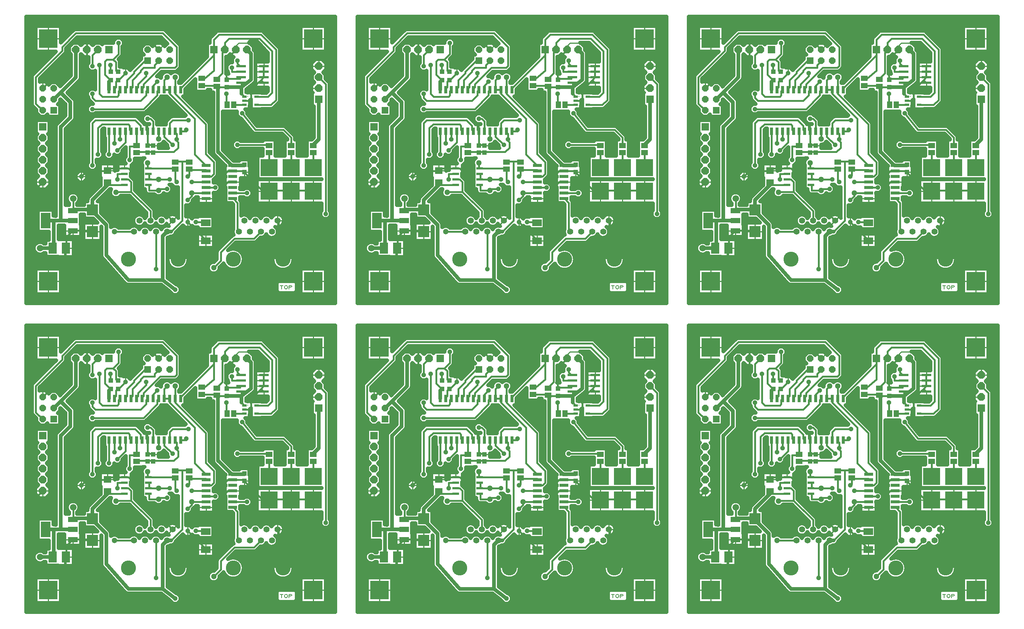
<source format=gbr>
%FSLAX23Y23*%
%MOIN*%
G04 EasyPC Gerber Version 14.0.2 Build 2922 *
%AMT170*0 Octagon Pad at angle 0*4,1,8,-0.00828,-0.02000,0.00828,-0.02000,0.02000,-0.00828,0.02000,0.00828,0.00828,0.02000,-0.00828,0.02000,-0.02000,0.00828,-0.02000,-0.00828,-0.00828,-0.02000,0*%
%ADD170T170*%
%AMT100*0 Octagon Pad at angle 0*4,1,8,-0.01243,-0.03000,0.01243,-0.03000,0.03000,-0.01243,0.03000,0.01243,0.01243,0.03000,-0.01243,0.03000,-0.03000,0.01243,-0.03000,-0.01243,-0.01243,-0.03000,0*%
%ADD100T100*%
%AMT102*0 Octagon Pad at angle 0*4,1,8,-0.01450,-0.03500,0.01450,-0.03500,0.03500,-0.01450,0.03500,0.01450,0.01450,0.03500,-0.01450,0.03500,-0.03500,0.01450,-0.03500,-0.01450,-0.01450,-0.03500,0*%
%ADD102T102*%
%ADD169R,0.02559X0.06693*%
%ADD152R,0.04331X0.03937*%
%ADD165R,0.04600X0.06300*%
%ADD153R,0.07677X0.09843*%
%ADD99R,0.06000X0.06000*%
%ADD101R,0.07000X0.07000*%
%ADD163R,0.15748X0.15748*%
%ADD171R,0.16598X0.16598*%
%ADD111C,0.00500*%
%ADD120C,0.00800*%
%ADD96C,0.01000*%
%ADD103C,0.01600*%
%ADD150C,0.03200*%
%ADD168R,0.04331X0.02362*%
%ADD160R,0.05906X0.02362*%
%ADD158R,0.08661X0.02362*%
%ADD159R,0.08000X0.02600*%
%ADD151R,0.03937X0.04331*%
%ADD161R,0.08800X0.04800*%
%ADD164R,0.05906X0.05118*%
%ADD154R,0.07087X0.06299*%
%ADD157R,0.08583X0.06378*%
%ADD155R,0.09843X0.10039*%
%ADD166C,0.05118*%
%ADD97C,0.05543*%
%ADD167C,0.05906*%
%ADD156C,0.13595*%
%ADD162R,0.08661X0.14173*%
X0Y0D02*
D02*
D96*
X199Y1175D02*
X163D01*
X199Y3975D02*
X163D01*
X201Y275D02*
X165D01*
X201Y2475D02*
X165D01*
X201Y3075D02*
X165D01*
X201Y5275D02*
X165D01*
X229Y1145D02*
Y1109D01*
Y2050D02*
Y2086D01*
Y3945D02*
Y3909D01*
Y4850D02*
Y4886D01*
X259Y1175D02*
X295D01*
X259Y3975D02*
X295D01*
X279Y197D02*
Y161D01*
Y353D02*
Y389D01*
Y2397D02*
Y2361D01*
Y2553D02*
Y2589D01*
Y2997D02*
Y2961D01*
Y3153D02*
Y3189D01*
Y5197D02*
Y5161D01*
Y5353D02*
Y5389D01*
X357Y275D02*
X393D01*
X357Y2475D02*
X393D01*
X357Y3075D02*
X393D01*
X357Y5275D02*
X393D01*
X439Y531D02*
Y495D01*
Y619D02*
Y655D01*
Y3331D02*
Y3295D01*
Y3419D02*
Y3455D01*
X462Y734D02*
X426D01*
X462Y3534D02*
X426D01*
X472Y575D02*
X508D01*
X472Y3375D02*
X508D01*
X501Y715D02*
Y679D01*
Y3515D02*
Y3479D01*
X540Y734D02*
X576D01*
X540Y3534D02*
X576D01*
X564Y1225D02*
X528D01*
X564Y4025D02*
X528D01*
X579Y1210D02*
Y1174D01*
Y1240D02*
Y1276D01*
Y4010D02*
Y3974D01*
Y4040D02*
Y4076D01*
X594Y1225D02*
X630D01*
X594Y4025D02*
X630D01*
X629Y2345D02*
Y2309D01*
Y2405D02*
Y2441D01*
Y5145D02*
Y5109D01*
Y5205D02*
Y5241D01*
X635Y726D02*
X599D01*
X635Y3526D02*
X599D01*
X679Y680D02*
Y644D01*
Y771D02*
Y807D01*
Y3480D02*
Y3444D01*
Y3571D02*
Y3607D01*
X723Y726D02*
X759D01*
X723Y3526D02*
X759D01*
X786Y1280D02*
X750D01*
X786Y4080D02*
X750D01*
X816Y1307D02*
Y1343D01*
Y4107D02*
Y4143D01*
X847Y1280D02*
X883D01*
X847Y4080D02*
X883D01*
X946Y1300D02*
X910D01*
X946Y4100D02*
X910D01*
X970Y1307D02*
Y1343D01*
Y4107D02*
Y4143D01*
X979Y2178D02*
Y2213D01*
Y4977D02*
Y5013D01*
X995Y1300D02*
X1031D01*
X995Y4100D02*
X1031D01*
X1179Y1665D02*
Y1701D01*
Y4465D02*
Y4501D01*
X1243Y1508D02*
X1279D01*
X1243Y4308D02*
X1279D01*
X1261Y2393D02*
X1236Y2418D01*
X1261Y5193D02*
X1236Y5218D01*
X1296Y2393D02*
X1322Y2418D01*
X1296Y5193D02*
X1322Y5218D01*
X1388Y809D02*
X1362Y783D01*
X1388Y841D02*
X1362Y867D01*
X1388Y3609D02*
X1362Y3583D01*
X1388Y3641D02*
X1362Y3667D01*
X1420Y841D02*
X1445Y867D01*
X1420Y3641D02*
X1445Y3667D01*
X1541Y798D02*
Y761D01*
Y828D02*
Y864D01*
Y3598D02*
Y3562D01*
Y3628D02*
Y3663D01*
X1666Y642D02*
X1630D01*
X1666Y3442D02*
X1630D01*
X1673Y1025D02*
X1637D01*
X1673Y3825D02*
X1637D01*
X1704Y615D02*
Y579D01*
Y669D02*
Y705D01*
Y3415D02*
Y3379D01*
Y3469D02*
Y3505D01*
X1708Y1017D02*
Y981D01*
Y3817D02*
Y3781D01*
X1742Y642D02*
X1778D01*
X1742Y3442D02*
X1778D01*
X1743Y1025D02*
X1779D01*
X1743Y3825D02*
X1779D01*
X1895Y2121D02*
Y2157D01*
Y4921D02*
Y4957D01*
X1915Y1175D02*
X1879D01*
X1915Y1275D02*
X1879D01*
X1915Y3975D02*
X1879D01*
X1915Y4075D02*
X1879D01*
X1958Y2354D02*
X1932Y2328D01*
X1958Y5154D02*
X1932Y5128D01*
X1985Y1175D02*
X2021D01*
X1985Y3975D02*
X2021D01*
X2054Y1250D02*
Y1214D01*
Y4050D02*
Y4014D01*
X2060Y2438D02*
X2004D01*
X1979Y2413*
Y2375*
X2060Y2438D02*
X2096D01*
X2060Y5237D02*
X2004D01*
X1979Y5212*
Y5175*
X2060Y5237D02*
X2096D01*
X2068Y1267D02*
X2104D01*
X2068Y4067D02*
X2104D01*
X2070Y1913D02*
X2106D01*
X2070Y4713D02*
X2106D01*
X2193Y2075D02*
X2157D01*
X2193Y2125D02*
X2157D01*
X2193Y2175D02*
X2157D01*
X2193Y2225D02*
X2157D01*
X2193Y4875D02*
X2157D01*
X2193Y4925D02*
X2157D01*
X2193Y4975D02*
X2157D01*
X2193Y5025D02*
X2157D01*
X2205Y1092D02*
X2169D01*
X2205Y3892D02*
X2169D01*
X2231Y2068D02*
Y2032D01*
Y2232D02*
Y2268D01*
Y4868D02*
Y4832D01*
Y5032D02*
Y5068D01*
X2279Y1018D02*
Y982D01*
Y1165D02*
Y1201D01*
Y3818D02*
Y3782D01*
Y3965D02*
Y4001D01*
X2354Y802D02*
Y766D01*
Y848D02*
Y884D01*
Y3602D02*
Y3566D01*
Y3648D02*
Y3684D01*
X2376Y825D02*
X2412D01*
X2376Y3625D02*
X2412D01*
X2479Y1018D02*
Y982D01*
Y1165D02*
Y1201D01*
Y3818D02*
Y3782D01*
Y3965D02*
Y4001D01*
X2601Y275D02*
X2565D01*
X2601Y2475D02*
X2565D01*
X2601Y3075D02*
X2565D01*
X2601Y5275D02*
X2565D01*
X2679Y197D02*
Y161D01*
Y353D02*
Y389D01*
Y1018D02*
Y982D01*
Y1165D02*
Y1201D01*
Y2397D02*
Y2361D01*
Y2553D02*
Y2589D01*
Y2997D02*
Y2961D01*
Y3153D02*
Y3189D01*
Y3818D02*
Y3782D01*
Y3965D02*
Y4001D01*
Y5197D02*
Y5161D01*
Y5353D02*
Y5389D01*
X2699Y2025D02*
X2663D01*
X2699Y2225D02*
X2663D01*
X2699Y4825D02*
X2663D01*
X2699Y5025D02*
X2663D01*
X2729Y2255D02*
Y2291D01*
Y5055D02*
Y5091D01*
X2757Y275D02*
X2793D01*
X2757Y2475D02*
X2793D01*
X2757Y3075D02*
X2793D01*
X2757Y5275D02*
X2793D01*
X2759Y2225D02*
X2795D01*
X2759Y5025D02*
X2795D01*
X3199Y1175D02*
X3163D01*
X3199Y3975D02*
X3163D01*
X3201Y275D02*
X3165D01*
X3201Y2475D02*
X3165D01*
X3201Y3075D02*
X3165D01*
X3201Y5275D02*
X3165D01*
X3229Y1145D02*
Y1109D01*
Y2050D02*
Y2086D01*
Y3945D02*
Y3909D01*
Y4850D02*
Y4886D01*
X3259Y1175D02*
X3295D01*
X3259Y3975D02*
X3295D01*
X3279Y197D02*
Y161D01*
Y353D02*
Y389D01*
Y2397D02*
Y2361D01*
Y2553D02*
Y2589D01*
Y2997D02*
Y2961D01*
Y3153D02*
Y3189D01*
Y5197D02*
Y5161D01*
Y5353D02*
Y5389D01*
X3357Y275D02*
X3393D01*
X3357Y2475D02*
X3393D01*
X3357Y3075D02*
X3393D01*
X3357Y5275D02*
X3393D01*
X3439Y531D02*
Y495D01*
Y619D02*
Y655D01*
Y3331D02*
Y3295D01*
Y3419D02*
Y3455D01*
X3462Y734D02*
X3426D01*
X3462Y3534D02*
X3426D01*
X3472Y575D02*
X3508D01*
X3472Y3375D02*
X3508D01*
X3501Y715D02*
Y679D01*
Y3515D02*
Y3479D01*
X3540Y734D02*
X3576D01*
X3540Y3534D02*
X3576D01*
X3564Y1225D02*
X3528D01*
X3564Y4025D02*
X3528D01*
X3579Y1210D02*
Y1174D01*
Y1240D02*
Y1276D01*
Y4010D02*
Y3974D01*
Y4040D02*
Y4076D01*
X3594Y1225D02*
X3630D01*
X3594Y4025D02*
X3630D01*
X3629Y2345D02*
Y2309D01*
Y2405D02*
Y2441D01*
Y5145D02*
Y5109D01*
Y5205D02*
Y5241D01*
X3635Y726D02*
X3599D01*
X3635Y3526D02*
X3599D01*
X3679Y680D02*
Y644D01*
Y771D02*
Y807D01*
Y3480D02*
Y3444D01*
Y3571D02*
Y3607D01*
X3723Y726D02*
X3759D01*
X3723Y3526D02*
X3759D01*
X3786Y1280D02*
X3750D01*
X3786Y4080D02*
X3750D01*
X3816Y1307D02*
Y1343D01*
Y4107D02*
Y4143D01*
X3847Y1280D02*
X3883D01*
X3847Y4080D02*
X3883D01*
X3946Y1300D02*
X3910D01*
X3946Y4100D02*
X3910D01*
X3970Y1307D02*
Y1343D01*
Y4107D02*
Y4143D01*
X3979Y2178D02*
Y2213D01*
Y4977D02*
Y5013D01*
X3995Y1300D02*
X4031D01*
X3995Y4100D02*
X4031D01*
X4179Y1665D02*
Y1701D01*
Y4465D02*
Y4501D01*
X4243Y1508D02*
X4279D01*
X4243Y4308D02*
X4279D01*
X4261Y2393D02*
X4236Y2418D01*
X4261Y5193D02*
X4236Y5218D01*
X4296Y2393D02*
X4322Y2418D01*
X4296Y5193D02*
X4322Y5218D01*
X4388Y809D02*
X4362Y783D01*
X4388Y841D02*
X4362Y867D01*
X4388Y3609D02*
X4362Y3583D01*
X4388Y3641D02*
X4362Y3667D01*
X4420Y841D02*
X4445Y867D01*
X4420Y3641D02*
X4445Y3667D01*
X4541Y798D02*
Y761D01*
Y828D02*
Y864D01*
Y3598D02*
Y3562D01*
Y3628D02*
Y3663D01*
X4666Y642D02*
X4630D01*
X4666Y3442D02*
X4630D01*
X4673Y1025D02*
X4637D01*
X4673Y3825D02*
X4637D01*
X4704Y615D02*
Y579D01*
Y669D02*
Y705D01*
Y3415D02*
Y3379D01*
Y3469D02*
Y3505D01*
X4708Y1017D02*
Y981D01*
Y3817D02*
Y3781D01*
X4742Y642D02*
X4778D01*
X4742Y3442D02*
X4778D01*
X4743Y1025D02*
X4779D01*
X4743Y3825D02*
X4779D01*
X4895Y2121D02*
Y2157D01*
Y4921D02*
Y4957D01*
X4915Y1175D02*
X4879D01*
X4915Y1275D02*
X4879D01*
X4915Y3975D02*
X4879D01*
X4915Y4075D02*
X4879D01*
X4958Y2354D02*
X4932Y2328D01*
X4958Y5154D02*
X4932Y5128D01*
X4985Y1175D02*
X5021D01*
X4985Y3975D02*
X5021D01*
X5054Y1250D02*
Y1214D01*
Y4050D02*
Y4014D01*
X5060Y2438D02*
X5004D01*
X4979Y2413*
Y2375*
X5060Y2438D02*
X5096D01*
X5060Y5237D02*
X5004D01*
X4979Y5212*
Y5175*
X5060Y5237D02*
X5096D01*
X5068Y1267D02*
X5104D01*
X5068Y4067D02*
X5104D01*
X5070Y1913D02*
X5106D01*
X5070Y4713D02*
X5106D01*
X5193Y2075D02*
X5157D01*
X5193Y2125D02*
X5157D01*
X5193Y2175D02*
X5157D01*
X5193Y2225D02*
X5157D01*
X5193Y4875D02*
X5157D01*
X5193Y4925D02*
X5157D01*
X5193Y4975D02*
X5157D01*
X5193Y5025D02*
X5157D01*
X5205Y1092D02*
X5169D01*
X5205Y3892D02*
X5169D01*
X5231Y2068D02*
Y2032D01*
Y2232D02*
Y2268D01*
Y4868D02*
Y4832D01*
Y5032D02*
Y5068D01*
X5279Y1018D02*
Y982D01*
Y1165D02*
Y1201D01*
Y3818D02*
Y3782D01*
Y3965D02*
Y4001D01*
X5354Y802D02*
Y766D01*
Y848D02*
Y884D01*
Y3602D02*
Y3566D01*
Y3648D02*
Y3684D01*
X5376Y825D02*
X5412D01*
X5376Y3625D02*
X5412D01*
X5479Y1018D02*
Y982D01*
Y1165D02*
Y1201D01*
Y3818D02*
Y3782D01*
Y3965D02*
Y4001D01*
X5601Y275D02*
X5565D01*
X5601Y2475D02*
X5565D01*
X5601Y3075D02*
X5565D01*
X5601Y5275D02*
X5565D01*
X5679Y197D02*
Y161D01*
Y353D02*
Y389D01*
Y1018D02*
Y982D01*
Y1165D02*
Y1201D01*
Y2397D02*
Y2361D01*
Y2553D02*
Y2589D01*
Y2997D02*
Y2961D01*
Y3153D02*
Y3189D01*
Y3818D02*
Y3782D01*
Y3965D02*
Y4001D01*
Y5197D02*
Y5161D01*
Y5353D02*
Y5389D01*
X5699Y2025D02*
X5663D01*
X5699Y2225D02*
X5663D01*
X5699Y4825D02*
X5663D01*
X5699Y5025D02*
X5663D01*
X5729Y2255D02*
Y2291D01*
Y5055D02*
Y5091D01*
X5757Y275D02*
X5793D01*
X5757Y2475D02*
X5793D01*
X5757Y3075D02*
X5793D01*
X5757Y5275D02*
X5793D01*
X5759Y2225D02*
X5795D01*
X5759Y5025D02*
X5795D01*
X6199Y1175D02*
X6163D01*
X6199Y3975D02*
X6163D01*
X6201Y275D02*
X6165D01*
X6201Y2475D02*
X6165D01*
X6201Y3075D02*
X6165D01*
X6201Y5275D02*
X6165D01*
X6229Y1145D02*
Y1109D01*
Y2050D02*
Y2086D01*
Y3945D02*
Y3909D01*
Y4850D02*
Y4886D01*
X6259Y1175D02*
X6295D01*
X6259Y3975D02*
X6295D01*
X6279Y197D02*
Y161D01*
Y353D02*
Y389D01*
Y2397D02*
Y2361D01*
Y2553D02*
Y2589D01*
Y2997D02*
Y2961D01*
Y3153D02*
Y3189D01*
Y5197D02*
Y5161D01*
Y5353D02*
Y5389D01*
X6357Y275D02*
X6393D01*
X6357Y2475D02*
X6393D01*
X6357Y3075D02*
X6393D01*
X6357Y5275D02*
X6393D01*
X6439Y531D02*
Y495D01*
Y619D02*
Y655D01*
Y3331D02*
Y3295D01*
Y3419D02*
Y3455D01*
X6462Y734D02*
X6426D01*
X6462Y3534D02*
X6426D01*
X6472Y575D02*
X6508D01*
X6472Y3375D02*
X6508D01*
X6501Y715D02*
Y679D01*
Y3515D02*
Y3479D01*
X6540Y734D02*
X6576D01*
X6540Y3534D02*
X6576D01*
X6564Y1225D02*
X6528D01*
X6564Y4025D02*
X6528D01*
X6579Y1210D02*
Y1174D01*
Y1240D02*
Y1276D01*
Y4010D02*
Y3974D01*
Y4040D02*
Y4076D01*
X6594Y1225D02*
X6630D01*
X6594Y4025D02*
X6630D01*
X6629Y2345D02*
Y2309D01*
Y2405D02*
Y2441D01*
Y5145D02*
Y5109D01*
Y5205D02*
Y5241D01*
X6635Y726D02*
X6599D01*
X6635Y3526D02*
X6599D01*
X6679Y680D02*
Y644D01*
Y771D02*
Y807D01*
Y3480D02*
Y3444D01*
Y3571D02*
Y3607D01*
X6723Y726D02*
X6759D01*
X6723Y3526D02*
X6759D01*
X6786Y1280D02*
X6750D01*
X6786Y4080D02*
X6750D01*
X6816Y1307D02*
Y1343D01*
Y4107D02*
Y4143D01*
X6847Y1280D02*
X6883D01*
X6847Y4080D02*
X6883D01*
X6946Y1300D02*
X6910D01*
X6946Y4100D02*
X6910D01*
X6970Y1307D02*
Y1343D01*
Y4107D02*
Y4143D01*
X6979Y2178D02*
Y2213D01*
Y4977D02*
Y5013D01*
X6995Y1300D02*
X7031D01*
X6995Y4100D02*
X7031D01*
X7179Y1665D02*
Y1701D01*
Y4465D02*
Y4501D01*
X7243Y1508D02*
X7279D01*
X7243Y4308D02*
X7279D01*
X7261Y2393D02*
X7236Y2418D01*
X7261Y5193D02*
X7236Y5218D01*
X7296Y2393D02*
X7322Y2418D01*
X7296Y5193D02*
X7322Y5218D01*
X7388Y809D02*
X7362Y783D01*
X7388Y841D02*
X7362Y867D01*
X7388Y3609D02*
X7362Y3583D01*
X7388Y3641D02*
X7362Y3667D01*
X7420Y841D02*
X7445Y867D01*
X7420Y3641D02*
X7445Y3667D01*
X7541Y798D02*
Y761D01*
Y828D02*
Y864D01*
Y3598D02*
Y3562D01*
Y3628D02*
Y3663D01*
X7666Y642D02*
X7630D01*
X7666Y3442D02*
X7630D01*
X7673Y1025D02*
X7637D01*
X7673Y3825D02*
X7637D01*
X7704Y615D02*
Y579D01*
Y669D02*
Y705D01*
Y3415D02*
Y3379D01*
Y3469D02*
Y3505D01*
X7708Y1017D02*
Y981D01*
Y3817D02*
Y3781D01*
X7742Y642D02*
X7778D01*
X7742Y3442D02*
X7778D01*
X7743Y1025D02*
X7779D01*
X7743Y3825D02*
X7779D01*
X7895Y2121D02*
Y2157D01*
Y4921D02*
Y4957D01*
X7915Y1175D02*
X7879D01*
X7915Y1275D02*
X7879D01*
X7915Y3975D02*
X7879D01*
X7915Y4075D02*
X7879D01*
X7958Y2354D02*
X7932Y2328D01*
X7958Y5154D02*
X7932Y5128D01*
X7985Y1175D02*
X8021D01*
X7985Y3975D02*
X8021D01*
X8054Y1250D02*
Y1214D01*
Y4050D02*
Y4014D01*
X8060Y2438D02*
X8004D01*
X7979Y2413*
Y2375*
X8060Y2438D02*
X8096D01*
X8060Y5237D02*
X8004D01*
X7979Y5212*
Y5175*
X8060Y5237D02*
X8096D01*
X8068Y1267D02*
X8104D01*
X8068Y4067D02*
X8104D01*
X8070Y1913D02*
X8106D01*
X8070Y4713D02*
X8106D01*
X8193Y2075D02*
X8157D01*
X8193Y2125D02*
X8157D01*
X8193Y2175D02*
X8157D01*
X8193Y2225D02*
X8157D01*
X8193Y4875D02*
X8157D01*
X8193Y4925D02*
X8157D01*
X8193Y4975D02*
X8157D01*
X8193Y5025D02*
X8157D01*
X8205Y1092D02*
X8169D01*
X8205Y3892D02*
X8169D01*
X8231Y2068D02*
Y2032D01*
Y2232D02*
Y2268D01*
Y4868D02*
Y4832D01*
Y5032D02*
Y5068D01*
X8279Y1018D02*
Y982D01*
Y1165D02*
Y1201D01*
Y3818D02*
Y3782D01*
Y3965D02*
Y4001D01*
X8354Y802D02*
Y766D01*
Y848D02*
Y884D01*
Y3602D02*
Y3566D01*
Y3648D02*
Y3684D01*
X8376Y825D02*
X8412D01*
X8376Y3625D02*
X8412D01*
X8479Y1018D02*
Y982D01*
Y1165D02*
Y1201D01*
Y3818D02*
Y3782D01*
Y3965D02*
Y4001D01*
X8601Y275D02*
X8565D01*
X8601Y2475D02*
X8565D01*
X8601Y3075D02*
X8565D01*
X8601Y5275D02*
X8565D01*
X8679Y197D02*
Y161D01*
Y353D02*
Y389D01*
Y1018D02*
Y982D01*
Y1165D02*
Y1201D01*
Y2397D02*
Y2361D01*
Y2553D02*
Y2589D01*
Y2997D02*
Y2961D01*
Y3153D02*
Y3189D01*
Y3818D02*
Y3782D01*
Y3965D02*
Y4001D01*
Y5197D02*
Y5161D01*
Y5353D02*
Y5389D01*
X8699Y2025D02*
X8663D01*
X8699Y2225D02*
X8663D01*
X8699Y4825D02*
X8663D01*
X8699Y5025D02*
X8663D01*
X8729Y2255D02*
Y2291D01*
Y5055D02*
Y5091D01*
X8757Y275D02*
X8793D01*
X8757Y2475D02*
X8793D01*
X8757Y3075D02*
X8793D01*
X8757Y5275D02*
X8793D01*
X8759Y2225D02*
X8795D01*
X8759Y5025D02*
X8795D01*
D02*
D97*
X1054Y725D03*
Y3525D03*
X1104Y825D03*
Y3625D03*
X1154Y725D03*
Y3525D03*
X1204Y825D03*
Y3625D03*
X1254Y725D03*
Y3525D03*
X1304Y825D03*
Y3625D03*
X1354Y725D03*
Y3525D03*
X1404Y825D03*
Y3625D03*
X2004Y725D03*
Y3525D03*
X2054Y825D03*
Y3625D03*
X2104Y725D03*
Y3525D03*
X2154Y825D03*
Y3625D03*
X2204Y725D03*
Y3525D03*
X2254Y825D03*
Y3625D03*
X2304Y725D03*
Y3525D03*
X2354Y825D03*
Y3625D03*
X4054Y725D03*
Y3525D03*
X4104Y825D03*
Y3625D03*
X4154Y725D03*
Y3525D03*
X4204Y825D03*
Y3625D03*
X4254Y725D03*
Y3525D03*
X4304Y825D03*
Y3625D03*
X4354Y725D03*
Y3525D03*
X4404Y825D03*
Y3625D03*
X5004Y725D03*
Y3525D03*
X5054Y825D03*
Y3625D03*
X5104Y725D03*
Y3525D03*
X5154Y825D03*
Y3625D03*
X5204Y725D03*
Y3525D03*
X5254Y825D03*
Y3625D03*
X5304Y725D03*
Y3525D03*
X5354Y825D03*
Y3625D03*
X7054Y725D03*
Y3525D03*
X7104Y825D03*
Y3625D03*
X7154Y725D03*
Y3525D03*
X7204Y825D03*
Y3625D03*
X7254Y725D03*
Y3525D03*
X7304Y825D03*
Y3625D03*
X7354Y725D03*
Y3525D03*
X7404Y825D03*
Y3625D03*
X8004Y725D03*
Y3525D03*
X8054Y825D03*
Y3625D03*
X8104Y725D03*
Y3525D03*
X8154Y825D03*
Y3625D03*
X8204Y725D03*
Y3525D03*
X8254Y825D03*
Y3625D03*
X8304Y725D03*
Y3525D03*
X8354Y825D03*
Y3625D03*
D02*
D99*
X329Y1825D03*
Y4625D03*
X1179Y2275D03*
Y5075D03*
X3329Y1825D03*
Y4625D03*
X4179Y2275D03*
Y5075D03*
X6329Y1825D03*
Y4625D03*
X7179Y2275D03*
Y5075D03*
D02*
D100*
X229Y1825D03*
Y1925D03*
Y2025D03*
Y4625D03*
Y4725D03*
Y4825D03*
X329Y1925D03*
Y2025D03*
Y4725D03*
Y4825D03*
X1179Y2375D03*
Y5175D03*
X1279Y2275D03*
Y2375D03*
Y5075D03*
Y5175D03*
X1379Y2275D03*
Y2375D03*
Y5075D03*
Y5175D03*
X3229Y1825D03*
Y1925D03*
Y2025D03*
Y4625D03*
Y4725D03*
Y4825D03*
X3329Y1925D03*
Y2025D03*
Y4725D03*
Y4825D03*
X4179Y2375D03*
Y5175D03*
X4279Y2275D03*
Y2375D03*
Y5075D03*
Y5175D03*
X4379Y2275D03*
Y2375D03*
Y5075D03*
Y5175D03*
X6229Y1825D03*
Y1925D03*
Y2025D03*
Y4625D03*
Y4725D03*
Y4825D03*
X6329Y1925D03*
Y2025D03*
Y4725D03*
Y4825D03*
X7179Y2375D03*
Y5175D03*
X7279Y2275D03*
Y2375D03*
Y5075D03*
Y5175D03*
X7379Y2275D03*
Y2375D03*
Y5075D03*
Y5175D03*
D02*
D101*
X229Y1675D03*
Y4475D03*
X829Y2375D03*
Y5175D03*
X1779Y2375D03*
Y5175D03*
X2729Y1925D03*
Y4725D03*
X3229Y1675D03*
Y4475D03*
X3829Y2375D03*
Y5175D03*
X4779Y2375D03*
Y5175D03*
X5729Y1925D03*
Y4725D03*
X6229Y1675D03*
Y4475D03*
X6829Y2375D03*
Y5175D03*
X7779Y2375D03*
Y5175D03*
X8729Y1925D03*
Y4725D03*
D02*
D102*
X229Y1175D03*
Y1275D03*
Y1375D03*
Y1475D03*
Y1575D03*
Y3975D03*
Y4075D03*
Y4175D03*
Y4275D03*
Y4375D03*
X529Y2375D03*
Y5175D03*
X629Y2375D03*
Y5175D03*
X729Y2375D03*
Y5175D03*
X1879Y2375D03*
Y5175D03*
X1979Y2375D03*
Y5175D03*
X2079Y2375D03*
Y5175D03*
X2729Y2025D03*
Y2125D03*
Y2225D03*
Y4825D03*
Y4925D03*
Y5025D03*
X3229Y1175D03*
Y1275D03*
Y1375D03*
Y1475D03*
Y1575D03*
Y3975D03*
Y4075D03*
Y4175D03*
Y4275D03*
Y4375D03*
X3529Y2375D03*
Y5175D03*
X3629Y2375D03*
Y5175D03*
X3729Y2375D03*
Y5175D03*
X4879Y2375D03*
Y5175D03*
X4979Y2375D03*
Y5175D03*
X5079Y2375D03*
Y5175D03*
X5729Y2025D03*
Y2125D03*
Y2225D03*
Y4825D03*
Y4925D03*
Y5025D03*
X6229Y1175D03*
Y1275D03*
Y1375D03*
Y1475D03*
Y1575D03*
Y3975D03*
Y4075D03*
Y4175D03*
Y4275D03*
Y4375D03*
X6529Y2375D03*
Y5175D03*
X6629Y2375D03*
Y5175D03*
X6729Y2375D03*
Y5175D03*
X7879Y2375D03*
Y5175D03*
X7979Y2375D03*
Y5175D03*
X8079Y2375D03*
Y5175D03*
X8729Y2025D03*
Y2125D03*
Y2225D03*
Y4825D03*
Y4925D03*
Y5025D03*
D02*
D103*
X229Y1175D02*
X141Y1088D01*
Y563*
X204Y500*
X429*
Y575*
X439*
X229Y2025D02*
X466Y2263D01*
Y2400*
X504Y2438*
X629*
X229Y3975D02*
X141Y3888D01*
Y3363*
X204Y3300*
X429*
Y3375*
X439*
X229Y4825D02*
X466Y5063D01*
Y5200*
X504Y5237*
X629*
X329Y575D02*
X319D01*
X329Y3375D02*
X319D01*
X501Y734D02*
X504Y738D01*
X679*
Y726*
X501Y734D02*
X491Y725D01*
X441Y675*
Y575*
X439*
X501Y3534D02*
X504Y3538D01*
X679*
Y3526*
X501Y3534D02*
X491Y3525D01*
X441Y3475*
Y3375*
X439*
X504Y925D02*
X501Y916D01*
X504Y925D02*
Y1025D01*
Y3725D02*
X501Y3716D01*
X504Y3725D02*
Y3825D01*
X579Y1225D02*
X629Y1275D01*
X579Y4025D02*
X629Y4075D01*
Y1275D02*
Y1788D01*
Y1275D02*
X816D01*
Y1280*
X629Y1788D02*
Y2375D01*
Y2438*
Y4075D02*
Y4588D01*
Y4075D02*
X816D01*
Y4080*
X629Y4588D02*
Y5175D01*
Y5237*
X679Y924D02*
Y913D01*
Y924D02*
Y925D01*
Y3724D02*
Y3713D01*
Y3724D02*
Y3725D01*
X729Y2375D02*
X679Y2325D01*
Y2225*
X729Y5175D02*
X679Y5125D01*
Y5025*
X816Y1150D02*
Y1170D01*
Y1150D02*
X970D01*
X816Y1170D02*
Y1163D01*
Y3950D02*
Y3970D01*
Y3950D02*
X970D01*
X816Y3970D02*
Y3963D01*
X829Y1425D02*
Y1637D01*
Y4225D02*
Y4437D01*
X841Y2100D02*
X845D01*
X841D02*
X829Y2088D01*
X841Y2238D02*
Y2175D01*
X845*
X841Y4900D02*
X845D01*
X841D02*
X829Y4888D01*
X841Y5038D02*
Y4975D01*
X845*
X866Y2288D02*
X916Y2338D01*
Y2438*
X866Y2288D02*
X809D01*
X791Y2270*
Y2150*
X841Y2100*
X866Y5087D02*
X916Y5138D01*
Y5237*
X866Y5087D02*
X809D01*
X791Y5070*
Y4950*
X841Y4900*
X879Y725D02*
X1054D01*
X879Y1525D02*
Y1637D01*
Y3525D02*
X1054D01*
X879Y4325D02*
Y4437D01*
X904Y1200D02*
Y1250D01*
X970*
X904Y1463D02*
X979Y1538D01*
Y1637*
X904Y4000D02*
Y4050D01*
X970*
X904Y4262D02*
X979Y4337D01*
Y4437*
X912Y2100D02*
X904D01*
X891Y2088*
Y2038*
X879Y2025*
Y2013*
X912Y2175D02*
X904D01*
X891Y2188*
Y2263*
X866Y2288*
X912Y4900D02*
X904D01*
X891Y4888*
Y4838*
X879Y4825*
Y4813*
X912Y4975D02*
X904D01*
X891Y4988*
Y5063*
X866Y5087*
X929Y1563D02*
Y1637D01*
Y2013D02*
Y2013D01*
X916Y2000*
Y1963*
X904Y1950*
X769*
X741Y1978*
Y2238*
X929Y4363D02*
Y4437D01*
Y4813D02*
Y4813D01*
X916Y4800*
Y4763*
X904Y4750*
X769*
X741Y4778*
Y5038*
X970Y1300D02*
X816D01*
Y1280*
X970Y4100D02*
X816D01*
Y4080*
X979Y2013D02*
Y2025D01*
X991Y2038*
Y2100*
X1054Y2163*
Y2175*
X1154Y2275*
X1179*
X979Y2163D02*
X916Y2100D01*
X912*
X979Y4813D02*
Y4825D01*
X991Y4838*
Y4900*
X1054Y4962*
Y4975*
X1154Y5075*
X1179*
X979Y4962D02*
X916Y4900D01*
X912*
X1016Y1375D02*
Y1500D01*
X1079*
Y1508*
X1016Y4175D02*
Y4300D01*
X1079*
Y4308*
X1029Y1088D02*
X1204Y913D01*
Y825*
X1029Y1088D02*
Y1175D01*
X1004Y1200*
X970*
X1029Y1088D02*
X904D01*
X892Y1082*
X1029Y1637D02*
Y1638D01*
X1016Y1650*
Y1688*
X1004Y1700*
X764*
X729Y1665*
Y1425*
X1029Y2013D02*
Y2025D01*
X1041Y2038*
Y2100*
X1116Y2175*
Y2188*
X1141Y2213*
X1241*
Y2238*
X1279Y2275*
X1029Y3888D02*
X1204Y3713D01*
Y3625*
X1029Y3888D02*
Y3975D01*
X1004Y4000*
X970*
X1029Y3888D02*
X904D01*
X892Y3882*
X1029Y4437D02*
Y4438D01*
X1016Y4450*
Y4488*
X1004Y4500*
X764*
X729Y4465*
Y4225*
X1029Y4813D02*
Y4825D01*
X1041Y4838*
Y4900*
X1116Y4975*
Y4988*
X1141Y5013*
X1241*
Y5038*
X1279Y5075*
X1079Y1508D02*
Y1637D01*
Y2013D02*
Y2025D01*
X1091Y2038*
Y2063*
X1166Y2138*
Y2163*
X1079Y4308D02*
Y4437D01*
Y4813D02*
Y4825D01*
X1091Y4838*
Y4863*
X1166Y4938*
Y4962*
X1129Y1637D02*
Y1638D01*
X1116Y1650*
Y1688*
X1066Y1738*
X707*
X679Y1710*
Y1325*
X1129Y2013D02*
Y2025D01*
X1141Y2038*
Y2063*
X1291Y2213*
X1424*
X1441Y2230*
Y2400*
X1316Y2525*
X529*
X404Y2400*
Y2365*
X166Y2128*
Y1888*
X229Y1825*
X1129Y4437D02*
Y4438D01*
X1116Y4450*
Y4488*
X1066Y4538*
X707*
X679Y4510*
Y4125*
X1129Y4813D02*
Y4825D01*
X1141Y4838*
Y4863*
X1291Y5013*
X1424*
X1441Y5030*
Y5200*
X1316Y5325*
X529*
X404Y5200*
Y5165*
X166Y4928*
Y4687*
X229Y4625*
X1179Y1350D02*
Y1300D01*
X1187*
X1179Y1450D02*
Y1442D01*
Y1450D02*
X1079D01*
Y1442*
X1179Y1513D02*
Y1508D01*
Y1513D02*
X1229D01*
Y1508*
X1179Y1637D02*
Y1638D01*
X1166Y1650*
Y1688*
X1066Y1788*
X629*
X1179Y1637D02*
Y1513D01*
Y2013D02*
Y2013D01*
X1166Y2000*
Y1963*
X1116Y1913*
X707*
X679Y1940*
Y1975*
X1179Y4150D02*
Y4100D01*
X1187*
X1179Y4250D02*
Y4242D01*
Y4250D02*
X1079D01*
Y4242*
X1179Y4313D02*
Y4308D01*
Y4313D02*
X1229D01*
Y4308*
X1179Y4437D02*
Y4438D01*
X1166Y4450*
Y4488*
X1066Y4588*
X629*
X1179Y4437D02*
Y4313D01*
Y4813D02*
Y4813D01*
X1166Y4800*
Y4763*
X1116Y4713*
X707*
X679Y4740*
Y4775*
X1187Y1200D02*
X1191D01*
X1187Y4000D02*
X1191D01*
Y1200D02*
Y1250D01*
X1187*
X1191Y1200D02*
X1279D01*
X1191Y4000D02*
Y4050D01*
X1187*
X1191Y4000D02*
X1279D01*
X1229Y1450D02*
Y1442D01*
Y1450D02*
X1179D01*
X1229Y1637D02*
Y1725D01*
X1204Y1750*
X1179*
X1229Y4250D02*
Y4242D01*
Y4250D02*
X1179D01*
X1229Y4437D02*
Y4525D01*
X1204Y4550*
X1179*
X1254Y388D02*
Y725D01*
Y3188D02*
Y3525D01*
X1266Y2088D02*
X1229Y2050D01*
Y2013*
X1266Y4888D02*
X1229Y4850D01*
Y4813*
X1279Y1100D02*
X1191D01*
Y1150*
X1187*
X1279Y1200D02*
X1379D01*
X1279Y1567D02*
Y1637D01*
Y2013D02*
Y2013D01*
X1266Y2000*
Y1963*
X1141Y1838*
X679*
X1279Y2375D02*
X1166Y2488D01*
X679*
X629Y2438*
X1279Y3900D02*
X1191D01*
Y3950*
X1187*
X1279Y4000D02*
X1379D01*
X1279Y4367D02*
Y4437D01*
Y4813D02*
Y4813D01*
X1266Y4800*
Y4763*
X1141Y4638*
X679*
X1279Y5175D02*
X1166Y5288D01*
X679*
X629Y5237*
X1354Y1113D02*
X1279D01*
Y1100*
X1354Y2125D02*
X1329Y2100D01*
Y2013*
X1354Y3913D02*
X1279D01*
Y3900*
X1354Y4925D02*
X1329Y4900D01*
Y4813*
X1379Y1637D02*
Y1710D01*
X1407Y1738*
X1548*
X1379Y2013D02*
Y2013D01*
Y2013D02*
X1329D01*
Y2013*
X1379Y4437D02*
Y4510D01*
X1407Y4538*
X1548*
X1379Y4813D02*
Y4813D01*
Y4813D02*
X1329D01*
Y4813*
X1404Y825D02*
X1066Y1163D01*
Y1238*
X1004Y1300*
X970*
X1404Y1513D02*
X1329Y1588D01*
Y1637*
X1404Y3625D02*
X1066Y3963D01*
Y4038*
X1004Y4100*
X970*
X1404Y4313D02*
X1329Y4388D01*
Y4437*
X1429Y1292D02*
Y1300D01*
X1187*
X1429Y2013D02*
Y1975D01*
X1704Y1700*
Y1431*
X1779Y1356*
Y1250*
X1754Y1225*
X1708*
X1429Y2013D02*
Y2125D01*
Y4092D02*
Y4100D01*
X1187*
X1429Y4813D02*
Y4775D01*
X1704Y4500*
Y4231*
X1779Y4156*
Y4050*
X1754Y4025*
X1708*
X1429Y4813D02*
Y4925D01*
X1441Y1175D02*
X1429Y1188D01*
Y1292*
X1441Y1563D02*
Y1550D01*
X1454Y1538*
Y1488*
X1416Y1450*
X1229*
X1441Y1563D02*
Y1613D01*
X1429Y1625*
Y1637*
X1441Y3975D02*
X1429Y3987D01*
Y4092*
X1441Y4363D02*
Y4350D01*
X1454Y4337*
Y4288*
X1416Y4250*
X1229*
X1441Y4363D02*
Y4413D01*
X1429Y4425*
Y4437*
X1479Y1637D02*
Y1638D01*
X1529*
Y1650*
X1479Y4437D02*
Y4438D01*
X1529*
Y4450*
X1491Y1363D02*
Y825D01*
X1391Y725*
X1491Y1363D02*
X1429D01*
Y1358*
X1491Y1363D02*
X1554D01*
Y1358*
X1491Y4163D02*
Y3625D01*
X1391Y3525*
X1491Y4163D02*
X1429D01*
Y4158*
X1491Y4163D02*
X1554D01*
Y4158*
X1541Y813D02*
X1629Y725D01*
X1541Y1013D02*
X1579Y1050D01*
Y1075*
X1541Y1225D02*
X1554Y1238D01*
Y1288*
X1541Y3613D02*
X1629Y3525D01*
X1541Y3813D02*
X1579Y3850D01*
Y3875*
X1541Y4025D02*
X1554Y4038D01*
Y4088*
Y1288D02*
Y1292D01*
Y1288D02*
X1704D01*
Y1275*
X1708*
X1554Y4088D02*
Y4092D01*
Y4088D02*
X1704D01*
Y4075*
X1708*
X1579Y1075D02*
X1708D01*
X1579Y1175D02*
X1708D01*
X1579Y3875D02*
X1708D01*
X1579Y3975D02*
X1708D01*
X1616Y813D02*
X1704D01*
Y808*
X1616Y3613D02*
X1704D01*
Y3608*
X1629Y725D02*
X1704Y650D01*
Y642*
X1629Y3525D02*
X1704Y3450D01*
Y3442*
X1708Y1325D02*
X1704D01*
X1604Y1425*
Y1750*
X1379Y1975*
Y2013*
X1708Y4125D02*
X1704D01*
X1604Y4225*
Y4550*
X1379Y4775*
Y4813*
X1779Y400D02*
X1841Y463D01*
Y539*
X1965Y663*
X2141*
X2204Y725*
X1779Y2325D02*
X1479Y2025D01*
Y2013*
X1779Y2325D02*
Y2375D01*
Y2325D02*
Y2188D01*
X1697Y2116*
X1668Y2116*
X1779Y3200D02*
X1841Y3263D01*
Y3339*
X1965Y3463*
X2141*
X2204Y3525*
X1779Y5125D02*
X1479Y4825D01*
Y4813*
X1779Y5125D02*
Y5175D01*
Y5125D02*
Y4988D01*
X1697Y4916*
X1668Y4916*
X1791Y1125D02*
X1708D01*
X1791Y3925D02*
X1708D01*
X1804Y2042D02*
Y2050D01*
X1704*
X1668Y2050*
X1804Y2108D02*
Y2113D01*
X1854Y2163*
Y2350*
X1879Y2375*
X1804Y4842D02*
Y4850D01*
X1704*
X1668Y4850*
X1804Y4908D02*
Y4913D01*
X1854Y4962*
Y5150*
X1879Y5175*
X1816Y2038D02*
X1804Y2042D01*
X1816Y2038D02*
X1904D01*
X1895Y2037*
X1816Y2038D02*
X1804D01*
Y2042*
X1816Y4838D02*
X1804Y4842D01*
X1816Y4838D02*
X1904D01*
X1895Y4837*
X1816Y4838D02*
X1804D01*
Y4842*
X1843Y1025D02*
X1879Y1060D01*
Y1150*
X1843Y3825D02*
X1879Y3860D01*
Y3950*
Y1150D02*
Y1250D01*
X1904Y1275*
X1950*
X1879Y1150D02*
X1904Y1175D01*
X1950*
X1879Y2375D02*
Y2440D01*
X1914Y2475*
X2191*
X2304Y2363*
Y1985*
X2268Y1950*
X2164*
X1879Y3950D02*
Y4050D01*
X1904Y4075*
X1950*
X1879Y3950D02*
X1904Y3975D01*
X1950*
X1879Y5175D02*
Y5240D01*
X1914Y5275*
X2191*
X2304Y5162*
Y4785*
X2268Y4750*
X2164*
X1891Y1975D02*
Y1875D01*
Y4775D02*
Y4675D01*
X1895Y2104D02*
X1904Y2113D01*
X1891Y2125*
Y2288*
X1979Y2375*
X1895Y2104D02*
X1916Y2113D01*
X2016*
Y2125*
X2026*
X1895Y4904D02*
X1904Y4913D01*
X1891Y4925*
Y5087*
X1979Y5175*
X1895Y4904D02*
X1916Y4913D01*
X2016*
Y4925*
X2026*
X1916Y2038D02*
X1895Y2037D01*
X1916Y4838D02*
X1895Y4837D01*
X1941Y1325D02*
X1950D01*
X1941Y2213D02*
Y2175D01*
X2026*
X1941Y4125D02*
X1950D01*
X1941Y5013D02*
Y4975D01*
X2026*
X1950Y1025D02*
X1954D01*
X1991Y988*
Y738*
X2004Y725*
X1950Y1275D02*
X2054D01*
X1950Y3825D02*
X1954D01*
X1991Y3788*
Y3538*
X2004Y3525*
X1950Y4075D02*
X2054D01*
X1991Y1513D02*
X2279D01*
Y1508*
X1991Y2275D02*
Y2250D01*
X2016Y2225*
X2026*
X1991Y4313D02*
X2279D01*
Y4308*
X1991Y5075D02*
Y5050D01*
X2016Y5025*
X2026*
X2029Y2038D02*
Y2075D01*
X2026*
X2029Y4838D02*
Y4875D01*
X2026*
X2034Y1800D02*
X2154Y1650D01*
X2408*
X2479Y1579*
Y1508*
X2034Y4599D02*
X2154Y4450D01*
X2408*
X2479Y4379*
Y4308*
X2054Y1333D02*
Y1325D01*
Y1875D02*
Y1875D01*
X1959*
X2054Y1913D02*
Y1913D01*
X2099*
X2116Y1930*
Y2013*
X2204Y2100*
X2054Y1950D02*
X2029Y1975D01*
X2054Y4133D02*
Y4125D01*
Y4675D02*
Y4675D01*
X1959*
X2054Y4713D02*
Y4713D01*
X2099*
X2116Y4730*
Y4813*
X2179Y4875*
X2204Y4900*
X2054Y4750D02*
X2029Y4775D01*
X2079Y1075D02*
X1950D01*
X2079Y3875D02*
X1950D01*
X2164Y1875D02*
X2166Y1875D01*
X2296*
X2341Y1920*
Y2375*
X2204Y2513*
X1824*
X1779Y2467*
Y2375*
X2164Y4675D02*
X2166Y4675D01*
X2296*
X2341Y4720*
Y5175*
X2204Y5313*
X1824*
X1779Y5267*
Y5175*
X2204Y2100D02*
X2229Y2075D01*
X2231*
X2204Y2100D02*
X2229Y2125D01*
X2204Y4900D02*
X2229Y4875D01*
X2231*
X2204Y4900D02*
X2229Y4925D01*
Y2125D02*
X2231D01*
X2229D02*
Y2175D01*
X2231*
X2229D02*
Y2225D01*
X2231*
X2229Y4925D02*
X2231D01*
X2229D02*
Y4975D01*
X2231*
X2229D02*
Y5025D01*
X2231*
X2279Y1308D02*
Y1442D01*
Y4108D02*
Y4242D01*
X2354Y825D02*
X2366Y813D01*
Y700*
X1916Y250*
X1679*
X1629Y300*
Y725*
X2354Y3625D02*
X2366Y3613D01*
Y3500*
X1916Y3050*
X1679*
X1629Y3100*
Y3525*
X2479Y1308D02*
Y1442D01*
Y4108D02*
Y4242D01*
X2679Y1100D02*
X2216D01*
X2054Y1263*
Y1267*
X2679Y1308D02*
Y1442D01*
Y1513D02*
Y1508D01*
Y3900D02*
X2216D01*
X2054Y4063*
Y4067*
X2679Y4108D02*
Y4242D01*
Y4313D02*
Y4308D01*
X2729Y2125D02*
X2791Y2063D01*
Y888*
X2729Y4925D02*
X2791Y4863D01*
Y3688*
X3229Y1175D02*
X3141Y1088D01*
Y563*
X3204Y500*
X3429*
Y575*
X3439*
X3229Y2025D02*
X3466Y2263D01*
Y2400*
X3504Y2438*
X3629*
X3229Y3975D02*
X3141Y3888D01*
Y3363*
X3204Y3300*
X3429*
Y3375*
X3439*
X3229Y4825D02*
X3466Y5063D01*
Y5200*
X3504Y5237*
X3629*
X3329Y575D02*
X3319D01*
X3329Y3375D02*
X3319D01*
X3501Y734D02*
X3504Y738D01*
X3679*
Y726*
X3501Y734D02*
X3491Y725D01*
X3441Y675*
Y575*
X3439*
X3501Y3534D02*
X3504Y3538D01*
X3679*
Y3526*
X3501Y3534D02*
X3491Y3525D01*
X3441Y3475*
Y3375*
X3439*
X3504Y925D02*
X3501Y916D01*
X3504Y925D02*
Y1025D01*
Y3725D02*
X3501Y3716D01*
X3504Y3725D02*
Y3825D01*
X3579Y1225D02*
X3629Y1275D01*
Y1788*
Y1275D02*
X3816D01*
Y1280*
X3629Y1788D02*
Y2375D01*
Y2438*
Y4075D02*
X3579Y4025D01*
X3629Y4075D02*
Y4588D01*
Y4075D02*
X3816D01*
Y4080*
X3629Y4588D02*
Y5175D01*
Y5237*
X3679Y924D02*
Y913D01*
Y924D02*
Y925D01*
Y3724D02*
Y3713D01*
Y3724D02*
Y3725D01*
X3729Y2375D02*
X3679Y2325D01*
Y2225*
X3729Y5175D02*
X3679Y5125D01*
Y5025*
X3816Y1150D02*
Y1170D01*
Y1150D02*
X3970D01*
X3816Y1170D02*
Y1163D01*
Y3950D02*
Y3970D01*
Y3950D02*
X3970D01*
X3816Y3970D02*
Y3963D01*
X3829Y1425D02*
Y1637D01*
Y4225D02*
Y4437D01*
X3841Y2100D02*
X3845D01*
X3841D02*
X3829Y2088D01*
X3841Y2238D02*
Y2175D01*
X3845*
X3841Y4900D02*
X3845D01*
X3841D02*
X3829Y4888D01*
X3841Y5038D02*
Y4975D01*
X3845*
X3866Y2288D02*
X3916Y2338D01*
Y2438*
X3866Y2288D02*
X3809D01*
X3791Y2270*
Y2150*
X3841Y2100*
X3866Y5087D02*
X3916Y5138D01*
Y5237*
X3866Y5087D02*
X3809D01*
X3791Y5070*
Y4950*
X3841Y4900*
X3879Y725D02*
X4054D01*
X3879Y1525D02*
Y1637D01*
Y3525D02*
X4054D01*
X3879Y4325D02*
Y4437D01*
X3904Y1200D02*
Y1250D01*
X3970*
X3904Y1463D02*
X3979Y1538D01*
Y1637*
X3904Y4000D02*
Y4050D01*
X3970*
X3904Y4262D02*
X3979Y4337D01*
Y4437*
X3912Y2100D02*
X3904D01*
X3891Y2088*
Y2038*
X3879Y2025*
Y2013*
X3912Y2175D02*
X3904D01*
X3891Y2188*
Y2263*
X3866Y2288*
X3912Y4900D02*
X3904D01*
X3891Y4888*
Y4838*
X3879Y4825*
Y4813*
X3912Y4975D02*
X3904D01*
X3891Y4988*
Y5063*
X3866Y5087*
X3929Y1563D02*
Y1637D01*
Y2013D02*
Y2013D01*
X3916Y2000*
Y1963*
X3904Y1950*
X3769*
X3741Y1978*
Y2238*
X3929Y4363D02*
Y4437D01*
Y4813D02*
Y4813D01*
X3916Y4800*
Y4763*
X3904Y4750*
X3769*
X3741Y4778*
Y5038*
X3970Y1300D02*
X3816D01*
Y1280*
X3970Y4100D02*
X3816D01*
Y4080*
X3979Y2013D02*
Y2025D01*
X3991Y2038*
Y2100*
X4054Y2163*
Y2175*
X4154Y2275*
X4179*
X3979Y2163D02*
X3916Y2100D01*
X3912*
X3979Y4813D02*
Y4825D01*
X3991Y4838*
Y4900*
X4054Y4962*
Y4975*
X4154Y5075*
X4179*
X3979Y4962D02*
X3916Y4900D01*
X3912*
X4016Y1375D02*
Y1500D01*
X4079*
Y1508*
X4016Y4175D02*
Y4300D01*
X4079*
Y4308*
X4029Y1088D02*
X4204Y913D01*
Y825*
X4029Y1088D02*
Y1175D01*
X4004Y1200*
X3970*
X4029Y1088D02*
X3904D01*
X3892Y1082*
X4029Y1637D02*
Y1638D01*
X4016Y1650*
Y1688*
X4004Y1700*
X3764*
X3729Y1665*
Y1425*
X4029Y2013D02*
Y2025D01*
X4041Y2038*
Y2100*
X4116Y2175*
Y2188*
X4141Y2213*
X4241*
Y2238*
X4279Y2275*
X4029Y3888D02*
X4204Y3713D01*
Y3625*
X4029Y3888D02*
Y3975D01*
X4004Y4000*
X3970*
X4029Y3888D02*
X3904D01*
X3892Y3882*
X4029Y4437D02*
Y4438D01*
X4016Y4450*
Y4488*
X4004Y4500*
X3764*
X3729Y4465*
Y4225*
X4029Y4813D02*
Y4825D01*
X4041Y4838*
Y4900*
X4116Y4975*
Y4988*
X4141Y5013*
X4241*
Y5038*
X4279Y5075*
X4079Y1508D02*
Y1637D01*
Y2013D02*
Y2025D01*
X4091Y2038*
Y2063*
X4166Y2138*
Y2163*
X4079Y4308D02*
Y4437D01*
Y4813D02*
Y4825D01*
X4091Y4838*
Y4863*
X4166Y4938*
Y4962*
X4129Y1637D02*
Y1638D01*
X4116Y1650*
Y1688*
X4066Y1738*
X3707*
X3679Y1710*
Y1325*
X4129Y2013D02*
Y2025D01*
X4141Y2038*
Y2063*
X4291Y2213*
X4424*
X4441Y2230*
Y2400*
X4316Y2525*
X3529*
X3404Y2400*
Y2365*
X3166Y2128*
Y1888*
X3229Y1825*
X4129Y4437D02*
Y4438D01*
X4116Y4450*
Y4488*
X4066Y4538*
X3707*
X3679Y4510*
Y4125*
X4129Y4813D02*
Y4825D01*
X4141Y4838*
Y4863*
X4291Y5013*
X4424*
X4441Y5030*
Y5200*
X4316Y5325*
X3529*
X3404Y5200*
Y5165*
X3166Y4928*
Y4687*
X3229Y4625*
X4179Y1350D02*
Y1300D01*
X4187*
X4179Y1450D02*
Y1442D01*
Y1450D02*
X4079D01*
Y1442*
X4179Y1513D02*
Y1508D01*
Y1513D02*
X4229D01*
Y1508*
X4179Y1637D02*
Y1638D01*
X4166Y1650*
Y1688*
X4066Y1788*
X3629*
X4179Y1637D02*
Y1513D01*
Y2013D02*
Y2013D01*
X4166Y2000*
Y1963*
X4116Y1913*
X3707*
X3679Y1940*
Y1975*
X4179Y4150D02*
Y4100D01*
X4187*
X4179Y4250D02*
Y4242D01*
Y4250D02*
X4079D01*
Y4242*
X4179Y4313D02*
Y4308D01*
Y4313D02*
X4229D01*
Y4308*
X4179Y4437D02*
Y4438D01*
X4166Y4450*
Y4488*
X4066Y4588*
X3629*
X4179Y4437D02*
Y4313D01*
Y4813D02*
Y4813D01*
X4166Y4800*
Y4763*
X4116Y4713*
X3707*
X3679Y4740*
Y4775*
X4187Y1200D02*
X4191D01*
X4187Y4000D02*
X4191D01*
Y1200D02*
Y1250D01*
X4187*
X4191Y1200D02*
X4279D01*
X4191Y4000D02*
Y4050D01*
X4187*
X4191Y4000D02*
X4279D01*
X4229Y1450D02*
Y1442D01*
Y1450D02*
X4179D01*
X4229Y1637D02*
Y1725D01*
X4204Y1750*
X4179*
X4229Y4250D02*
Y4242D01*
Y4250D02*
X4179D01*
X4229Y4437D02*
Y4525D01*
X4204Y4550*
X4179*
X4254Y388D02*
Y725D01*
Y3188D02*
Y3525D01*
X4266Y2088D02*
X4229Y2050D01*
Y2013*
X4266Y4888D02*
X4229Y4850D01*
Y4813*
X4279Y1100D02*
X4191D01*
Y1150*
X4187*
X4279Y1200D02*
X4379D01*
X4279Y1567D02*
Y1637D01*
Y2013D02*
Y2013D01*
X4266Y2000*
Y1963*
X4141Y1838*
X3679*
X4279Y2375D02*
X4166Y2488D01*
X3679*
X3629Y2438*
X4279Y3900D02*
X4191D01*
Y3950*
X4187*
X4279Y4000D02*
X4379D01*
X4279Y4367D02*
Y4437D01*
Y4813D02*
Y4813D01*
X4266Y4800*
Y4763*
X4141Y4638*
X3679*
X4279Y5175D02*
X4166Y5288D01*
X3679*
X3629Y5237*
X4354Y1113D02*
X4279D01*
Y1100*
X4354Y2125D02*
X4329Y2100D01*
Y2013*
X4354Y3913D02*
X4279D01*
Y3900*
X4354Y4925D02*
X4329Y4900D01*
Y4813*
X4379Y1637D02*
Y1710D01*
X4407Y1738*
X4548*
X4379Y2013D02*
Y2013D01*
Y2013D02*
X4329D01*
Y2013*
X4379Y4437D02*
Y4510D01*
X4407Y4538*
X4548*
X4379Y4813D02*
Y4813D01*
Y4813D02*
X4329D01*
Y4813*
X4404Y825D02*
X4066Y1163D01*
Y1238*
X4004Y1300*
X3970*
X4404Y1513D02*
X4329Y1588D01*
Y1637*
X4404Y3625D02*
X4066Y3963D01*
Y4038*
X4004Y4100*
X3970*
X4404Y4313D02*
X4329Y4388D01*
Y4437*
X4429Y1292D02*
Y1300D01*
X4187*
X4429Y2013D02*
Y1975D01*
X4704Y1700*
Y1431*
X4779Y1356*
Y1250*
X4754Y1225*
X4708*
X4429Y2013D02*
Y2125D01*
Y4092D02*
Y4100D01*
X4187*
X4429Y4813D02*
Y4775D01*
X4704Y4500*
Y4231*
X4779Y4156*
Y4050*
X4754Y4025*
X4708*
X4429Y4813D02*
Y4925D01*
X4441Y1175D02*
X4429Y1188D01*
Y1292*
X4441Y1563D02*
Y1550D01*
X4454Y1538*
Y1488*
X4416Y1450*
X4229*
X4441Y1563D02*
Y1613D01*
X4429Y1625*
Y1637*
X4441Y3975D02*
X4429Y3987D01*
Y4092*
X4441Y4363D02*
Y4350D01*
X4454Y4337*
Y4288*
X4416Y4250*
X4229*
X4441Y4363D02*
Y4413D01*
X4429Y4425*
Y4437*
X4479Y1637D02*
Y1638D01*
X4529*
Y1650*
X4491Y1363D02*
Y825D01*
X4391Y725*
X4491Y1363D02*
X4429D01*
Y1358*
X4491Y1363D02*
X4554D01*
Y1358*
X4491Y4163D02*
Y3625D01*
X4391Y3525*
X4491Y4163D02*
X4429D01*
Y4158*
X4491Y4163D02*
X4554D01*
Y4158*
X4529Y4450D02*
Y4438D01*
X4479*
Y4437*
X4541Y813D02*
X4629Y725D01*
X4541Y1013D02*
X4579Y1050D01*
Y1075*
X4541Y1225D02*
X4554Y1238D01*
Y1288*
X4541Y3813D02*
X4579Y3850D01*
Y3875*
X4541Y4025D02*
X4554Y4038D01*
Y4088*
Y1288D02*
Y1292D01*
Y1288D02*
X4704D01*
Y1275*
X4708*
X4554Y4088D02*
Y4092D01*
Y4088D02*
X4704D01*
Y4075*
X4708*
X4579Y1075D02*
X4708D01*
X4579Y1175D02*
X4708D01*
X4579Y3875D02*
X4708D01*
X4579Y3975D02*
X4708D01*
X4616Y813D02*
X4704D01*
Y808*
X4616Y3613D02*
X4704D01*
Y3608*
X4629Y725D02*
X4704Y650D01*
Y642*
X4629Y3525D02*
X4704Y3450D01*
Y3442*
X4629Y3525D02*
X4541Y3613D01*
X4708Y1325D02*
X4704D01*
X4604Y1425*
Y1750*
X4379Y1975*
Y2013*
X4708Y4125D02*
X4704D01*
X4604Y4225*
Y4550*
X4379Y4775*
Y4813*
X4779Y400D02*
X4841Y463D01*
Y539*
X4965Y663*
X5141*
X5204Y725*
X4779Y2325D02*
X4479Y2025D01*
Y2013*
X4779Y2325D02*
Y2375D01*
Y2325D02*
Y2188D01*
X4697Y2116*
X4668Y2116*
X4779Y3200D02*
X4841Y3263D01*
Y3339*
X4965Y3463*
X5141*
X5204Y3525*
X4779Y5125D02*
X4479Y4825D01*
Y4813*
X4779Y5125D02*
Y4988D01*
X4697Y4916*
X4668Y4916*
X4779Y5175D02*
Y5125D01*
X4791Y1125D02*
X4708D01*
X4791Y3925D02*
X4708D01*
X4804Y2042D02*
Y2050D01*
X4704*
X4668Y2050*
X4804Y2108D02*
Y2113D01*
X4854Y2163*
Y2350*
X4879Y2375*
X4804Y4842D02*
Y4850D01*
X4704*
X4668Y4850*
X4804Y4908D02*
Y4913D01*
X4854Y4962*
Y5150*
X4879Y5175*
X4816Y2038D02*
X4804Y2042D01*
X4816Y2038D02*
X4904D01*
X4895Y2037*
X4816Y2038D02*
X4804D01*
Y2042*
X4816Y4838D02*
X4804Y4842D01*
X4816Y4838D02*
X4904D01*
X4895Y4837*
X4816Y4838D02*
X4804D01*
Y4842*
X4843Y1025D02*
X4879Y1060D01*
Y1150*
X4843Y3825D02*
X4879Y3860D01*
Y3950*
Y1150D02*
X4904Y1175D01*
X4950*
X4879Y2375D02*
Y2440D01*
X4914Y2475*
X5191*
X5304Y2363*
Y1985*
X5268Y1950*
X5164*
X4879Y3950D02*
X4904Y3975D01*
X4950*
X4879Y5175D02*
Y5240D01*
X4914Y5275*
X5191*
X5304Y5162*
Y4785*
X5268Y4750*
X5164*
X4891Y1975D02*
Y1875D01*
Y4775D02*
Y4675D01*
X4895Y2104D02*
X4904Y2113D01*
X4891Y2125*
Y2288*
X4979Y2375*
X4895Y2104D02*
X4916Y2113D01*
X5016*
Y2125*
X5026*
X4895Y4904D02*
X4904Y4913D01*
X4891Y4925*
Y5087*
X4979Y5175*
X4895Y4904D02*
X4916Y4913D01*
X5016*
Y4925*
X5026*
X4916Y2038D02*
X4895Y2037D01*
X4916Y4838D02*
X4895Y4837D01*
X4941Y2213D02*
Y2175D01*
X5026*
X4941Y5013D02*
Y4975D01*
X5026*
X4950Y1025D02*
X4954D01*
X4991Y988*
Y738*
X5004Y725*
X4950Y1325D02*
X4941D01*
X4950Y3825D02*
X4954D01*
X4991Y3788*
Y3538*
X5004Y3525*
X4950Y4125D02*
X4941D01*
X4991Y1513D02*
X5279D01*
Y1508*
X4991Y2275D02*
Y2250D01*
X5016Y2225*
X5026*
X4991Y4313D02*
X5279D01*
Y4308*
X5026Y5025D02*
X5016D01*
X4991Y5050*
Y5075*
X5029Y2038D02*
Y2075D01*
X5026*
X5029Y4838D02*
Y4875D01*
X5026*
X5034Y1800D02*
X5154Y1650D01*
X5408*
X5479Y1579*
Y1508*
X5034Y4599D02*
X5154Y4450D01*
X5408*
X5479Y4379*
Y4308*
X5054Y1275D02*
X4904D01*
X4879Y1250*
Y1150*
X5054Y1333D02*
Y1325D01*
Y1875D02*
Y1875D01*
X4959*
X5054Y1913D02*
Y1913D01*
X5099*
X5116Y1930*
Y2013*
X5179Y2075*
X5204Y2100*
X5054Y1950D02*
X5029Y1975D01*
X5054Y4075D02*
X4904D01*
X4879Y4050*
Y3950*
X5054Y4133D02*
Y4125D01*
Y4675D02*
Y4675D01*
X4959*
X5054Y4713D02*
Y4713D01*
X5099*
X5116Y4730*
Y4813*
X5204Y4900*
X5054Y4750D02*
X5029Y4775D01*
X5079Y1075D02*
X4950D01*
X5079Y3875D02*
X4950D01*
X5164Y1875D02*
X5166Y1875D01*
X5296*
X5341Y1920*
Y2375*
X5204Y2513*
X4824*
X4779Y2467*
Y2375*
X5164Y4675D02*
X5166Y4675D01*
X5296*
X5341Y4720*
Y5175*
X5204Y5313*
X4824*
X4779Y5267*
Y5175*
X5204Y2100D02*
X5229Y2075D01*
X5231*
X5204Y2100D02*
X5229Y2125D01*
X5204Y4900D02*
X5229Y4875D01*
X5231*
X5204Y4900D02*
X5229Y4925D01*
Y2125D02*
X5231D01*
X5229D02*
Y2175D01*
X5231*
X5229D02*
Y2225D01*
X5231*
X5229Y4925D02*
X5231D01*
X5229D02*
Y4975D01*
X5231*
X5229D02*
Y5025D01*
X5231*
X5279Y1308D02*
Y1442D01*
Y4108D02*
Y4242D01*
X5354Y825D02*
X5366Y813D01*
Y700*
X4916Y250*
X4679*
X4629Y300*
Y725*
X5354Y3625D02*
X5366Y3613D01*
Y3500*
X4916Y3050*
X4679*
X4629Y3100*
Y3525*
X5479Y1308D02*
Y1442D01*
Y4108D02*
Y4242D01*
X5679Y1100D02*
X5216D01*
X5054Y1263*
Y1267*
X5679Y1308D02*
Y1442D01*
Y1513D02*
Y1508D01*
Y3900D02*
X5216D01*
X5054Y4063*
Y4067*
X5679Y4108D02*
Y4242D01*
Y4313D02*
Y4308D01*
X5729Y2125D02*
X5791Y2063D01*
Y888*
X5729Y4925D02*
X5791Y4863D01*
Y3688*
X6229Y1175D02*
X6141Y1088D01*
Y563*
X6204Y500*
X6429*
Y575*
X6439*
X6229Y2025D02*
X6466Y2263D01*
Y2400*
X6504Y2438*
X6629*
X6229Y3975D02*
X6141Y3888D01*
Y3363*
X6204Y3300*
X6429*
Y3375*
X6439*
X6229Y4825D02*
X6466Y5063D01*
Y5200*
X6504Y5237*
X6629*
X6329Y575D02*
X6319D01*
X6329Y3375D02*
X6319D01*
X6439Y575D02*
X6441D01*
Y675*
X6491Y725*
X6501Y734*
X6504Y738*
X6679*
Y726*
X6439Y3375D02*
X6441D01*
Y3475*
X6491Y3525*
X6501Y3534*
X6504Y3538*
X6679*
Y3526*
X6504Y925D02*
X6501Y916D01*
X6504Y925D02*
Y1025D01*
Y3725D02*
X6501Y3716D01*
X6504Y3725D02*
Y3825D01*
X6579Y4025D02*
X6629Y4075D01*
Y1275D02*
X6579Y1225D01*
X6629Y1275D02*
Y1788D01*
Y1275D02*
X6816D01*
Y1280*
X6629Y1788D02*
Y2375D01*
Y2438*
Y4075D02*
Y4588D01*
Y4075D02*
X6816D01*
Y4080*
X6629Y4588D02*
Y5175D01*
Y5237*
X6679Y924D02*
Y913D01*
Y924D02*
Y925D01*
Y3724D02*
Y3713D01*
Y3724D02*
Y3725D01*
X6729Y2375D02*
X6679Y2325D01*
Y2225*
X6729Y5175D02*
X6679Y5125D01*
Y5025*
X6816Y1150D02*
Y1170D01*
Y1150D02*
X6970D01*
X6816Y1170D02*
Y1163D01*
Y3950D02*
Y3970D01*
Y3950D02*
X6970D01*
X6816Y3970D02*
Y3963D01*
X6829Y1425D02*
Y1637D01*
Y4225D02*
Y4437D01*
X6841Y2100D02*
X6845D01*
X6841D02*
X6829Y2088D01*
X6841Y2238D02*
Y2175D01*
X6845*
X6841Y4900D02*
X6845D01*
X6841D02*
X6829Y4888D01*
X6841Y5038D02*
Y4975D01*
X6845*
X6866Y2288D02*
X6916Y2338D01*
Y2438*
X6866Y2288D02*
X6809D01*
X6791Y2270*
Y2150*
X6841Y2100*
X6866Y5087D02*
X6916Y5138D01*
Y5237*
X6866Y5087D02*
X6809D01*
X6791Y5070*
Y4950*
X6841Y4900*
X6879Y725D02*
X7054D01*
X6879Y1525D02*
Y1637D01*
Y3525D02*
X7054D01*
X6879Y4325D02*
Y4437D01*
X6904Y1200D02*
Y1250D01*
X6970*
X6904Y1463D02*
X6979Y1538D01*
Y1637*
X6904Y4000D02*
Y4050D01*
X6970*
X6904Y4262D02*
X6979Y4337D01*
Y4437*
X6912Y2100D02*
X6904D01*
X6891Y2088*
Y2038*
X6879Y2025*
Y2013*
X6912Y2175D02*
X6904D01*
X6891Y2188*
Y2263*
X6866Y2288*
X6912Y4900D02*
X6904D01*
X6891Y4888*
Y4838*
X6879Y4825*
Y4813*
X6912Y4975D02*
X6904D01*
X6891Y4988*
Y5063*
X6866Y5087*
X6929Y1563D02*
Y1637D01*
Y2013D02*
Y2013D01*
X6916Y2000*
Y1963*
X6904Y1950*
X6769*
X6741Y1978*
Y2238*
X6929Y4363D02*
Y4437D01*
Y4813D02*
Y4813D01*
X6916Y4800*
Y4763*
X6904Y4750*
X6769*
X6741Y4778*
Y5038*
X6970Y1300D02*
X6816D01*
Y1280*
X6970Y4100D02*
X6816D01*
Y4080*
X6979Y2013D02*
Y2025D01*
X6991Y2038*
Y2100*
X7054Y2163*
Y2175*
X7154Y2275*
X7179*
X6979Y2163D02*
X6916Y2100D01*
X6912*
X6979Y4813D02*
Y4825D01*
X6991Y4838*
Y4900*
X7054Y4962*
Y4975*
X7154Y5075*
X7179*
X6979Y4962D02*
X6916Y4900D01*
X6912*
X7016Y1375D02*
Y1500D01*
X7079*
Y1508*
X7016Y4175D02*
Y4300D01*
X7079*
Y4308*
X7029Y1088D02*
X7204Y913D01*
Y825*
X7029Y1088D02*
Y1175D01*
X7004Y1200*
X6970*
X7029Y1088D02*
X6904D01*
X6892Y1082*
X7029Y1637D02*
Y1638D01*
X7016Y1650*
Y1688*
X7004Y1700*
X6764*
X6729Y1665*
Y1425*
X7029Y2013D02*
Y2025D01*
X7041Y2038*
Y2100*
X7116Y2175*
Y2188*
X7141Y2213*
X7241*
Y2238*
X7279Y2275*
X7029Y3888D02*
X7204Y3713D01*
Y3625*
X7029Y3888D02*
Y3975D01*
X7004Y4000*
X6970*
X7029Y3888D02*
X6904D01*
X6892Y3882*
X7029Y4437D02*
Y4438D01*
X7016Y4450*
Y4488*
X7004Y4500*
X6764*
X6729Y4465*
Y4225*
X7029Y4813D02*
Y4825D01*
X7041Y4838*
Y4900*
X7116Y4975*
Y4988*
X7141Y5013*
X7241*
Y5038*
X7279Y5075*
X7079Y1508D02*
Y1637D01*
Y2013D02*
Y2025D01*
X7091Y2038*
Y2063*
X7166Y2138*
Y2163*
X7079Y4308D02*
Y4437D01*
Y4813D02*
Y4825D01*
X7091Y4838*
Y4863*
X7166Y4938*
Y4962*
X7129Y1637D02*
Y1638D01*
X7116Y1650*
Y1688*
X7066Y1738*
X6707*
X6679Y1710*
Y1325*
X7129Y2013D02*
Y2025D01*
X7141Y2038*
Y2063*
X7291Y2213*
X7424*
X7441Y2230*
Y2400*
X7316Y2525*
X6529*
X6404Y2400*
Y2365*
X6166Y2128*
Y1888*
X6229Y1825*
X7129Y4437D02*
Y4438D01*
X7116Y4450*
Y4488*
X7066Y4538*
X6707*
X6679Y4510*
Y4125*
X7129Y4813D02*
Y4825D01*
X7141Y4838*
Y4863*
X7291Y5013*
X7424*
X7441Y5030*
Y5200*
X7316Y5325*
X6529*
X6404Y5200*
Y5165*
X6166Y4928*
Y4687*
X6229Y4625*
X7179Y1350D02*
Y1300D01*
X7187*
X7179Y1450D02*
Y1442D01*
Y1450D02*
X7079D01*
Y1442*
X7179Y1513D02*
Y1508D01*
Y1513D02*
X7229D01*
Y1508*
X7179Y1637D02*
Y1638D01*
X7166Y1650*
Y1688*
X7066Y1788*
X6629*
X7179Y1637D02*
Y1513D01*
Y2013D02*
Y2013D01*
X7166Y2000*
Y1963*
X7116Y1913*
X6707*
X6679Y1940*
Y1975*
X7179Y4150D02*
Y4100D01*
X7187*
X7179Y4250D02*
Y4242D01*
Y4250D02*
X7079D01*
Y4242*
X7179Y4313D02*
Y4308D01*
Y4313D02*
X7229D01*
Y4308*
X7179Y4437D02*
Y4438D01*
X7166Y4450*
Y4488*
X7066Y4588*
X6629*
X7179Y4437D02*
Y4313D01*
Y4813D02*
Y4813D01*
X7166Y4800*
Y4763*
X7116Y4713*
X6707*
X6679Y4740*
Y4775*
X7187Y1200D02*
X7191D01*
X7187Y4000D02*
X7191D01*
Y1200D02*
Y1250D01*
X7187*
X7191Y1200D02*
X7279D01*
X7191Y4000D02*
Y4050D01*
X7187*
X7191Y4000D02*
X7279D01*
X7229Y1450D02*
Y1442D01*
Y1450D02*
X7179D01*
X7229Y1637D02*
Y1725D01*
X7204Y1750*
X7179*
X7229Y4250D02*
Y4242D01*
Y4250D02*
X7179D01*
X7229Y4437D02*
Y4525D01*
X7204Y4550*
X7179*
X7254Y388D02*
Y725D01*
Y3188D02*
Y3525D01*
X7266Y2088D02*
X7229Y2050D01*
Y2013*
X7266Y4888D02*
X7229Y4850D01*
Y4813*
X7279Y1100D02*
X7191D01*
Y1150*
X7187*
X7279Y1200D02*
X7379D01*
X7279Y1567D02*
Y1637D01*
Y2013D02*
Y2013D01*
X7266Y2000*
Y1963*
X7141Y1838*
X6679*
X7279Y2375D02*
X7166Y2488D01*
X6679*
X6629Y2438*
X7279Y3900D02*
X7191D01*
Y3950*
X7187*
X7279Y4000D02*
X7379D01*
X7279Y4367D02*
Y4437D01*
Y4813D02*
Y4813D01*
X7266Y4800*
Y4763*
X7141Y4638*
X6679*
X7279Y5175D02*
X7166Y5288D01*
X6679*
X6629Y5237*
X7354Y1113D02*
X7279D01*
Y1100*
X7354Y2125D02*
X7329Y2100D01*
Y2013*
X7354Y3913D02*
X7279D01*
Y3900*
X7354Y4925D02*
X7329Y4900D01*
Y4813*
X7379Y1637D02*
Y1710D01*
X7407Y1738*
X7548*
X7379Y2013D02*
Y2013D01*
Y2013D02*
X7329D01*
Y2013*
X7379Y4437D02*
Y4510D01*
X7407Y4538*
X7548*
X7379Y4813D02*
Y4813D01*
Y4813D02*
X7329D01*
Y4813*
X7404Y825D02*
X7066Y1163D01*
Y1238*
X7004Y1300*
X6970*
X7404Y1513D02*
X7329Y1588D01*
Y1637*
X7404Y3625D02*
X7066Y3963D01*
Y4038*
X7004Y4100*
X6970*
X7404Y4313D02*
X7329Y4388D01*
Y4437*
X7429Y1292D02*
Y1300D01*
X7187*
X7429Y2013D02*
Y1975D01*
X7704Y1700*
Y1431*
X7779Y1356*
Y1250*
X7754Y1225*
X7708*
X7429Y2013D02*
Y2125D01*
Y4092D02*
Y4100D01*
X7187*
X7429Y4813D02*
Y4775D01*
X7704Y4500*
Y4231*
X7779Y4156*
Y4050*
X7754Y4025*
X7708*
X7429Y4813D02*
Y4925D01*
X7441Y1175D02*
X7429Y1188D01*
Y1292*
X7441Y1563D02*
Y1550D01*
X7454Y1538*
Y1488*
X7416Y1450*
X7229*
X7441Y1563D02*
Y1613D01*
X7429Y1625*
Y1637*
X7441Y3975D02*
X7429Y3987D01*
Y4092*
X7441Y4363D02*
Y4350D01*
X7454Y4337*
Y4288*
X7416Y4250*
X7229*
X7441Y4363D02*
Y4413D01*
X7429Y4425*
Y4437*
X7479D02*
Y4438D01*
X7529*
Y4450*
X7491Y1363D02*
Y825D01*
X7391Y725*
X7491Y1363D02*
X7429D01*
Y1358*
X7491Y1363D02*
X7554D01*
Y1358*
X7491Y4163D02*
Y3625D01*
X7391Y3525*
X7491Y4163D02*
X7429D01*
Y4158*
X7491Y4163D02*
X7554D01*
Y4158*
X7529Y1650D02*
Y1638D01*
X7479*
Y1637*
X7541Y1013D02*
X7579Y1050D01*
Y1075*
X7541Y1225D02*
X7554Y1238D01*
Y1288*
X7541Y3613D02*
X7629Y3525D01*
X7541Y3813D02*
X7579Y3850D01*
Y3875*
X7541Y4025D02*
X7554Y4038D01*
Y4088*
Y1288D02*
Y1292D01*
Y1288D02*
X7704D01*
Y1275*
X7708*
X7554Y4088D02*
Y4092D01*
Y4088D02*
X7704D01*
Y4075*
X7708*
X7579Y1075D02*
X7708D01*
X7579Y1175D02*
X7708D01*
X7579Y3875D02*
X7708D01*
X7579Y3975D02*
X7708D01*
X7616Y813D02*
X7704D01*
Y808*
X7616Y3613D02*
X7704D01*
Y3608*
X7629Y725D02*
X7704Y650D01*
Y642*
X7629Y725D02*
X7541Y813D01*
X7629Y3525D02*
X7704Y3450D01*
Y3442*
X7708Y1325D02*
X7704D01*
X7604Y1425*
Y1750*
X7379Y1975*
Y2013*
X7708Y4125D02*
X7704D01*
X7604Y4225*
Y4550*
X7379Y4775*
Y4813*
X7779Y400D02*
X7841Y463D01*
Y539*
X7965Y663*
X8141*
X8204Y725*
X7779Y2325D02*
X7479Y2025D01*
Y2013*
X7779Y2325D02*
Y2188D01*
X7697Y2116*
X7668Y2116*
X7779Y2375D02*
Y2325D01*
Y3200D02*
X7841Y3263D01*
Y3339*
X7965Y3463*
X8141*
X8204Y3525*
X7779Y5125D02*
X7479Y4825D01*
Y4813*
X7779Y5125D02*
Y5175D01*
Y5125D02*
Y4988D01*
X7697Y4916*
X7668Y4916*
X7791Y1125D02*
X7708D01*
X7791Y3925D02*
X7708D01*
X7804Y2042D02*
Y2050D01*
X7704*
X7668Y2050*
X7804Y2108D02*
Y2113D01*
X7854Y2163*
Y2350*
X7879Y2375*
X7804Y4842D02*
Y4850D01*
X7704*
X7668Y4850*
X7804Y4908D02*
Y4913D01*
X7854Y4962*
Y5150*
X7879Y5175*
X7816Y2038D02*
X7804Y2042D01*
X7816Y2038D02*
X7904D01*
X7895Y2037*
X7816Y2038D02*
X7804D01*
Y2042*
X7816Y4838D02*
X7804Y4842D01*
X7816Y4838D02*
X7904D01*
X7895Y4837*
X7816Y4838D02*
X7804D01*
Y4842*
X7843Y1025D02*
X7879Y1060D01*
Y1150*
X7843Y3825D02*
X7879Y3860D01*
Y3950*
Y1150D02*
X7904Y1175D01*
X7950*
X7879Y2375D02*
Y2440D01*
X7914Y2475*
X8191*
X8304Y2363*
Y1985*
X8268Y1950*
X8164*
X7879Y3950D02*
X7904Y3975D01*
X7950*
X7879Y5175D02*
Y5240D01*
X7914Y5275*
X8191*
X8304Y5162*
Y4785*
X8268Y4750*
X8164*
X7891Y1975D02*
Y1875D01*
Y4775D02*
Y4675D01*
X7895Y2104D02*
X7904Y2113D01*
X7891Y2125*
Y2288*
X7979Y2375*
X7895Y2104D02*
X7916Y2113D01*
X8016*
Y2125*
X8026*
X7895Y4904D02*
X7904Y4913D01*
X7891Y4925*
Y5087*
X7979Y5175*
X7895Y4904D02*
X7916Y4913D01*
X8016*
Y4925*
X8026*
X7916Y2038D02*
X7895Y2037D01*
X7916Y4838D02*
X7895Y4837D01*
X7941Y2213D02*
Y2175D01*
X8026*
X7941Y5013D02*
Y4975D01*
X8026*
X7950Y1025D02*
X7954D01*
X7991Y988*
Y738*
X8004Y725*
X7950Y1325D02*
X7941D01*
X7950Y3825D02*
X7954D01*
X7991Y3788*
Y3538*
X8004Y3525*
X7950Y4125D02*
X7941D01*
X7991Y1513D02*
X8279D01*
Y1508*
X7991Y2275D02*
Y2250D01*
X8016Y2225*
X8026*
X7991Y4313D02*
X8279D01*
Y4308*
X7991Y5075D02*
Y5050D01*
X8016Y5025*
X8026*
X8029Y2038D02*
Y2075D01*
X8026*
X8029Y4838D02*
Y4875D01*
X8026*
X8034Y1800D02*
X8154Y1650D01*
X8408*
X8479Y1579*
Y1508*
X8034Y4599D02*
X8154Y4450D01*
X8408*
X8479Y4379*
Y4308*
X8054Y1275D02*
X7904D01*
X7879Y1250*
Y1150*
X8054Y1333D02*
Y1325D01*
Y1875D02*
Y1875D01*
X7959*
X8054Y1913D02*
Y1913D01*
X8099*
X8116Y1930*
Y2013*
X8179Y2075*
X8204Y2100*
X8054Y1950D02*
X8029Y1975D01*
X8054Y4075D02*
X7904D01*
X7879Y4050*
Y3950*
X8054Y4133D02*
Y4125D01*
Y4675D02*
Y4675D01*
X7959*
X8054Y4713D02*
Y4713D01*
X8099*
X8116Y4730*
Y4813*
X8204Y4900*
X8054Y4750D02*
X8029Y4775D01*
X8079Y1075D02*
X7950D01*
X8079Y3875D02*
X7950D01*
X8164Y1875D02*
X8166Y1875D01*
X8296*
X8341Y1920*
Y2375*
X8204Y2513*
X7824*
X7779Y2467*
Y2375*
X8164Y4675D02*
X8166Y4675D01*
X8296*
X8341Y4720*
Y5175*
X8204Y5313*
X7824*
X7779Y5267*
Y5175*
X8204Y2100D02*
X8229Y2075D01*
X8231*
X8204Y2100D02*
X8229Y2125D01*
X8204Y4900D02*
X8229Y4875D01*
X8231*
X8204Y4900D02*
X8229Y4925D01*
Y2125D02*
X8231D01*
X8229D02*
Y2175D01*
X8231*
X8229D02*
Y2225D01*
X8231*
X8229Y4925D02*
X8231D01*
X8229D02*
Y4975D01*
X8231*
X8229D02*
Y5025D01*
X8231*
X8279Y1308D02*
Y1442D01*
Y4108D02*
Y4242D01*
X8354Y825D02*
X8366Y813D01*
Y700*
X7916Y250*
X7679*
X7629Y300*
Y725*
X8354Y3625D02*
X8366Y3613D01*
Y3500*
X7916Y3050*
X7679*
X7629Y3100*
Y3525*
X8479Y1308D02*
Y1442D01*
Y4108D02*
Y4242D01*
X8679Y1100D02*
X8216D01*
X8054Y1263*
Y1267*
X8679Y1442D02*
Y1308D01*
Y1513D02*
Y1508D01*
Y3900D02*
X8216D01*
X8054Y4063*
Y4067*
X8679Y4108D02*
Y4242D01*
Y4313D02*
Y4308D01*
X8729Y2125D02*
X8791Y2063D01*
Y888*
X8729Y4925D02*
X8791Y4863D01*
Y3688*
D02*
D111*
X2085Y1952D02*
G75*
G03Y1956J2D01*
G01*
G75*
G03Y1952J-2*
G01*
Y4752D02*
G75*
G03Y4756J2D01*
G01*
G75*
G03Y4752J-2*
G01*
X5085Y1952D02*
G75*
G03Y1956J2D01*
G01*
G75*
G03Y1952J-2*
G01*
Y4752D02*
G75*
G03Y4756J2D01*
G01*
G75*
G03Y4752J-2*
G01*
X8085Y1952D02*
G75*
G03Y1956J2D01*
G01*
G75*
G03Y1952J-2*
G01*
Y4752D02*
G75*
G03Y4756J2D01*
G01*
G75*
G03Y4752J-2*
G01*
D02*
D120*
X2391Y207D02*
Y238D01*
X2379D02*
X2404D01*
X2419Y218D02*
Y228D01*
X2421Y233*
X2424Y235*
X2429Y238*
X2434*
X2439Y235*
X2441Y233*
X2444Y228*
Y218*
X2441Y213*
X2439Y210*
X2434Y207*
X2429*
X2424Y210*
X2421Y213*
X2419Y218*
X2459Y207D02*
Y238D01*
X2476*
X2481Y235*
X2484Y230*
X2481Y225*
X2476Y223*
X2459*
X2391Y3008D02*
Y3038D01*
X2379D02*
X2404D01*
X2419Y3018D02*
Y3028D01*
X2421Y3033*
X2424Y3035*
X2429Y3038*
X2434*
X2439Y3035*
X2441Y3033*
X2444Y3028*
Y3018*
X2441Y3013*
X2439Y3010*
X2434Y3008*
X2429*
X2424Y3010*
X2421Y3013*
X2419Y3018*
X2459Y3008D02*
Y3038D01*
X2476*
X2481Y3035*
X2484Y3030*
X2481Y3025*
X2476Y3023*
X2459*
X5391Y207D02*
Y238D01*
X5379D02*
X5404D01*
X5419Y218D02*
Y228D01*
X5421Y233*
X5424Y235*
X5429Y238*
X5434*
X5439Y235*
X5441Y233*
X5444Y228*
Y218*
X5441Y213*
X5439Y210*
X5434Y207*
X5429*
X5424Y210*
X5421Y213*
X5419Y218*
X5459Y207D02*
Y238D01*
X5476*
X5481Y235*
X5484Y230*
X5481Y225*
X5476Y223*
X5459*
X5391Y3008D02*
Y3038D01*
X5379D02*
X5404D01*
X5419Y3018D02*
Y3028D01*
X5421Y3033*
X5424Y3035*
X5429Y3038*
X5434*
X5439Y3035*
X5441Y3033*
X5444Y3028*
Y3018*
X5441Y3013*
X5439Y3010*
X5434Y3008*
X5429*
X5424Y3010*
X5421Y3013*
X5419Y3018*
X5459Y3008D02*
Y3038D01*
X5476*
X5481Y3035*
X5484Y3030*
X5481Y3025*
X5476Y3023*
X5459*
X8391Y207D02*
Y238D01*
X8379D02*
X8404D01*
X8419Y218D02*
Y228D01*
X8421Y233*
X8424Y235*
X8429Y238*
X8434*
X8439Y235*
X8441Y233*
X8444Y228*
Y218*
X8441Y213*
X8439Y210*
X8434Y207*
X8429*
X8424Y210*
X8421Y213*
X8419Y218*
X8459Y207D02*
Y238D01*
X8476*
X8481Y235*
X8484Y230*
X8481Y225*
X8476Y223*
X8459*
X8391Y3008D02*
Y3038D01*
X8379D02*
X8404D01*
X8419Y3018D02*
Y3028D01*
X8421Y3033*
X8424Y3035*
X8429Y3038*
X8434*
X8439Y3035*
X8441Y3033*
X8444Y3028*
Y3018*
X8441Y3013*
X8439Y3010*
X8434Y3008*
X8429*
X8424Y3010*
X8421Y3013*
X8419Y3018*
X8459Y3008D02*
Y3038D01*
X8476*
X8481Y3035*
X8484Y3030*
X8481Y3025*
X8476Y3023*
X8459*
D02*
D150*
X79Y2675D02*
Y75D01*
X2879*
Y2675*
X79*
X165Y161D02*
Y389D01*
X393*
Y161*
X165*
X173Y1833D02*
X142Y1863D01*
G75*
G02X132Y1888I24J24*
G01*
Y2128*
G75*
G02X142Y2152I34J0*
G01*
X352Y2361*
X165*
Y2589*
X393*
Y2437*
X505Y2549*
G75*
G02X529Y2559I24J-24*
G01*
X1316*
G75*
G02X1340Y2549I0J-34*
G01*
X1465Y2424*
G75*
G02X1475Y2400I-24J-24*
G01*
Y2230*
G75*
G02X1465Y2206I-34J0*
G01*
X1448Y2188*
G75*
G02X1424Y2179I-24J24*
G01*
X1305*
X1260Y2134*
X1285*
X1300Y2119*
G75*
G02X1302Y2121I29J-19*
G01*
G75*
G02X1302Y2125I51J4*
G01*
G75*
G02X1391Y2160I52*
G01*
G75*
G02X1480Y2125I38J-35*
G01*
G75*
G02X1463Y2086I-52*
G01*
Y2073*
X1468*
X1478*
X1720Y2314*
X1718*
Y2436*
X1743*
Y2467*
G75*
G02X1754Y2493I36J0*
G01*
X1799Y2538*
G75*
G02X1824Y2548I25J-25*
G01*
X2204*
G75*
G02X2229Y2538I0J-36*
G01*
X2366Y2400*
G75*
G02X2377Y2375I-25J-25*
G01*
Y1920*
G75*
G02X2366Y1895I-36J0*
G01*
X2321Y1850*
G75*
G02X2296Y1840I-25J25*
G01*
X2212*
Y1837*
X2116*
Y1912*
Y1913*
Y1927*
G75*
G02X2106Y1919I-17J11*
G01*
Y1870*
X2101*
Y1837*
X2061*
X2080Y1819*
Y1797*
X2170Y1684*
X2408*
G75*
G02X2432Y1674I0J-34*
G01*
X2503Y1603*
G75*
G02X2513Y1579I-24J-24*
G01*
Y1560*
X2534*
Y1493*
Y1457*
Y1413*
X2574*
X2583*
X2623*
Y1457*
Y1493*
Y1560*
X2667*
X2687Y1580*
Y1864*
X2668*
Y1986*
X2674*
X2663Y1998*
Y2052*
X2689Y2079*
X2668Y2100*
Y2150*
X2689Y2171*
X2663Y2198*
Y2252*
X2701Y2291*
X2756*
X2795Y2252*
Y2198*
X2769Y2171*
X2790Y2150*
Y2112*
X2815Y2087*
G75*
G02X2825Y2063I-24J-24*
G01*
Y919*
X2837Y907*
Y868*
X2810Y842*
X2772*
X2745Y868*
Y907*
X2757Y919*
Y982*
X2588*
X2569*
X2388*
X2369*
X2169*
Y1201*
X2369*
X2388*
X2569*
X2588*
X2757*
Y1204*
X2583*
X2574*
X2383*
X2374*
X2174*
Y1413*
X2223*
Y1457*
Y1479*
X2022*
X2010Y1466*
X1972*
X1945Y1493*
Y1532*
X1972Y1559*
X2010*
X2022Y1547*
X2223*
Y1560*
X2334*
Y1493*
Y1457*
Y1413*
X2374*
X2383*
X2423*
Y1457*
Y1493*
Y1560*
X2445*
Y1565*
X2394Y1616*
X2154*
G75*
G02X2127Y1629J34*
G01*
X2027Y1754*
X2015*
X1988Y1780*
Y1817*
X1948*
X1910*
X1858*
Y1467*
X1958Y1368*
G75*
G02X1962Y1367I-8J-43*
G01*
X2008*
Y1381*
X2099*
Y1319*
X2104*
Y1214*
X2021*
Y1131*
X2016*
Y1114*
Y1109*
X2048*
X2060Y1121*
X2098*
X2125Y1094*
Y1056*
X2098Y1029*
X2060*
X2048Y1041*
X2016*
Y1036*
Y1011*
G75*
G02X2025Y988I-25J-24*
G01*
Y871*
G75*
G02X2104Y845I29J-46*
G01*
G75*
G02X2204I50J-20*
G01*
G75*
G02X2301Y851I50J-20*
G01*
G75*
G02X2412Y825I53J-26*
G01*
G75*
G02X2333Y770I-59*
G01*
G75*
G02X2357Y725I-29J-45*
G01*
G75*
G02X2254Y705I-54*
G01*
G75*
G02X2198Y672I-50J20*
G01*
X2165Y638*
G75*
G02X2141Y629I-24J24*
G01*
X1979*
X1907Y557*
G75*
G02X2048Y475I47J-82*
G01*
G75*
G02X1867Y440I-94*
G01*
G75*
G02X1865Y438I-25J23*
G01*
X1830Y403*
G75*
G02X1830Y400I-51J-3*
G01*
G75*
G02X1727I-52*
G01*
G75*
G02X1782Y451I52*
G01*
X1807Y477*
Y539*
G75*
G02X1817Y563I34J0*
G01*
X1941Y687*
G75*
G02X1959Y696I24J-24*
G01*
G75*
G02X1950Y725I45J29*
G01*
G75*
G02X1957Y752I54*
G01*
Y973*
X1945Y986*
X1884*
Y1036*
Y1064*
Y1086*
Y1114*
Y1131*
X1879*
Y1219*
X1884*
Y1231*
X1879*
Y1319*
X1884*
Y1323*
X1787Y1420*
G75*
G02X1774Y1450I30J30*
G01*
Y1990*
X1748*
Y2014*
X1723*
Y1998*
X1612*
Y2065*
Y2101*
Y2110*
X1518Y2016*
Y1954*
X1498*
X1728Y1724*
G75*
G02X1738Y1700I-24J-24*
G01*
Y1445*
X1803Y1380*
G75*
G02X1813Y1356I-24J-24*
G01*
Y1250*
G75*
G02X1803Y1226I-34J0*
G01*
X1778Y1201*
G75*
G02X1774Y1198I-24J24*
G01*
Y1186*
Y1171*
X1810*
X1837Y1144*
Y1106*
X1810Y1079*
X1774*
Y1069*
X1779*
Y981*
X1637*
Y1041*
X1618*
G75*
G02X1608Y1032I-39J34*
G01*
G75*
G02X1603Y1026I-29J18*
G01*
X1587Y1010*
Y993*
X1560Y967*
X1525*
Y864*
X1562*
X1582Y844*
X1597Y859*
X1635*
Y866*
X1773*
Y750*
X1635*
Y766*
X1597*
X1582Y781*
X1562Y761*
X1520*
X1498Y784*
X1433Y718*
G75*
G02X1391Y683I-41J7*
G01*
X1387*
G75*
G02X1360Y672I-33J42*
G01*
X1358Y670*
Y308*
X1438Y246*
X1448*
X1475Y219*
Y181*
X1448Y154*
X1410*
X1383Y181*
Y183*
X1302Y246*
X1004*
G75*
G02X972Y260I0J42*
G01*
X772Y485*
G75*
G02X762Y513I31J28*
G01*
Y770*
X759Y773*
Y644*
X599*
Y807*
X725*
X684Y848*
X604*
Y883*
X571*
Y875*
Y866*
Y789*
X576*
Y679*
X426*
Y783*
X403*
G75*
G02X379I-12J42*
G01*
X371*
Y655*
X508*
Y495*
X369*
Y500*
X254*
Y533*
X240*
G75*
G02X148Y575I-36J42*
G01*
G75*
G02X240Y617I56*
G01*
X254*
Y650*
X287*
Y728*
X187*
Y922*
X326*
Y869*
G75*
G02X341Y867I3J-44*
G01*
X348*
Y1675*
G75*
G02X361Y1706I44*
G01*
X435Y1779*
Y1882*
X390Y1927*
X385Y1922*
Y1902*
X364Y1881*
X385*
Y1769*
X273*
Y1790*
X252Y1769*
X206*
X173Y1802*
Y1833*
X181Y1614D02*
X168D01*
Y1736*
X290*
Y1614*
X276*
X290Y1600*
Y1550*
X265Y1525*
X290Y1500*
Y1450*
X265Y1425*
X290Y1400*
Y1350*
X265Y1325*
X290Y1300*
Y1250*
X269Y1229*
X295Y1202*
Y1148*
X256Y1109*
X201*
X163Y1148*
Y1202*
X189Y1229*
X168Y1250*
Y1300*
X192Y1325*
X168Y1350*
Y1400*
X192Y1425*
X168Y1450*
Y1500*
X192Y1525*
X168Y1550*
Y1600*
X181Y1614*
X1360Y475D02*
G75*
G02X1548I94D01*
G01*
G75*
G02X1360I-94*
G01*
X1778Y579D02*
X1630D01*
Y705*
X1778*
Y579*
X2310Y475D02*
G75*
G02X2498I94D01*
G01*
G75*
G02X2310I-94*
G01*
X2375Y170D02*
G75*
G02X2349Y196J26D01*
G01*
Y252*
G75*
G02X2375Y278I26*
G01*
X2503*
G75*
G02X2529Y252J-26*
G01*
Y196*
G75*
G02X2503Y170I-26*
G01*
X2375*
X2565Y161D02*
Y389D01*
X2793*
Y161*
X2565*
Y2361D02*
Y2589D01*
X2793*
Y2361*
X2565*
X79Y275D02*
G36*
Y75D01*
X2879*
Y275*
X2793*
Y161*
X2565*
Y275*
X2515*
G75*
G02X2529Y252I-12J-23*
G01*
Y196*
G75*
G02X2503Y170I-26*
G01*
X2375*
G75*
G02X2349Y196J26*
G01*
Y252*
G75*
G02X2363Y275I26*
G01*
X1401*
X1438Y246*
X1448*
X1475Y219*
Y181*
X1448Y154*
X1410*
X1383Y181*
Y183*
X1302Y246*
X1004*
G75*
G02X972Y260I0J42*
G01*
X959Y275*
X393*
Y161*
X165*
Y275*
X79*
G37*
X165D02*
G36*
Y389D01*
X393*
Y275*
X959*
X781Y475*
X79*
Y275*
X165*
G37*
X2363D02*
G36*
G75*
G02X2375Y278I12J-23D01*
G01*
X2503*
G75*
G02X2515Y275J-26*
G01*
X2565*
Y389*
X2793*
Y275*
X2879*
Y475*
X2498*
G75*
G02X2310I-94*
G01*
X2048*
G75*
G02X1867Y440I-94*
G01*
G75*
G02X1865Y438I-25J23*
G01*
X1830Y403*
G75*
G02X1830Y400I-51J-3*
G01*
G75*
G02X1727I-52*
G01*
G75*
G02X1782Y451I52*
G01*
X1806Y475*
X1548*
G75*
G02X1360I-94*
G01*
X1358*
Y308*
X1401Y275*
X2363*
G37*
X79Y1423D02*
G36*
Y642D01*
X254*
Y650*
X287*
Y728*
X187*
Y922*
X326*
Y869*
G75*
G02X341Y867I3J-44*
G01*
X348*
Y1423*
X268*
X290Y1400*
Y1350*
X265Y1325*
X290Y1300*
Y1250*
X269Y1229*
X295Y1202*
Y1148*
X256Y1109*
X201*
X163Y1148*
Y1202*
X189Y1229*
X168Y1250*
Y1300*
X192Y1325*
X168Y1350*
Y1400*
X190Y1423*
X79*
G37*
X190D02*
G36*
X192Y1425D01*
X168Y1450*
Y1500*
X192Y1525*
X168Y1550*
Y1600*
X181Y1614*
X168*
Y1736*
X290*
Y1614*
X276*
X290Y1600*
Y1550*
X265Y1525*
X290Y1500*
Y1450*
X265Y1425*
X268Y1423*
X348*
Y1675*
G75*
G02X361Y1706I44*
G01*
X435Y1779*
Y1882*
X390Y1927*
X385Y1922*
Y1902*
X364Y1881*
X385*
Y1769*
X273*
Y1790*
X252Y1769*
X206*
X173Y1802*
Y1833*
X142Y1863*
G75*
G02X132Y1888I24J24*
G01*
Y2128*
G75*
G02X142Y2152I34J0*
G01*
X352Y2361*
X165*
Y2475*
X79*
Y1423*
X190*
G37*
X2825D02*
G36*
Y919D01*
X2837Y907*
Y868*
X2810Y842*
X2772*
X2745Y868*
Y907*
X2757Y919*
Y982*
X2169*
Y1201*
X2757*
Y1204*
X2174*
Y1413*
X2223*
Y1479*
X2022*
X2010Y1466*
X1972*
X1945Y1493*
Y1532*
X1972Y1559*
X2010*
X2022Y1547*
X2223*
Y1560*
X2334*
Y1413*
X2423*
Y1560*
X2445*
Y1565*
X2394Y1616*
X2154*
G75*
G02X2127Y1629J34*
G01*
X2027Y1754*
X2015*
X1988Y1780*
Y1817*
X1858*
Y1467*
X1958Y1368*
G75*
G02X1962Y1367I-8J-43*
G01*
X2008*
Y1381*
X2099*
Y1319*
X2104*
Y1214*
X2021*
Y1131*
X2016*
Y1109*
X2048*
X2060Y1121*
X2098*
X2125Y1094*
Y1056*
X2098Y1029*
X2060*
X2048Y1041*
X2016*
Y1011*
G75*
G02X2025Y988I-25J-24*
G01*
Y871*
G75*
G02X2104Y845I29J-46*
G01*
G75*
G02X2204I50J-20*
G01*
G75*
G02X2301Y851I50J-20*
G01*
G75*
G02X2412Y825I53J-26*
G01*
G75*
G02X2333Y770I-59*
G01*
G75*
G02X2357Y725I-29J-45*
G01*
G75*
G02X2254Y705I-54*
G01*
G75*
G02X2198Y672I-50J20*
G01*
X2169Y642*
X2879*
Y1423*
X2825*
G37*
X2879D02*
G36*
Y2475D01*
X2793*
Y2361*
X2565*
Y2475*
X2292*
X2366Y2400*
G75*
G02X2377Y2375I-25J-25*
G01*
Y1920*
G75*
G02X2366Y1895I-36J0*
G01*
X2321Y1850*
G75*
G02X2296Y1840I-25J25*
G01*
X2212*
Y1837*
X2116*
Y1927*
G75*
G02X2106Y1919I-17J11*
G01*
Y1870*
X2101*
Y1837*
X2061*
X2080Y1819*
Y1797*
X2170Y1684*
X2408*
G75*
G02X2432Y1674I0J-34*
G01*
X2503Y1603*
G75*
G02X2513Y1579I-24J-24*
G01*
Y1560*
X2534*
Y1413*
X2623*
Y1560*
X2667*
X2687Y1580*
Y1864*
X2668*
Y1986*
X2674*
X2663Y1998*
Y2052*
X2689Y2079*
X2668Y2100*
Y2150*
X2689Y2171*
X2663Y2198*
Y2252*
X2701Y2291*
X2756*
X2795Y2252*
Y2198*
X2769Y2171*
X2790Y2150*
Y2112*
X2815Y2087*
G75*
G02X2825Y2063I-24J-24*
G01*
Y1423*
X2879*
G37*
X781Y475D02*
G36*
X772Y485D01*
G75*
G02X762Y513I31J28*
G01*
Y770*
X759Y773*
Y644*
X599*
Y807*
X725*
X684Y848*
X604*
Y883*
X571*
Y789*
X576*
Y679*
X426*
Y783*
X403*
G75*
G02X379I-12J42*
G01*
X371*
Y655*
X508*
Y495*
X369*
Y500*
X254*
Y533*
X240*
G75*
G02X148Y575I-36J42*
G01*
G75*
G02X240Y617I56*
G01*
X254*
Y642*
X79*
Y475*
X781*
G37*
X1360D02*
G36*
G75*
G02X1548I94D01*
G01*
X1806*
X1807Y477*
Y539*
G75*
G02X1817Y563I34J0*
G01*
X1896Y642*
X1778*
Y579*
X1630*
Y642*
X1358*
Y475*
X1360*
G37*
X2310D02*
G36*
G75*
G02X2498I94D01*
G01*
X2879*
Y642*
X2169*
X2165Y638*
G75*
G02X2141Y629I-24J24*
G01*
X1979*
X1907Y557*
G75*
G02X2048Y475I47J-82*
G01*
X2310*
G37*
X1630Y642D02*
G36*
Y705D01*
X1778*
Y642*
X1896*
X1941Y687*
G75*
G02X1959Y696I24J-24*
G01*
G75*
G02X1957Y752I45J29*
G01*
Y973*
X1945Y986*
X1884*
Y1131*
X1879*
Y1219*
X1884*
Y1231*
X1879*
Y1319*
X1884*
Y1323*
X1787Y1420*
G75*
G02X1774Y1450I30J30*
G01*
Y1990*
X1748*
Y2014*
X1723*
Y1998*
X1612*
Y2110*
X1518Y2016*
Y1954*
X1498*
X1728Y1724*
G75*
G02X1738Y1700I-24J-24*
G01*
Y1445*
X1803Y1380*
G75*
G02X1813Y1356I-24J-24*
G01*
Y1250*
G75*
G02X1803Y1226I-34J0*
G01*
X1778Y1201*
G75*
G02X1774Y1198I-24J24*
G01*
Y1171*
X1810*
X1837Y1144*
Y1106*
X1810Y1079*
X1774*
Y1069*
X1779*
Y981*
X1637*
Y1041*
X1618*
G75*
G02X1608Y1032I-39J34*
G01*
G75*
G02X1603Y1026I-29J18*
G01*
X1587Y1010*
Y993*
X1560Y967*
X1525*
Y864*
X1562*
X1582Y844*
X1597Y859*
X1635*
Y866*
X1773*
Y750*
X1635*
Y766*
X1597*
X1582Y781*
X1562Y761*
X1520*
X1498Y784*
X1433Y718*
G75*
G02X1391Y683I-41J7*
G01*
X1387*
G75*
G02X1360Y672I-33J42*
G01*
X1358Y670*
Y642*
X1630*
G37*
X165Y2475D02*
G36*
Y2589D01*
X393*
Y2437*
X505Y2549*
G75*
G02X529Y2559I24J-24*
G01*
X1316*
G75*
G02X1340Y2549I0J-34*
G01*
X1465Y2424*
G75*
G02X1475Y2400I-24J-24*
G01*
Y2230*
G75*
G02X1465Y2206I-34J0*
G01*
X1448Y2188*
G75*
G02X1424Y2179I-24J24*
G01*
X1305*
X1260Y2134*
X1285*
X1300Y2119*
G75*
G02X1302Y2121I29J-19*
G01*
G75*
G02X1302Y2125I51J4*
G01*
G75*
G02X1391Y2160I52*
G01*
G75*
G02X1480Y2125I38J-35*
G01*
G75*
G02X1463Y2086I-52*
G01*
Y2073*
X1478*
X1720Y2314*
X1718*
Y2436*
X1743*
Y2467*
G75*
G02X1754Y2493I36J0*
G01*
X1799Y2538*
G75*
G02X1824Y2548I25J-25*
G01*
X2204*
G75*
G02X2229Y2538I0J-36*
G01*
X2292Y2475*
X2565*
Y2589*
X2793*
Y2475*
X2879*
Y2675*
X79*
Y2475*
X165*
G37*
X79Y5475D02*
Y2875D01*
X2879*
Y5475*
X79*
X165Y2961D02*
Y3189D01*
X393*
Y2961*
X165*
X173Y4631D02*
X141Y4662D01*
G75*
G02X131Y4687I25J25*
G01*
Y4928*
G75*
G02X141Y4953I36*
G01*
X349Y5161*
X165*
Y5389*
X393*
Y5239*
X504Y5350*
G75*
G02X529Y5361I25J-25*
G01*
X1316*
G75*
G02X1341Y5350I0J-36*
G01*
X1466Y5225*
G75*
G02X1477Y5200I-25J-25*
G01*
Y5030*
G75*
G02X1466Y5005I-36J0*
G01*
X1449Y4987*
G75*
G02X1424Y4977I-25J25*
G01*
X1306*
X1263Y4934*
X1285*
X1300Y4919*
G75*
G02X1302Y4921I28J-19*
G01*
G75*
G02X1302Y4925I51J4*
G01*
G75*
G02X1391Y4960I52*
G01*
G75*
G02X1480Y4925I38J-35*
G01*
G75*
G02X1463Y4886I-52*
G01*
Y4873*
X1468*
X1478*
X1720Y5114*
X1718*
Y5236*
X1743*
Y5267*
G75*
G02X1754Y5293I36*
G01*
X1799Y5338*
G75*
G02X1824Y5348I25J-25*
G01*
X2204*
G75*
G02X2229Y5338J-36*
G01*
X2366Y5200*
G75*
G02X2377Y5175I-25J-25*
G01*
Y4720*
G75*
G02X2366Y4695I-36*
G01*
X2321Y4650*
G75*
G02X2296Y4640I-25J25*
G01*
X2212*
Y4637*
X2116*
Y4712*
Y4713*
Y4727*
G75*
G02X2106Y4719I-17J11*
G01*
Y4670*
X2101*
Y4637*
X2061*
X2080Y4619*
Y4596*
X2170Y4484*
X2408*
G75*
G02X2432Y4474I0J-34*
G01*
X2503Y4403*
G75*
G02X2513Y4379I-24J-24*
G01*
Y4360*
X2534*
Y4293*
Y4257*
Y4213*
X2574*
X2583*
X2623*
Y4257*
Y4293*
Y4360*
X2667*
X2687Y4380*
Y4664*
X2668*
Y4786*
X2674*
X2663Y4798*
Y4852*
X2689Y4879*
X2668Y4900*
Y4950*
X2689Y4971*
X2663Y4998*
Y5052*
X2701Y5091*
X2756*
X2795Y5052*
Y4998*
X2769Y4971*
X2790Y4950*
Y4914*
X2816Y4888*
G75*
G02X2827Y4863I-25J-25*
G01*
Y3717*
X2837Y3707*
Y3668*
X2810Y3642*
X2772*
X2745Y3668*
Y3707*
X2756Y3717*
Y3782*
X2588*
X2569*
X2388*
X2369*
X2169*
Y4001*
X2369*
X2388*
X2569*
X2588*
X2756*
Y4004*
X2583*
X2574*
X2383*
X2374*
X2174*
Y4213*
X2223*
Y4257*
Y4279*
X2022*
X2010Y4267*
X1972*
X1945Y4293*
Y4332*
X1972Y4359*
X2010*
X2022Y4347*
X2223*
Y4360*
X2334*
Y4293*
Y4257*
Y4213*
X2374*
X2383*
X2423*
Y4257*
Y4293*
Y4360*
X2445*
Y4365*
X2394Y4416*
X2154*
G75*
G02X2127Y4429J34*
G01*
X2027Y4553*
X2015*
X1988Y4580*
Y4618*
X1948*
X1910*
X1858*
Y4267*
X1958Y4168*
G75*
G02X1962Y4167I-8J-43*
G01*
X2008*
Y4181*
X2099*
Y4119*
X2104*
Y4014*
X2021*
Y3931*
X2016*
Y3914*
Y3909*
X2048*
X2060Y3921*
X2098*
X2125Y3894*
Y3856*
X2098Y3829*
X2060*
X2048Y3841*
X2016*
Y3836*
Y3811*
G75*
G02X2025Y3788I-25J-24*
G01*
Y3671*
G75*
G02X2104Y3645I29J-46*
G01*
G75*
G02X2204I50J-20*
G01*
G75*
G02X2301Y3651I50J-20*
G01*
G75*
G02X2412Y3625I53J-26*
G01*
G75*
G02X2333Y3570I-59*
G01*
G75*
G02X2357Y3525I-29J-45*
G01*
G75*
G02X2254Y3505I-54*
G01*
G75*
G02X2198Y3472I-50J20*
G01*
X2165Y3438*
G75*
G02X2141Y3429I-24J24*
G01*
X1979*
X1907Y3357*
G75*
G02X2048Y3275I47J-82*
G01*
G75*
G02X1867Y3240I-94*
G01*
G75*
G02X1865Y3238I-25J23*
G01*
X1830Y3203*
G75*
G02X1830Y3200I-51J-3*
G01*
G75*
G02X1727I-52*
G01*
G75*
G02X1782Y3251I52*
G01*
X1807Y3277*
Y3339*
G75*
G02X1817Y3363I34J0*
G01*
X1941Y3487*
G75*
G02X1959Y3496I24J-24*
G01*
G75*
G02X1950Y3525I45J29*
G01*
G75*
G02X1957Y3552I54*
G01*
Y3773*
X1945Y3786*
X1884*
Y3836*
Y3864*
Y3886*
Y3914*
Y3931*
X1879*
Y4019*
X1884*
Y4031*
X1879*
Y4119*
X1884*
Y4123*
X1787Y4220*
G75*
G02X1774Y4250I30J30*
G01*
Y4790*
X1748*
Y4814*
X1723*
Y4798*
X1612*
Y4865*
Y4901*
Y4910*
X1518Y4816*
Y4754*
X1498*
X1728Y4524*
G75*
G02X1738Y4500I-24J-24*
G01*
Y4245*
X1803Y4180*
G75*
G02X1813Y4156I-24J-24*
G01*
Y4050*
G75*
G02X1803Y4026I-34J0*
G01*
X1778Y4001*
G75*
G02X1774Y3998I-24J24*
G01*
Y3986*
Y3971*
X1810*
X1837Y3944*
Y3906*
X1810Y3879*
X1774*
Y3869*
X1779*
Y3781*
X1637*
Y3841*
X1618*
G75*
G02X1608Y3832I-39J34*
G01*
G75*
G02X1603Y3826I-29J18*
G01*
X1587Y3810*
Y3793*
X1560Y3767*
X1525*
Y3663*
X1562*
X1582Y3644*
X1597Y3659*
X1635*
Y3666*
X1773*
Y3550*
X1635*
Y3567*
X1597*
X1582Y3581*
X1562Y3562*
X1520*
X1498Y3584*
X1433Y3518*
G75*
G02X1391Y3483I-41J7*
G01*
X1387*
G75*
G02X1360Y3472I-33J42*
G01*
X1358Y3470*
Y3108*
X1438Y3046*
X1448*
X1475Y3019*
Y2981*
X1448Y2954*
X1410*
X1383Y2981*
Y2983*
X1302Y3046*
X1004*
G75*
G02X972Y3060I0J42*
G01*
X772Y3285*
G75*
G02X762Y3313I31J28*
G01*
Y3570*
X759Y3573*
Y3444*
X599*
Y3607*
X725*
X684Y3648*
X604*
Y3683*
X571*
Y3675*
Y3666*
Y3589*
X576*
Y3479*
X426*
Y3583*
X403*
G75*
G02X379I-12J42*
G01*
X371*
Y3455*
X508*
Y3295*
X369*
Y3300*
X254*
Y3333*
X240*
G75*
G02X148Y3375I-36J42*
G01*
G75*
G02X240Y3417I56*
G01*
X254*
Y3450*
X287*
Y3528*
X187*
Y3722*
X326*
Y3669*
G75*
G02X341Y3667I3J-44*
G01*
X348*
Y4475*
G75*
G02X361Y4506I44*
G01*
X435Y4579*
Y4682*
X390Y4727*
X385Y4722*
Y4702*
X364Y4681*
X385*
Y4569*
X273*
Y4590*
X252Y4569*
X206*
X173Y4602*
Y4631*
X181Y4414D02*
X168D01*
Y4536*
X290*
Y4414*
X276*
X290Y4400*
Y4350*
X265Y4325*
X290Y4300*
Y4250*
X265Y4225*
X290Y4200*
Y4150*
X265Y4125*
X290Y4100*
Y4050*
X269Y4029*
X295Y4002*
Y3948*
X256Y3909*
X201*
X163Y3948*
Y4002*
X189Y4029*
X168Y4050*
Y4100*
X192Y4125*
X168Y4150*
Y4200*
X192Y4225*
X168Y4250*
Y4300*
X192Y4325*
X168Y4350*
Y4400*
X181Y4414*
X1360Y3275D02*
G75*
G02X1548I94D01*
G01*
G75*
G02X1360I-94*
G01*
X1778Y3379D02*
X1630D01*
Y3505*
X1778*
Y3379*
X2310Y3275D02*
G75*
G02X2498I94D01*
G01*
G75*
G02X2310I-94*
G01*
X2375Y2970D02*
G75*
G02X2349Y2996J26D01*
G01*
Y3052*
G75*
G02X2375Y3078I26*
G01*
X2503*
G75*
G02X2529Y3052J-26*
G01*
Y2996*
G75*
G02X2503Y2970I-26*
G01*
X2375*
X2565Y2961D02*
Y3189D01*
X2793*
Y2961*
X2565*
Y5161D02*
Y5389D01*
X2793*
Y5161*
X2565*
X79Y3075D02*
G36*
Y2875D01*
X2879*
Y3075*
X2793*
Y2961*
X2565*
Y3075*
X2515*
G75*
G02X2529Y3052I-12J-23*
G01*
Y2996*
G75*
G02X2503Y2970I-26*
G01*
X2375*
G75*
G02X2349Y2996J26*
G01*
Y3052*
G75*
G02X2363Y3075I26*
G01*
X1401*
X1438Y3046*
X1448*
X1475Y3019*
Y2981*
X1448Y2954*
X1410*
X1383Y2981*
Y2983*
X1302Y3046*
X1004*
G75*
G02X972Y3060I0J42*
G01*
X959Y3075*
X393*
Y2961*
X165*
Y3075*
X79*
G37*
X165D02*
G36*
Y3189D01*
X393*
Y3075*
X959*
X781Y3275*
X79*
Y3075*
X165*
G37*
X2363D02*
G36*
G75*
G02X2375Y3078I12J-23D01*
G01*
X2503*
G75*
G02X2515Y3075J-26*
G01*
X2565*
Y3189*
X2793*
Y3075*
X2879*
Y3275*
X2498*
G75*
G02X2310I-94*
G01*
X2048*
G75*
G02X1867Y3240I-94*
G01*
G75*
G02X1865Y3238I-25J23*
G01*
X1830Y3203*
G75*
G02X1830Y3200I-51J-3*
G01*
G75*
G02X1727I-52*
G01*
G75*
G02X1782Y3251I52*
G01*
X1806Y3275*
X1548*
G75*
G02X1360I-94*
G01*
X1358*
Y3108*
X1401Y3075*
X2363*
G37*
X79Y4223D02*
G36*
Y3442D01*
X254*
Y3450*
X287*
Y3528*
X187*
Y3722*
X326*
Y3669*
G75*
G02X341Y3667I3J-44*
G01*
X348*
Y4223*
X268*
X290Y4200*
Y4150*
X265Y4125*
X290Y4100*
Y4050*
X269Y4029*
X295Y4002*
Y3948*
X256Y3909*
X201*
X163Y3948*
Y4002*
X189Y4029*
X168Y4050*
Y4100*
X192Y4125*
X168Y4150*
Y4200*
X190Y4223*
X79*
G37*
X190D02*
G36*
X192Y4225D01*
X168Y4250*
Y4300*
X192Y4325*
X168Y4350*
Y4400*
X181Y4414*
X168*
Y4536*
X290*
Y4414*
X276*
X290Y4400*
Y4350*
X265Y4325*
X290Y4300*
Y4250*
X265Y4225*
X268Y4223*
X348*
Y4475*
G75*
G02X361Y4506I44*
G01*
X435Y4579*
Y4682*
X390Y4727*
X385Y4722*
Y4702*
X364Y4681*
X385*
Y4569*
X273*
Y4590*
X252Y4569*
X206*
X173Y4602*
Y4631*
X141Y4662*
G75*
G02X131Y4687I25J25*
G01*
Y4928*
G75*
G02X141Y4953I36*
G01*
X349Y5161*
X165*
Y5275*
X79*
Y4223*
X190*
G37*
X2827D02*
G36*
Y3717D01*
X2837Y3707*
Y3668*
X2810Y3642*
X2772*
X2745Y3668*
Y3707*
X2756Y3717*
Y3782*
X2169*
Y4001*
X2756*
Y4004*
X2174*
Y4213*
X2223*
Y4279*
X2022*
X2010Y4267*
X1972*
X1945Y4293*
Y4332*
X1972Y4359*
X2010*
X2022Y4347*
X2223*
Y4360*
X2334*
Y4213*
X2423*
Y4360*
X2445*
Y4365*
X2394Y4416*
X2154*
G75*
G02X2127Y4429J34*
G01*
X2027Y4553*
X2015*
X1988Y4580*
Y4618*
X1858*
Y4267*
X1958Y4168*
G75*
G02X1962Y4167I-8J-43*
G01*
X2008*
Y4181*
X2099*
Y4119*
X2104*
Y4014*
X2021*
Y3931*
X2016*
Y3909*
X2048*
X2060Y3921*
X2098*
X2125Y3894*
Y3856*
X2098Y3829*
X2060*
X2048Y3841*
X2016*
Y3811*
G75*
G02X2025Y3788I-25J-24*
G01*
Y3671*
G75*
G02X2104Y3645I29J-46*
G01*
G75*
G02X2204I50J-20*
G01*
G75*
G02X2301Y3651I50J-20*
G01*
G75*
G02X2412Y3625I53J-26*
G01*
G75*
G02X2333Y3570I-59*
G01*
G75*
G02X2357Y3525I-29J-45*
G01*
G75*
G02X2254Y3505I-54*
G01*
G75*
G02X2198Y3472I-50J20*
G01*
X2169Y3442*
X2879*
Y4223*
X2827*
G37*
X2879D02*
G36*
Y5275D01*
X2793*
Y5161*
X2565*
Y5275*
X2292*
X2366Y5200*
G75*
G02X2377Y5175I-25J-25*
G01*
Y4720*
G75*
G02X2366Y4695I-36*
G01*
X2321Y4650*
G75*
G02X2296Y4640I-25J25*
G01*
X2212*
Y4637*
X2116*
Y4727*
G75*
G02X2106Y4719I-17J11*
G01*
Y4670*
X2101*
Y4637*
X2061*
X2080Y4619*
Y4596*
X2170Y4484*
X2408*
G75*
G02X2432Y4474I0J-34*
G01*
X2503Y4403*
G75*
G02X2513Y4379I-24J-24*
G01*
Y4360*
X2534*
Y4213*
X2623*
Y4360*
X2667*
X2687Y4380*
Y4664*
X2668*
Y4786*
X2674*
X2663Y4798*
Y4852*
X2689Y4879*
X2668Y4900*
Y4950*
X2689Y4971*
X2663Y4998*
Y5052*
X2701Y5091*
X2756*
X2795Y5052*
Y4998*
X2769Y4971*
X2790Y4950*
Y4914*
X2816Y4888*
G75*
G02X2827Y4863I-25J-25*
G01*
Y4223*
X2879*
G37*
X781Y3275D02*
G36*
X772Y3285D01*
G75*
G02X762Y3313I31J28*
G01*
Y3570*
X759Y3573*
Y3444*
X599*
Y3607*
X725*
X684Y3648*
X604*
Y3683*
X571*
Y3589*
X576*
Y3479*
X426*
Y3583*
X403*
G75*
G02X379I-12J42*
G01*
X371*
Y3455*
X508*
Y3295*
X369*
Y3300*
X254*
Y3333*
X240*
G75*
G02X148Y3375I-36J42*
G01*
G75*
G02X240Y3417I56*
G01*
X254*
Y3442*
X79*
Y3275*
X781*
G37*
X1360D02*
G36*
G75*
G02X1548I94D01*
G01*
X1806*
X1807Y3277*
Y3339*
G75*
G02X1817Y3363I34J0*
G01*
X1896Y3442*
X1778*
Y3379*
X1630*
Y3442*
X1358*
Y3275*
X1360*
G37*
X2310D02*
G36*
G75*
G02X2498I94D01*
G01*
X2879*
Y3442*
X2169*
X2165Y3438*
G75*
G02X2141Y3429I-24J24*
G01*
X1979*
X1907Y3357*
G75*
G02X2048Y3275I47J-82*
G01*
X2310*
G37*
X1630Y3442D02*
G36*
Y3505D01*
X1778*
Y3442*
X1896*
X1941Y3487*
G75*
G02X1959Y3496I24J-24*
G01*
G75*
G02X1957Y3552I45J29*
G01*
Y3773*
X1945Y3786*
X1884*
Y3931*
X1879*
Y4019*
X1884*
Y4031*
X1879*
Y4119*
X1884*
Y4123*
X1787Y4220*
G75*
G02X1774Y4250I30J30*
G01*
Y4790*
X1748*
Y4814*
X1723*
Y4798*
X1612*
Y4910*
X1518Y4816*
Y4754*
X1498*
X1728Y4524*
G75*
G02X1738Y4500I-24J-24*
G01*
Y4245*
X1803Y4180*
G75*
G02X1813Y4156I-24J-24*
G01*
Y4050*
G75*
G02X1803Y4026I-34J0*
G01*
X1778Y4001*
G75*
G02X1774Y3998I-24J24*
G01*
Y3971*
X1810*
X1837Y3944*
Y3906*
X1810Y3879*
X1774*
Y3869*
X1779*
Y3781*
X1637*
Y3841*
X1618*
G75*
G02X1608Y3832I-39J34*
G01*
G75*
G02X1603Y3826I-29J18*
G01*
X1587Y3810*
Y3793*
X1560Y3767*
X1525*
Y3663*
X1562*
X1582Y3644*
X1597Y3659*
X1635*
Y3666*
X1773*
Y3550*
X1635*
Y3567*
X1597*
X1582Y3581*
X1562Y3562*
X1520*
X1498Y3584*
X1433Y3518*
G75*
G02X1391Y3483I-41J7*
G01*
X1387*
G75*
G02X1360Y3472I-33J42*
G01*
X1358Y3470*
Y3442*
X1630*
G37*
X165Y5275D02*
G36*
Y5389D01*
X393*
Y5239*
X504Y5350*
G75*
G02X529Y5361I25J-25*
G01*
X1316*
G75*
G02X1341Y5350I0J-36*
G01*
X1466Y5225*
G75*
G02X1477Y5200I-25J-25*
G01*
Y5030*
G75*
G02X1466Y5005I-36J0*
G01*
X1449Y4987*
G75*
G02X1424Y4977I-25J25*
G01*
X1306*
X1263Y4934*
X1285*
X1300Y4919*
G75*
G02X1302Y4921I28J-19*
G01*
G75*
G02X1302Y4925I51J4*
G01*
G75*
G02X1391Y4960I52*
G01*
G75*
G02X1480Y4925I38J-35*
G01*
G75*
G02X1463Y4886I-52*
G01*
Y4873*
X1478*
X1720Y5114*
X1718*
Y5236*
X1743*
Y5267*
G75*
G02X1754Y5293I36*
G01*
X1799Y5338*
G75*
G02X1824Y5348I25J-25*
G01*
X2204*
G75*
G02X2229Y5338J-36*
G01*
X2292Y5275*
X2565*
Y5389*
X2793*
Y5275*
X2879*
Y5475*
X79*
Y5275*
X165*
G37*
X200Y2083D02*
X203Y2086D01*
X254*
X282Y2058*
X306Y2081*
X352*
X385Y2048*
Y2040*
X487Y2142*
Y2331*
X468Y2350*
Y2400*
X503Y2436*
X554*
X575Y2415*
X601Y2441*
X656*
X682Y2415*
X703Y2436*
X754*
X768Y2422*
Y2436*
X870*
Y2457*
X897Y2483*
X935*
X962Y2457*
Y2418*
X950Y2406*
Y2338*
G75*
G02X940Y2313I-34J0*
G01*
X914Y2288*
X915Y2287*
G75*
G02X925Y2263I-24J-24*
G01*
Y2221*
X960*
Y2213*
X1000*
X1023Y2190*
G75*
G02X1030Y2199I30J-15*
G01*
X1123Y2292*
Y2331*
X1144*
X1123Y2352*
Y2398*
X1156Y2431*
X1202*
X1225Y2408*
X1253Y2436*
X1304*
X1332Y2408*
X1356Y2431*
X1362*
X1302Y2491*
X543*
X438Y2386*
Y2365*
G75*
G02X428Y2341I-34J0*
G01*
X200Y2114*
Y2083*
G36*
X203Y2086*
X254*
X282Y2058*
X306Y2081*
X352*
X385Y2048*
Y2040*
X487Y2142*
Y2331*
X468Y2350*
Y2400*
X503Y2436*
X554*
X575Y2415*
X601Y2441*
X656*
X682Y2415*
X703Y2436*
X754*
X768Y2422*
Y2436*
X870*
Y2457*
X897Y2483*
X935*
X962Y2457*
Y2418*
X950Y2406*
Y2338*
G75*
G02X940Y2313I-34J0*
G01*
X914Y2288*
X915Y2287*
G75*
G02X925Y2263I-24J-24*
G01*
Y2221*
X960*
Y2213*
X1000*
X1023Y2190*
G75*
G02X1030Y2199I30J-15*
G01*
X1123Y2292*
Y2331*
X1144*
X1123Y2352*
Y2398*
X1156Y2431*
X1202*
X1225Y2408*
X1253Y2436*
X1304*
X1332Y2408*
X1356Y2431*
X1362*
X1302Y2491*
X543*
X438Y2386*
Y2365*
G75*
G02X428Y2341I-34J0*
G01*
X200Y2114*
Y2083*
G37*
X202Y4884D02*
X203Y4886D01*
X254*
X282Y4858*
X306Y4881*
X352*
X385Y4848*
Y4843*
X485Y4943*
Y5132*
X468Y5150*
Y5200*
X503Y5236*
X554*
X575Y5215*
X601Y5241*
X656*
X682Y5215*
X703Y5236*
X754*
X768Y5222*
Y5236*
X870*
Y5257*
X897Y5283*
X935*
X962Y5257*
Y5218*
X950Y5206*
Y5138*
G75*
G02X940Y5113I-34*
G01*
X915Y5089*
X916Y5088*
G75*
G02X927Y5063I-25J-25*
G01*
Y5021*
X960*
Y5013*
X1000*
X1022Y4991*
G75*
G02X1029Y5000I32J-16*
G01*
X1123Y5094*
Y5131*
X1144*
X1123Y5152*
Y5198*
X1156Y5231*
X1202*
X1225Y5208*
X1253Y5236*
X1304*
X1332Y5208*
X1356Y5231*
X1360*
X1302Y5289*
X543*
X439Y5185*
Y5165*
G75*
G02X429Y5140I-36*
G01*
X202Y4913*
Y4884*
G36*
X203Y4886*
X254*
X282Y4858*
X306Y4881*
X352*
X385Y4848*
Y4843*
X485Y4943*
Y5132*
X468Y5150*
Y5200*
X503Y5236*
X554*
X575Y5215*
X601Y5241*
X656*
X682Y5215*
X703Y5236*
X754*
X768Y5222*
Y5236*
X870*
Y5257*
X897Y5283*
X935*
X962Y5257*
Y5218*
X950Y5206*
Y5138*
G75*
G02X940Y5113I-34*
G01*
X915Y5089*
X916Y5088*
G75*
G02X927Y5063I-25J-25*
G01*
Y5021*
X960*
Y5013*
X1000*
X1022Y4991*
G75*
G02X1029Y5000I32J-16*
G01*
X1123Y5094*
Y5131*
X1144*
X1123Y5152*
Y5198*
X1156Y5231*
X1202*
X1225Y5208*
X1253Y5236*
X1304*
X1332Y5208*
X1356Y5231*
X1360*
X1302Y5289*
X543*
X439Y5185*
Y5165*
G75*
G02X429Y5140I-36*
G01*
X202Y4913*
Y4884*
G37*
X204Y575D02*
X319D01*
X204Y3375D02*
X319D01*
X329Y825D02*
Y575D01*
Y825D02*
X257D01*
X329D02*
X391D01*
X329Y3625D02*
Y3375D01*
Y3625D02*
X257D01*
X329D02*
X391D01*
Y825D02*
X393Y1491D01*
Y1675*
X479Y1761*
Y1900*
X391Y1988*
Y825D02*
X501D01*
X391Y1988D02*
X329Y1925D01*
X391Y1988D02*
X529Y2125D01*
Y2375*
X391Y3625D02*
X393Y4291D01*
Y4475*
X479Y4561*
Y4700*
X391Y4788*
Y3625D02*
X501D01*
X391Y4788D02*
X329Y4725D01*
X391Y4788D02*
X529Y4925D01*
Y5175*
X435Y966D02*
X470D01*
Y981*
G75*
G02X448Y1025I34J44*
G01*
G75*
G02X559I56*
G01*
G75*
G02X538Y981I-56*
G01*
Y967*
X604*
Y1001*
X637*
Y1013*
G75*
G02X649Y1042I42J0*
G01*
X755Y1148*
Y1218*
X750*
Y1343*
X883*
Y1277*
G75*
G02X904Y1284I21J-27*
G01*
X910*
Y1343*
X983*
X970Y1356*
Y1394*
X982Y1406*
Y1493*
X950Y1460*
Y1443*
X923Y1417*
X885*
X875Y1426*
Y1406*
X848Y1379*
X810*
X783Y1406*
Y1444*
X795Y1456*
Y1577*
X790*
Y1664*
X779*
X764Y1650*
Y1454*
X775Y1444*
Y1406*
X748Y1379*
X714*
Y1354*
X725Y1344*
Y1306*
X698Y1279*
X660*
X633Y1306*
Y1344*
X643Y1354*
Y1710*
G75*
G02X654Y1735I36J0*
G01*
X682Y1763*
G75*
G02X707Y1773I25J-25*
G01*
X1066*
G75*
G02X1091Y1763I0J-36*
G01*
X1141Y1713*
G75*
G02X1149Y1701I-25J-25*
G01*
X1195*
Y1704*
X1160*
X1133Y1731*
Y1769*
X1160Y1796*
X1198*
X1210Y1783*
G75*
G02X1228Y1774I-7J-33*
G01*
X1253Y1749*
G75*
G02X1263Y1725I-24J-24*
G01*
Y1696*
X1345*
Y1710*
G75*
G02X1355Y1734I34J0*
G01*
X1383Y1762*
G75*
G02X1407Y1772I24J-24*
G01*
X1517*
X1525Y1780*
X1355Y1951*
G75*
G02X1352Y1954I24J24*
G01*
X1301*
G75*
G02X1291Y1937I-34J9*
G01*
X1166Y1812*
G75*
G02X1141Y1802I-25J25*
G01*
X708*
X698Y1791*
X660*
X633Y1818*
Y1857*
X660Y1884*
X686*
G75*
G02X682Y1887I21J29*
G01*
X654Y1915*
G75*
G02X643Y1940I25J25*
G01*
Y1946*
X633Y1956*
Y1994*
X660Y2021*
X698*
X706Y2013*
Y2187*
X698Y2179*
X660*
X633Y2206*
Y2244*
X645Y2256*
Y2309*
X601*
X575Y2335*
X571Y2331*
Y2125*
G75*
G02X558Y2095I-42J0*
G01*
X452Y1989*
X510Y1931*
G75*
G02X522Y1900I-31J-31*
G01*
Y1761*
G75*
G02X509Y1730I-44*
G01*
X435Y1657*
Y966*
X558Y1174D02*
X528Y1204D01*
Y1246*
X558Y1276*
X600*
X630Y1246*
Y1204*
X600Y1174*
X558*
X435Y1225D02*
G36*
Y966D01*
X470*
Y981*
G75*
G02X448Y1025I34J44*
G01*
G75*
G02X559I56*
G01*
G75*
G02X538Y981I-56*
G01*
Y967*
X604*
Y1001*
X637*
Y1013*
G75*
G02X649Y1042I42J0*
G01*
X755Y1148*
Y1218*
X750*
Y1225*
X630*
Y1204*
X600Y1174*
X558*
X528Y1204*
Y1225*
X435*
G37*
X528D02*
G36*
Y1246D01*
X558Y1276*
X600*
X630Y1246*
Y1225*
X750*
Y1343*
X883*
Y1277*
G75*
G02X904Y1284I21J-27*
G01*
X910*
Y1343*
X983*
X970Y1356*
Y1394*
X982Y1406*
Y1493*
X950Y1460*
Y1443*
X923Y1417*
X885*
X875Y1426*
Y1406*
X848Y1379*
X810*
X783Y1406*
Y1444*
X795Y1456*
Y1577*
X790*
Y1664*
X779*
X764Y1650*
Y1454*
X775Y1444*
Y1406*
X748Y1379*
X714*
Y1354*
X725Y1344*
Y1306*
X698Y1279*
X660*
X633Y1306*
Y1344*
X643Y1354*
Y1710*
G75*
G02X654Y1735I36J0*
G01*
X682Y1763*
G75*
G02X707Y1773I25J-25*
G01*
X1066*
G75*
G02X1091Y1763I0J-36*
G01*
X1141Y1713*
G75*
G02X1149Y1701I-25J-25*
G01*
X1195*
Y1704*
X1160*
X1133Y1731*
Y1769*
X1160Y1796*
X1198*
X1210Y1783*
G75*
G02X1228Y1774I-7J-33*
G01*
X1253Y1749*
G75*
G02X1263Y1725I-24J-24*
G01*
Y1696*
X1345*
Y1710*
G75*
G02X1355Y1734I34J0*
G01*
X1383Y1762*
G75*
G02X1407Y1772I24J-24*
G01*
X1517*
X1525Y1780*
X1355Y1951*
G75*
G02X1352Y1954I24J24*
G01*
X1301*
G75*
G02X1291Y1937I-34J9*
G01*
X1166Y1812*
G75*
G02X1141Y1802I-25J25*
G01*
X708*
X698Y1791*
X660*
X633Y1818*
Y1857*
X660Y1884*
X686*
G75*
G02X682Y1887I21J29*
G01*
X654Y1915*
G75*
G02X643Y1940I25J25*
G01*
Y1946*
X633Y1956*
Y1994*
X660Y2021*
X698*
X706Y2013*
Y2187*
X698Y2179*
X660*
X633Y2206*
Y2244*
X645Y2256*
Y2309*
X601*
X575Y2335*
X571Y2331*
Y2125*
G75*
G02X558Y2095I-42J0*
G01*
X452Y1989*
X510Y1931*
G75*
G02X522Y1900I-31J-31*
G01*
Y1761*
G75*
G02X509Y1730I-44*
G01*
X435Y1657*
Y1225*
X528*
G37*
X435Y3766D02*
X470D01*
Y3781*
G75*
G02X448Y3825I34J44*
G01*
G75*
G02X559I56*
G01*
G75*
G02X538Y3781I-56*
G01*
Y3767*
X604*
Y3801*
X637*
Y3813*
G75*
G02X649Y3842I42J0*
G01*
X755Y3948*
Y4018*
X750*
Y4143*
X883*
Y4077*
G75*
G02X904Y4084I21J-27*
G01*
X910*
Y4143*
X983*
X970Y4156*
Y4194*
X982Y4206*
Y4293*
X950Y4260*
Y4243*
X923Y4216*
X885*
X875Y4226*
Y4206*
X848Y4179*
X810*
X783Y4206*
Y4244*
X795Y4256*
Y4377*
X790*
Y4464*
X779*
X764Y4450*
Y4254*
X775Y4244*
Y4206*
X748Y4179*
X714*
Y4154*
X725Y4144*
Y4106*
X698Y4079*
X660*
X633Y4106*
Y4144*
X643Y4154*
Y4510*
G75*
G02X654Y4535I36*
G01*
X682Y4563*
G75*
G02X707Y4573I25J-25*
G01*
X1066*
G75*
G02X1091Y4563I0J-36*
G01*
X1141Y4513*
G75*
G02X1149Y4501I-25J-25*
G01*
X1195*
Y4504*
X1160*
X1133Y4531*
Y4569*
X1160Y4596*
X1198*
X1210Y4583*
G75*
G02X1228Y4574I-7J-33*
G01*
X1253Y4549*
G75*
G02X1263Y4525I-24J-24*
G01*
Y4496*
X1345*
Y4510*
G75*
G02X1355Y4534I34*
G01*
X1383Y4562*
G75*
G02X1407Y4572I24J-24*
G01*
X1517*
X1525Y4580*
X1355Y4751*
G75*
G02X1352Y4754I24J24*
G01*
X1301*
G75*
G02X1291Y4737I-34J9*
G01*
X1166Y4612*
G75*
G02X1141Y4602I-25J25*
G01*
X708*
X698Y4592*
X660*
X633Y4618*
Y4657*
X660Y4684*
X686*
G75*
G02X682Y4687I21J29*
G01*
X654Y4715*
G75*
G02X643Y4740I25J25*
G01*
Y4746*
X633Y4756*
Y4794*
X660Y4821*
X698*
X706Y4813*
Y4987*
X698Y4979*
X660*
X633Y5006*
Y5044*
X645Y5056*
Y5109*
X601*
X575Y5135*
X572Y5132*
Y4925*
G75*
G02X560Y4894I-44J0*
G01*
X453Y4788*
X510Y4731*
G75*
G02X522Y4700I-31J-31*
G01*
Y4561*
G75*
G02X509Y4530I-44*
G01*
X435Y4457*
Y3766*
X558Y3974D02*
X528Y4004D01*
Y4046*
X558Y4076*
X600*
X630Y4046*
Y4004*
X600Y3974*
X558*
X435Y4025D02*
G36*
Y3766D01*
X470*
Y3781*
G75*
G02X448Y3825I34J44*
G01*
G75*
G02X559I56*
G01*
G75*
G02X538Y3781I-56*
G01*
Y3767*
X604*
Y3801*
X637*
Y3813*
G75*
G02X649Y3842I42J0*
G01*
X755Y3948*
Y4018*
X750*
Y4025*
X630*
Y4004*
X600Y3974*
X558*
X528Y4004*
Y4025*
X435*
G37*
X528D02*
G36*
Y4046D01*
X558Y4076*
X600*
X630Y4046*
Y4025*
X750*
Y4143*
X883*
Y4077*
G75*
G02X904Y4084I21J-27*
G01*
X910*
Y4143*
X983*
X970Y4156*
Y4194*
X982Y4206*
Y4293*
X950Y4260*
Y4243*
X923Y4216*
X885*
X875Y4226*
Y4206*
X848Y4179*
X810*
X783Y4206*
Y4244*
X795Y4256*
Y4377*
X790*
Y4464*
X779*
X764Y4450*
Y4254*
X775Y4244*
Y4206*
X748Y4179*
X714*
Y4154*
X725Y4144*
Y4106*
X698Y4079*
X660*
X633Y4106*
Y4144*
X643Y4154*
Y4510*
G75*
G02X654Y4535I36*
G01*
X682Y4563*
G75*
G02X707Y4573I25J-25*
G01*
X1066*
G75*
G02X1091Y4563I0J-36*
G01*
X1141Y4513*
G75*
G02X1149Y4501I-25J-25*
G01*
X1195*
Y4504*
X1160*
X1133Y4531*
Y4569*
X1160Y4596*
X1198*
X1210Y4583*
G75*
G02X1228Y4574I-7J-33*
G01*
X1253Y4549*
G75*
G02X1263Y4525I-24J-24*
G01*
Y4496*
X1345*
Y4510*
G75*
G02X1355Y4534I34*
G01*
X1383Y4562*
G75*
G02X1407Y4572I24J-24*
G01*
X1517*
X1525Y4580*
X1355Y4751*
G75*
G02X1352Y4754I24J24*
G01*
X1301*
G75*
G02X1291Y4737I-34J9*
G01*
X1166Y4612*
G75*
G02X1141Y4602I-25J25*
G01*
X708*
X698Y4592*
X660*
X633Y4618*
Y4657*
X660Y4684*
X686*
G75*
G02X682Y4687I21J29*
G01*
X654Y4715*
G75*
G02X643Y4740I25J25*
G01*
Y4746*
X633Y4756*
Y4794*
X660Y4821*
X698*
X706Y4813*
Y4987*
X698Y4979*
X660*
X633Y5006*
Y5044*
X645Y5056*
Y5109*
X601*
X575Y5135*
X572Y5132*
Y4925*
G75*
G02X560Y4894I-44J0*
G01*
X453Y4788*
X510Y4731*
G75*
G02X522Y4700I-31J-31*
G01*
Y4561*
G75*
G02X509Y4530I-44*
G01*
X435Y4457*
Y4025*
X528*
G37*
X679Y913D02*
X804Y788D01*
Y513*
X1004Y288*
X1316*
X679Y925D02*
X504D01*
X679Y3713D02*
X804Y3588D01*
Y3313*
X1004Y3088*
X1316*
X679Y3725D02*
X504D01*
X726Y1001D02*
X754D01*
Y897*
X833Y817*
G75*
G02X846Y788I-30J-30*
G01*
Y765*
G75*
G02X918Y759I33J-40*
G01*
X1012*
G75*
G02X1104Y745I42J-34*
G01*
G75*
G02X1204I50J-20*
G01*
G75*
G02X1304I50J-20*
G01*
G75*
G02X1372Y775I50J-20*
G01*
G75*
G02X1351Y799I31J50*
G01*
G75*
G02X1254Y805I-47J26*
G01*
G75*
G02X1154I-50J20*
G01*
G75*
G02X1050Y825I-50J20*
G01*
G75*
G02X1154Y845I54*
G01*
G75*
G02X1170Y867I50J-20*
G01*
Y898*
X1015Y1054*
X935*
G75*
G02X840Y1082I-43J29*
G01*
G75*
G02X850Y1112I52*
G01*
X838*
X726Y1001*
G36*
X754*
Y897*
X833Y817*
G75*
G02X846Y788I-30J-30*
G01*
Y765*
G75*
G02X918Y759I33J-40*
G01*
X1012*
G75*
G02X1104Y745I42J-34*
G01*
G75*
G02X1204I50J-20*
G01*
G75*
G02X1304I50J-20*
G01*
G75*
G02X1372Y775I50J-20*
G01*
G75*
G02X1351Y799I31J50*
G01*
G75*
G02X1254Y805I-47J26*
G01*
G75*
G02X1154I-50J20*
G01*
G75*
G02X1050Y825I-50J20*
G01*
G75*
G02X1154Y845I54*
G01*
G75*
G02X1170Y867I50J-20*
G01*
Y898*
X1015Y1054*
X935*
G75*
G02X840Y1082I-43J29*
G01*
G75*
G02X850Y1112I52*
G01*
X838*
X726Y1001*
G37*
Y3801D02*
X754D01*
Y3697*
X833Y3617*
G75*
G02X846Y3588I-30J-30*
G01*
Y3565*
G75*
G02X918Y3559I33J-40*
G01*
X1012*
G75*
G02X1104Y3545I42J-34*
G01*
G75*
G02X1204I50J-20*
G01*
G75*
G02X1304I50J-20*
G01*
G75*
G02X1372Y3575I50J-20*
G01*
G75*
G02X1351Y3599I31J50*
G01*
G75*
G02X1254Y3605I-47J26*
G01*
G75*
G02X1154I-50J20*
G01*
G75*
G02X1050Y3625I-50J20*
G01*
G75*
G02X1154Y3645I54*
G01*
G75*
G02X1170Y3667I50J-20*
G01*
Y3698*
X1015Y3853*
X935*
G75*
G02X840Y3882I-43J29*
G01*
G75*
G02X850Y3912I52*
G01*
X838*
X726Y3801*
G36*
X754*
Y3697*
X833Y3617*
G75*
G02X846Y3588I-30J-30*
G01*
Y3565*
G75*
G02X918Y3559I33J-40*
G01*
X1012*
G75*
G02X1104Y3545I42J-34*
G01*
G75*
G02X1204I50J-20*
G01*
G75*
G02X1304I50J-20*
G01*
G75*
G02X1372Y3575I50J-20*
G01*
G75*
G02X1351Y3599I31J50*
G01*
G75*
G02X1254Y3605I-47J26*
G01*
G75*
G02X1154I-50J20*
G01*
G75*
G02X1050Y3625I-50J20*
G01*
G75*
G02X1154Y3645I54*
G01*
G75*
G02X1170Y3667I50J-20*
G01*
Y3698*
X1015Y3853*
X935*
G75*
G02X840Y3882I-43J29*
G01*
G75*
G02X850Y3912I52*
G01*
X838*
X726Y3801*
G37*
X816Y1150D02*
X679Y1013D01*
Y925*
X816Y3950D02*
X679Y3813D01*
Y3725*
X829Y2088D02*
Y2013D01*
Y4888D02*
Y4813D01*
X1026Y1226D02*
G75*
G02X1028Y1224I-22J-26D01*
G01*
X1053Y1199*
G75*
G02X1063Y1175I-24J-24*
G01*
Y1102*
X1228Y937*
G75*
G02X1238Y913I-24J-24*
G01*
Y867*
G75*
G02X1254Y845I-34J-42*
G01*
G75*
G02X1351Y851I50J-20*
G01*
G75*
G02X1457Y849I53J-26*
G01*
Y1129*
X1422*
X1397Y1154*
X1377*
X1400Y1132*
Y1093*
X1373Y1067*
X1335*
X1325Y1077*
G75*
G02X1240Y1066I-46J23*
G01*
X1191*
G75*
G02X1157Y1100J34*
G01*
Y1112*
X1131*
Y1329*
G75*
G02X1152Y1394I47J21*
G01*
X1134*
Y1390*
X1062*
Y1356*
X1035Y1329*
X1031*
Y1257*
X1026*
Y1226*
G36*
G75*
G02X1028Y1224I-22J-26*
G01*
X1053Y1199*
G75*
G02X1063Y1175I-24J-24*
G01*
Y1102*
X1228Y937*
G75*
G02X1238Y913I-24J-24*
G01*
Y867*
G75*
G02X1254Y845I-34J-42*
G01*
G75*
G02X1351Y851I50J-20*
G01*
G75*
G02X1457Y849I53J-26*
G01*
Y1129*
X1422*
X1397Y1154*
X1377*
X1400Y1132*
Y1093*
X1373Y1067*
X1335*
X1325Y1077*
G75*
G02X1240Y1066I-46J23*
G01*
X1191*
G75*
G02X1157Y1100J34*
G01*
Y1112*
X1131*
Y1329*
G75*
G02X1152Y1394I47J21*
G01*
X1134*
Y1390*
X1062*
Y1356*
X1035Y1329*
X1031*
Y1257*
X1026*
Y1226*
G37*
Y4026D02*
G75*
G02X1028Y4024I-22J-26D01*
G01*
X1053Y3999*
G75*
G02X1063Y3975I-24J-24*
G01*
Y3902*
X1228Y3737*
G75*
G02X1238Y3713I-24J-24*
G01*
Y3667*
G75*
G02X1254Y3645I-34J-42*
G01*
G75*
G02X1351Y3651I50J-20*
G01*
G75*
G02X1457Y3649I53J-26*
G01*
Y3929*
X1422*
X1397Y3954*
X1377*
X1400Y3932*
Y3893*
X1373Y3867*
X1335*
X1325Y3877*
G75*
G02X1240Y3866I-46J23*
G01*
X1191*
G75*
G02X1157Y3900J34*
G01*
Y3912*
X1131*
Y4129*
G75*
G02X1152Y4194I47J21*
G01*
X1134*
Y4190*
X1062*
Y4156*
X1035Y4129*
X1031*
Y4057*
X1026*
Y4026*
G36*
G75*
G02X1028Y4024I-22J-26*
G01*
X1053Y3999*
G75*
G02X1063Y3975I-24J-24*
G01*
Y3902*
X1228Y3737*
G75*
G02X1238Y3713I-24J-24*
G01*
Y3667*
G75*
G02X1254Y3645I-34J-42*
G01*
G75*
G02X1351Y3651I50J-20*
G01*
G75*
G02X1457Y3649I53J-26*
G01*
Y3929*
X1422*
X1397Y3954*
X1377*
X1400Y3932*
Y3893*
X1373Y3867*
X1335*
X1325Y3877*
G75*
G02X1240Y3866I-46J23*
G01*
X1191*
G75*
G02X1157Y3900J34*
G01*
Y3912*
X1131*
Y4129*
G75*
G02X1152Y4194I47J21*
G01*
X1134*
Y4190*
X1062*
Y4156*
X1035Y4129*
X1031*
Y4057*
X1026*
Y4026*
G37*
X1279Y1484D02*
X1367D01*
X1358Y1493*
Y1510*
X1325Y1543*
G75*
G02X1279Y1515I-46J24*
G01*
Y1484*
G36*
X1367*
X1358Y1493*
Y1510*
X1325Y1543*
G75*
G02X1279Y1515I-46J24*
G01*
Y1484*
G37*
Y4284D02*
X1367D01*
X1358Y4293*
Y4310*
X1325Y4344*
G75*
G02X1279Y4315I-46J23*
G01*
Y4284*
G36*
X1367*
X1358Y4293*
Y4310*
X1325Y4344*
G75*
G02X1279Y4315I-46J23*
G01*
Y4284*
G37*
X1316Y288D02*
X1429Y200D01*
X1316Y288D02*
Y688D01*
X1354Y725*
X1316Y3088D02*
X1429Y3000D01*
X1316Y3088D02*
Y3488D01*
X1354Y3525*
X1391Y725D02*
X1354D01*
X1391Y3525D02*
X1354D01*
X1816Y2038D02*
Y1450D01*
X1941Y1325*
X1816Y4838D02*
Y4250D01*
X1941Y4125*
X1887Y2157D02*
X1913D01*
G75*
G02X1907Y2175I29J18*
G01*
Y2181*
X1895Y2193*
Y2232*
X1922Y2259*
X1945*
Y2294*
X1960Y2309*
X1951*
X1925Y2335*
X1904Y2314*
X1888*
Y2163*
G75*
G02X1887Y2157I-34J0*
G01*
G36*
X1913*
G75*
G02X1907Y2175I29J18*
G01*
Y2181*
X1895Y2193*
Y2232*
X1922Y2259*
X1945*
Y2294*
X1960Y2309*
X1951*
X1925Y2335*
X1904Y2314*
X1888*
Y2163*
G75*
G02X1887Y2157I-34J0*
G01*
G37*
X1889Y4957D02*
X1913D01*
G75*
G02X1907Y4975I29J18*
G01*
Y4981*
X1895Y4993*
Y5032*
X1922Y5059*
X1945*
Y5094*
X1960Y5109*
X1951*
X1925Y5135*
X1904Y5114*
X1889*
Y4962*
G75*
G02X1889Y4957I-36*
G01*
G36*
X1913*
G75*
G02X1907Y4975I29J18*
G01*
Y4981*
X1895Y4993*
Y5032*
X1922Y5059*
X1945*
Y5094*
X1960Y5109*
X1951*
X1925Y5135*
X1904Y5114*
X1889*
Y4962*
G75*
G02X1889Y4957I-36*
G01*
G37*
X1891Y1875D02*
X1899D01*
X1891Y4675D02*
X1899D01*
X2029Y1975D02*
Y2038D01*
X1916*
X2029Y4775D02*
Y4838D01*
X1916*
X2054Y1325D02*
X1950D01*
X2054Y4125D02*
X1950D01*
X2071Y1990D02*
G75*
G02X2081Y1988I0J-20D01*
G01*
X2090*
G75*
G02X2116Y1981I10J-18*
G01*
Y1988*
X2212*
Y1984*
X2254*
X2270Y1999*
Y2032*
X2157*
Y2268*
X2270*
Y2348*
X2177Y2441*
X2096*
G75*
G02X2096Y2438I-55J-3*
G01*
G75*
G02X2096Y2436I-55J0*
G01*
X2104*
X2140Y2400*
Y2374*
X2143Y2371*
G75*
G02X2156Y2341I-29J-30*
G01*
Y2104*
G75*
G02X2140Y2070I-42*
G01*
X2071Y2017*
Y1990*
G36*
G75*
G02X2081Y1988I0J-20*
G01*
X2090*
G75*
G02X2116Y1981I10J-18*
G01*
Y1988*
X2212*
Y1984*
X2254*
X2270Y1999*
Y2032*
X2157*
Y2268*
X2270*
Y2348*
X2177Y2441*
X2096*
G75*
G02X2096Y2438I-55J-3*
G01*
G75*
G02X2096Y2436I-55J0*
G01*
X2104*
X2140Y2400*
Y2374*
X2143Y2371*
G75*
G02X2156Y2341I-29J-30*
G01*
Y2104*
G75*
G02X2140Y2070I-42*
G01*
X2071Y2017*
Y1990*
G37*
Y4790D02*
G75*
G02X2081Y4788I0J-20D01*
G01*
X2090*
G75*
G02X2116Y4781I10J-18*
G01*
Y4788*
X2212*
Y4784*
X2254*
X2270Y4799*
Y4832*
X2157*
Y5068*
X2270*
Y5148*
X2177Y5250*
X2104*
G75*
G02X2096Y5237I-199J111*
G01*
G75*
G02X2096Y5236I-55J0*
G01*
X2104*
X2140Y5200*
Y5174*
X2143Y5171*
G75*
G02X2156Y5141I-29J-30*
G01*
Y4904*
G75*
G02X2140Y4870I-42*
G01*
X2071Y4817*
Y4790*
G36*
G75*
G02X2081Y4788I0J-20*
G01*
X2090*
G75*
G02X2116Y4781I10J-18*
G01*
Y4788*
X2212*
Y4784*
X2254*
X2270Y4799*
Y4832*
X2157*
Y5068*
X2270*
Y5148*
X2177Y5250*
X2104*
G75*
G02X2096Y5237I-199J111*
G01*
G75*
G02X2096Y5236I-55J0*
G01*
X2104*
X2140Y5200*
Y5174*
X2143Y5171*
G75*
G02X2156Y5141I-29J-30*
G01*
Y4904*
G75*
G02X2140Y4870I-42*
G01*
X2071Y4817*
Y4790*
G37*
X2079Y2375D02*
X2114Y2341D01*
Y2104*
X2029Y2038*
X2079Y5175D02*
X2114Y5141D01*
Y4904*
X2029Y4838*
X2729Y1925D02*
Y1563D01*
X2679Y1513*
X2729Y4725D02*
Y4363D01*
X2679Y4313*
X3079Y2675D02*
Y75D01*
X5879*
Y2675*
X3079*
X3165Y161D02*
Y389D01*
X3393*
Y161*
X3165*
X3173Y1831D02*
X3141Y1862D01*
G75*
G02X3131Y1888I25J25*
G01*
Y2128*
G75*
G02X3141Y2153I36J0*
G01*
X3349Y2361*
X3165*
Y2589*
X3393*
Y2439*
X3504Y2550*
G75*
G02X3529Y2561I25J-25*
G01*
X4316*
G75*
G02X4341Y2550I0J-36*
G01*
X4466Y2425*
G75*
G02X4477Y2400I-25J-25*
G01*
Y2230*
G75*
G02X4466Y2205I-36J0*
G01*
X4449Y2187*
G75*
G02X4424Y2177I-25J25*
G01*
X4306*
X4263Y2134*
X4285*
X4300Y2119*
G75*
G02X4302Y2121I29J-19*
G01*
G75*
G02X4302Y2125I51J4*
G01*
G75*
G02X4391Y2160I52*
G01*
G75*
G02X4480Y2125I38J-35*
G01*
G75*
G02X4463Y2086I-52*
G01*
Y2073*
X4468*
X4478*
X4720Y2314*
X4718*
Y2436*
X4743*
Y2467*
G75*
G02X4754Y2493I36*
G01*
X4799Y2538*
G75*
G02X4824Y2548I25J-25*
G01*
X5204*
G75*
G02X5229Y2538J-36*
G01*
X5366Y2400*
G75*
G02X5377Y2375I-25J-25*
G01*
Y1920*
G75*
G02X5366Y1895I-36*
G01*
X5321Y1850*
G75*
G02X5296Y1840I-25J25*
G01*
X5212*
Y1837*
X5116*
Y1912*
Y1913*
Y1927*
G75*
G02X5106Y1919I-17J11*
G01*
Y1870*
X5101*
Y1837*
X5061*
X5080Y1819*
Y1797*
X5170Y1684*
X5408*
G75*
G02X5432Y1674I0J-34*
G01*
X5503Y1603*
G75*
G02X5513Y1579I-24J-24*
G01*
Y1560*
X5534*
Y1493*
Y1457*
Y1413*
X5574*
X5583*
X5623*
Y1457*
Y1493*
Y1560*
X5667*
X5687Y1580*
Y1864*
X5668*
Y1986*
X5674*
X5663Y1998*
Y2052*
X5689Y2079*
X5668Y2100*
Y2150*
X5689Y2171*
X5663Y2198*
Y2252*
X5701Y2291*
X5756*
X5795Y2252*
Y2198*
X5769Y2171*
X5790Y2150*
Y2112*
X5815Y2087*
G75*
G02X5825Y2063I-24J-24*
G01*
Y919*
X5837Y907*
Y868*
X5810Y842*
X5772*
X5745Y868*
Y907*
X5757Y919*
Y982*
X5588*
X5569*
X5388*
X5369*
X5169*
Y1201*
X5369*
X5388*
X5569*
X5588*
X5757*
Y1204*
X5583*
X5574*
X5383*
X5374*
X5174*
Y1413*
X5223*
Y1457*
Y1479*
X5022*
X5010Y1466*
X4972*
X4945Y1493*
Y1532*
X4972Y1559*
X5010*
X5022Y1547*
X5223*
Y1560*
X5334*
Y1493*
Y1457*
Y1413*
X5374*
X5383*
X5423*
Y1457*
Y1493*
Y1560*
X5445*
Y1565*
X5394Y1616*
X5154*
G75*
G02X5127Y1629J34*
G01*
X5027Y1754*
X5015*
X4988Y1780*
Y1817*
X4948*
X4910*
X4858*
Y1467*
X4959Y1367*
X5008*
Y1381*
X5099*
Y1319*
X5104*
Y1214*
X5021*
Y1131*
X5016*
Y1114*
Y1109*
X5048*
X5060Y1121*
X5098*
X5125Y1094*
Y1056*
X5098Y1029*
X5060*
X5048Y1041*
X5016*
Y1036*
Y1013*
X5016Y1013*
G75*
G02X5027Y988I-25J-25*
G01*
Y871*
G75*
G02X5104Y845I27J-46*
G01*
G75*
G02X5204I50J-20*
G01*
G75*
G02X5301Y851I50J-20*
G01*
G75*
G02X5412Y825I53J-26*
G01*
G75*
G02X5333Y770I-59*
G01*
G75*
G02X5357Y725I-29J-45*
G01*
G75*
G02X5254Y705I-54*
G01*
G75*
G02X5200Y671I-50J20*
G01*
X5166Y637*
G75*
G02X5141Y627I-25J25*
G01*
X4980*
X4912Y559*
G75*
G02X5048Y475I42J-84*
G01*
G75*
G02X4867Y438I-94*
G01*
G75*
G02X4866Y437I-26J24*
G01*
X4830Y401*
G75*
G02X4830Y400I-52J-1*
G01*
G75*
G02X4727I-52*
G01*
G75*
G02X4780Y452I52*
G01*
X4806Y477*
Y539*
G75*
G02X4816Y564I36J0*
G01*
X4940Y688*
G75*
G02X4958Y697I25J-25*
G01*
G75*
G02X4950Y725I46J28*
G01*
G75*
G02X4956Y749I54*
G01*
Y973*
X4942Y986*
X4884*
Y1036*
Y1064*
Y1086*
Y1114*
Y1131*
X4879*
Y1219*
X4884*
Y1231*
X4879*
Y1319*
X4884*
Y1323*
X4787Y1420*
G75*
G02X4774Y1450I30J30*
G01*
Y1990*
X4748*
Y2014*
X4723*
Y1998*
X4612*
Y2065*
Y2101*
Y2110*
X4518Y2016*
Y1954*
X4498*
X4728Y1724*
G75*
G02X4738Y1700I-24J-24*
G01*
Y1445*
X4803Y1380*
G75*
G02X4813Y1356I-24J-24*
G01*
Y1250*
G75*
G02X4803Y1226I-34J0*
G01*
X4778Y1201*
G75*
G02X4774Y1198I-24J24*
G01*
Y1186*
Y1171*
X4810*
X4837Y1144*
Y1106*
X4810Y1079*
X4774*
Y1069*
X4779*
Y981*
X4637*
Y1041*
X4618*
G75*
G02X4608Y1032I-39J34*
G01*
G75*
G02X4603Y1026I-29J18*
G01*
X4587Y1010*
Y993*
X4560Y967*
X4525*
Y864*
X4562*
X4582Y844*
X4597Y859*
X4635*
Y866*
X4773*
Y750*
X4635*
Y766*
X4597*
X4582Y781*
X4562Y761*
X4520*
X4498Y784*
X4433Y718*
G75*
G02X4391Y683I-41J7*
G01*
X4387*
G75*
G02X4360Y672I-33J42*
G01*
X4358Y670*
Y308*
X4438Y246*
X4448*
X4475Y219*
Y181*
X4448Y154*
X4410*
X4383Y181*
Y183*
X4302Y246*
X4004*
G75*
G02X3972Y260I0J42*
G01*
X3772Y485*
G75*
G02X3762Y513I31J28*
G01*
Y770*
X3759Y773*
Y644*
X3599*
Y807*
X3725*
X3684Y848*
X3604*
Y883*
X3571*
Y875*
Y866*
Y789*
X3576*
Y679*
X3426*
Y783*
X3403*
G75*
G02X3379I-12J42*
G01*
X3371*
Y655*
X3508*
Y495*
X3369*
Y500*
X3254*
Y533*
X3240*
G75*
G02X3148Y575I-36J42*
G01*
G75*
G02X3240Y617I56*
G01*
X3254*
Y650*
X3287*
Y728*
X3187*
Y922*
X3326*
Y869*
G75*
G02X3341Y867I3J-44*
G01*
X3348*
Y1675*
G75*
G02X3361Y1706I44*
G01*
X3435Y1779*
Y1882*
X3390Y1927*
X3385Y1922*
Y1902*
X3364Y1881*
X3385*
Y1769*
X3273*
Y1790*
X3252Y1769*
X3206*
X3173Y1802*
Y1831*
X3181Y1614D02*
X3168D01*
Y1736*
X3290*
Y1614*
X3276*
X3290Y1600*
Y1550*
X3265Y1525*
X3290Y1500*
Y1450*
X3265Y1425*
X3290Y1400*
Y1350*
X3265Y1325*
X3290Y1300*
Y1250*
X3269Y1229*
X3295Y1202*
Y1148*
X3256Y1109*
X3201*
X3163Y1148*
Y1202*
X3189Y1229*
X3168Y1250*
Y1300*
X3192Y1325*
X3168Y1350*
Y1400*
X3192Y1425*
X3168Y1450*
Y1500*
X3192Y1525*
X3168Y1550*
Y1600*
X3181Y1614*
X4360Y475D02*
G75*
G02X4548I94D01*
G01*
G75*
G02X4360I-94*
G01*
X4778Y579D02*
X4630D01*
Y705*
X4778*
Y579*
X5310Y475D02*
G75*
G02X5498I94D01*
G01*
G75*
G02X5310I-94*
G01*
X5375Y170D02*
G75*
G02X5349Y196J26D01*
G01*
Y252*
G75*
G02X5375Y278I26*
G01*
X5503*
G75*
G02X5529Y252J-26*
G01*
Y196*
G75*
G02X5503Y170I-26*
G01*
X5375*
X5565Y161D02*
Y389D01*
X5793*
Y161*
X5565*
Y2361D02*
Y2589D01*
X5793*
Y2361*
X5565*
X3079Y275D02*
G36*
Y75D01*
X5879*
Y275*
X5793*
Y161*
X5565*
Y275*
X5515*
G75*
G02X5529Y252I-12J-23*
G01*
Y196*
G75*
G02X5503Y170I-26*
G01*
X5375*
G75*
G02X5349Y196J26*
G01*
Y252*
G75*
G02X5363Y275I26*
G01*
X4401*
X4438Y246*
X4448*
X4475Y219*
Y181*
X4448Y154*
X4410*
X4383Y181*
Y183*
X4302Y246*
X4004*
G75*
G02X3972Y260I0J42*
G01*
X3959Y275*
X3393*
Y161*
X3165*
Y275*
X3079*
G37*
X3165D02*
G36*
Y389D01*
X3393*
Y275*
X3959*
X3781Y475*
X3079*
Y275*
X3165*
G37*
X5363D02*
G36*
G75*
G02X5375Y278I12J-23D01*
G01*
X5503*
G75*
G02X5515Y275J-26*
G01*
X5565*
Y389*
X5793*
Y275*
X5879*
Y475*
X5498*
G75*
G02X5310I-94*
G01*
X5048*
G75*
G02X4867Y438I-94*
G01*
G75*
G02X4866Y437I-26J24*
G01*
X4830Y401*
G75*
G02X4830Y400I-52J-1*
G01*
G75*
G02X4727I-52*
G01*
G75*
G02X4780Y452I52*
G01*
X4803Y475*
X4548*
G75*
G02X4360I-94*
G01*
X4358*
Y308*
X4401Y275*
X5363*
G37*
X3079Y1423D02*
G36*
Y642D01*
X3254*
Y650*
X3287*
Y728*
X3187*
Y922*
X3326*
Y869*
G75*
G02X3341Y867I3J-44*
G01*
X3348*
Y1423*
X3268*
X3290Y1400*
Y1350*
X3265Y1325*
X3290Y1300*
Y1250*
X3269Y1229*
X3295Y1202*
Y1148*
X3256Y1109*
X3201*
X3163Y1148*
Y1202*
X3189Y1229*
X3168Y1250*
Y1300*
X3192Y1325*
X3168Y1350*
Y1400*
X3190Y1423*
X3079*
G37*
X3190D02*
G36*
X3192Y1425D01*
X3168Y1450*
Y1500*
X3192Y1525*
X3168Y1550*
Y1600*
X3181Y1614*
X3168*
Y1736*
X3290*
Y1614*
X3276*
X3290Y1600*
Y1550*
X3265Y1525*
X3290Y1500*
Y1450*
X3265Y1425*
X3268Y1423*
X3348*
Y1675*
G75*
G02X3361Y1706I44*
G01*
X3435Y1779*
Y1882*
X3390Y1927*
X3385Y1922*
Y1902*
X3364Y1881*
X3385*
Y1769*
X3273*
Y1790*
X3252Y1769*
X3206*
X3173Y1802*
Y1831*
X3141Y1862*
G75*
G02X3131Y1888I25J25*
G01*
Y2128*
G75*
G02X3141Y2153I36J0*
G01*
X3349Y2361*
X3165*
Y2475*
X3079*
Y1423*
X3190*
G37*
X5825D02*
G36*
Y919D01*
X5837Y907*
Y868*
X5810Y842*
X5772*
X5745Y868*
Y907*
X5757Y919*
Y982*
X5169*
Y1201*
X5757*
Y1204*
X5174*
Y1413*
X5223*
Y1479*
X5022*
X5010Y1466*
X4972*
X4945Y1493*
Y1532*
X4972Y1559*
X5010*
X5022Y1547*
X5223*
Y1560*
X5334*
Y1413*
X5423*
Y1560*
X5445*
Y1565*
X5394Y1616*
X5154*
G75*
G02X5127Y1629J34*
G01*
X5027Y1754*
X5015*
X4988Y1780*
Y1817*
X4858*
Y1467*
X4959Y1367*
X5008*
Y1381*
X5099*
Y1319*
X5104*
Y1214*
X5021*
Y1131*
X5016*
Y1109*
X5048*
X5060Y1121*
X5098*
X5125Y1094*
Y1056*
X5098Y1029*
X5060*
X5048Y1041*
X5016*
Y1013*
X5016Y1013*
G75*
G02X5027Y988I-25J-25*
G01*
Y871*
G75*
G02X5104Y845I27J-46*
G01*
G75*
G02X5204I50J-20*
G01*
G75*
G02X5301Y851I50J-20*
G01*
G75*
G02X5412Y825I53J-26*
G01*
G75*
G02X5333Y770I-59*
G01*
G75*
G02X5357Y725I-29J-45*
G01*
G75*
G02X5254Y705I-54*
G01*
G75*
G02X5200Y671I-50J20*
G01*
X5171Y642*
X5879*
Y1423*
X5825*
G37*
X5879D02*
G36*
Y2475D01*
X5793*
Y2361*
X5565*
Y2475*
X5292*
X5366Y2400*
G75*
G02X5377Y2375I-25J-25*
G01*
Y1920*
G75*
G02X5366Y1895I-36*
G01*
X5321Y1850*
G75*
G02X5296Y1840I-25J25*
G01*
X5212*
Y1837*
X5116*
Y1927*
G75*
G02X5106Y1919I-17J11*
G01*
Y1870*
X5101*
Y1837*
X5061*
X5080Y1819*
Y1797*
X5170Y1684*
X5408*
G75*
G02X5432Y1674I0J-34*
G01*
X5503Y1603*
G75*
G02X5513Y1579I-24J-24*
G01*
Y1560*
X5534*
Y1413*
X5623*
Y1560*
X5667*
X5687Y1580*
Y1864*
X5668*
Y1986*
X5674*
X5663Y1998*
Y2052*
X5689Y2079*
X5668Y2100*
Y2150*
X5689Y2171*
X5663Y2198*
Y2252*
X5701Y2291*
X5756*
X5795Y2252*
Y2198*
X5769Y2171*
X5790Y2150*
Y2112*
X5815Y2087*
G75*
G02X5825Y2063I-24J-24*
G01*
Y1423*
X5879*
G37*
X3781Y475D02*
G36*
X3772Y485D01*
G75*
G02X3762Y513I31J28*
G01*
Y770*
X3759Y773*
Y644*
X3599*
Y807*
X3725*
X3684Y848*
X3604*
Y883*
X3571*
Y789*
X3576*
Y679*
X3426*
Y783*
X3403*
G75*
G02X3379I-12J42*
G01*
X3371*
Y655*
X3508*
Y495*
X3369*
Y500*
X3254*
Y533*
X3240*
G75*
G02X3148Y575I-36J42*
G01*
G75*
G02X3240Y617I56*
G01*
X3254*
Y642*
X3079*
Y475*
X3781*
G37*
X4360D02*
G36*
G75*
G02X4548I94D01*
G01*
X4803*
X4806Y477*
Y539*
G75*
G02X4816Y564I36J0*
G01*
X4894Y642*
X4778*
Y579*
X4630*
Y642*
X4358*
Y475*
X4360*
G37*
X5310D02*
G36*
G75*
G02X5498I94D01*
G01*
X5879*
Y642*
X5171*
X5166Y637*
G75*
G02X5141Y627I-25J25*
G01*
X4980*
X4912Y559*
G75*
G02X5048Y475I42J-84*
G01*
X5310*
G37*
X4630Y642D02*
G36*
Y705D01*
X4778*
Y642*
X4894*
X4940Y688*
G75*
G02X4958Y697I25J-25*
G01*
G75*
G02X4956Y749I46J28*
G01*
Y973*
X4942Y986*
X4884*
Y1131*
X4879*
Y1219*
X4884*
Y1231*
X4879*
Y1319*
X4884*
Y1323*
X4787Y1420*
G75*
G02X4774Y1450I30J30*
G01*
Y1990*
X4748*
Y2014*
X4723*
Y1998*
X4612*
Y2110*
X4518Y2016*
Y1954*
X4498*
X4728Y1724*
G75*
G02X4738Y1700I-24J-24*
G01*
Y1445*
X4803Y1380*
G75*
G02X4813Y1356I-24J-24*
G01*
Y1250*
G75*
G02X4803Y1226I-34J0*
G01*
X4778Y1201*
G75*
G02X4774Y1198I-24J24*
G01*
Y1171*
X4810*
X4837Y1144*
Y1106*
X4810Y1079*
X4774*
Y1069*
X4779*
Y981*
X4637*
Y1041*
X4618*
G75*
G02X4608Y1032I-39J34*
G01*
G75*
G02X4603Y1026I-29J18*
G01*
X4587Y1010*
Y993*
X4560Y967*
X4525*
Y864*
X4562*
X4582Y844*
X4597Y859*
X4635*
Y866*
X4773*
Y750*
X4635*
Y766*
X4597*
X4582Y781*
X4562Y761*
X4520*
X4498Y784*
X4433Y718*
G75*
G02X4391Y683I-41J7*
G01*
X4387*
G75*
G02X4360Y672I-33J42*
G01*
X4358Y670*
Y642*
X4630*
G37*
X3165Y2475D02*
G36*
Y2589D01*
X3393*
Y2439*
X3504Y2550*
G75*
G02X3529Y2561I25J-25*
G01*
X4316*
G75*
G02X4341Y2550I0J-36*
G01*
X4466Y2425*
G75*
G02X4477Y2400I-25J-25*
G01*
Y2230*
G75*
G02X4466Y2205I-36J0*
G01*
X4449Y2187*
G75*
G02X4424Y2177I-25J25*
G01*
X4306*
X4263Y2134*
X4285*
X4300Y2119*
G75*
G02X4302Y2121I29J-19*
G01*
G75*
G02X4302Y2125I51J4*
G01*
G75*
G02X4391Y2160I52*
G01*
G75*
G02X4480Y2125I38J-35*
G01*
G75*
G02X4463Y2086I-52*
G01*
Y2073*
X4478*
X4720Y2314*
X4718*
Y2436*
X4743*
Y2467*
G75*
G02X4754Y2493I36*
G01*
X4799Y2538*
G75*
G02X4824Y2548I25J-25*
G01*
X5204*
G75*
G02X5229Y2538J-36*
G01*
X5292Y2475*
X5565*
Y2589*
X5793*
Y2475*
X5879*
Y2675*
X3079*
Y2475*
X3165*
G37*
X3079Y5475D02*
Y2875D01*
X5879*
Y5475*
X3079*
X3165Y2961D02*
Y3189D01*
X3393*
Y2961*
X3165*
X3173Y4631D02*
X3141Y4662D01*
G75*
G02X3131Y4687I25J25*
G01*
Y4928*
G75*
G02X3141Y4953I36*
G01*
X3349Y5161*
X3165*
Y5389*
X3393*
Y5239*
X3504Y5350*
G75*
G02X3529Y5361I25J-25*
G01*
X4316*
G75*
G02X4341Y5350I0J-36*
G01*
X4466Y5225*
G75*
G02X4477Y5200I-25J-25*
G01*
Y5030*
G75*
G02X4466Y5005I-36J0*
G01*
X4449Y4987*
G75*
G02X4424Y4977I-25J25*
G01*
X4306*
X4263Y4934*
X4285*
X4300Y4919*
G75*
G02X4302Y4921I29J-19*
G01*
G75*
G02X4302Y4925I51J4*
G01*
G75*
G02X4391Y4960I52*
G01*
G75*
G02X4480Y4925I38J-35*
G01*
G75*
G02X4463Y4886I-52*
G01*
Y4873*
X4468*
X4478*
X4720Y5114*
X4718*
Y5236*
X4743*
Y5267*
G75*
G02X4754Y5293I36J0*
G01*
X4799Y5338*
G75*
G02X4824Y5348I25J-25*
G01*
X5204*
G75*
G02X5229Y5338I0J-36*
G01*
X5366Y5200*
G75*
G02X5377Y5175I-25J-25*
G01*
Y4720*
G75*
G02X5366Y4695I-36J0*
G01*
X5321Y4650*
G75*
G02X5296Y4640I-25J25*
G01*
X5212*
Y4637*
X5116*
Y4712*
Y4713*
Y4727*
G75*
G02X5106Y4719I-17J11*
G01*
Y4670*
X5101*
Y4637*
X5061*
X5080Y4619*
Y4596*
X5170Y4484*
X5408*
G75*
G02X5432Y4474I0J-34*
G01*
X5503Y4403*
G75*
G02X5513Y4379I-24J-24*
G01*
Y4360*
X5534*
Y4293*
Y4257*
Y4213*
X5574*
X5583*
X5623*
Y4257*
Y4293*
Y4360*
X5667*
X5687Y4380*
Y4664*
X5668*
Y4786*
X5674*
X5663Y4798*
Y4852*
X5689Y4879*
X5668Y4900*
Y4950*
X5689Y4971*
X5663Y4998*
Y5052*
X5701Y5091*
X5756*
X5795Y5052*
Y4998*
X5769Y4971*
X5790Y4950*
Y4912*
X5815Y4887*
G75*
G02X5825Y4863I-24J-24*
G01*
Y3719*
X5837Y3707*
Y3668*
X5810Y3642*
X5772*
X5745Y3668*
Y3707*
X5757Y3719*
Y3782*
X5588*
X5569*
X5388*
X5369*
X5169*
Y4001*
X5369*
X5388*
X5569*
X5588*
X5757*
Y4004*
X5583*
X5574*
X5383*
X5374*
X5174*
Y4213*
X5223*
Y4257*
Y4279*
X5022*
X5010Y4267*
X4972*
X4945Y4293*
Y4332*
X4972Y4359*
X5010*
X5022Y4347*
X5223*
Y4360*
X5334*
Y4293*
Y4257*
Y4213*
X5374*
X5383*
X5423*
Y4257*
Y4293*
Y4360*
X5445*
Y4365*
X5394Y4416*
X5154*
G75*
G02X5127Y4429J34*
G01*
X5027Y4553*
X5015*
X4988Y4580*
Y4618*
X4948*
X4910*
X4858*
Y4267*
X4959Y4167*
X5008*
Y4181*
X5099*
Y4119*
X5104*
Y4014*
X5021*
Y3931*
X5016*
Y3914*
Y3909*
X5048*
X5060Y3921*
X5098*
X5125Y3894*
Y3856*
X5098Y3829*
X5060*
X5048Y3841*
X5016*
Y3836*
Y3813*
X5016Y3813*
G75*
G02X5027Y3788I-25J-25*
G01*
Y3671*
G75*
G02X5104Y3645I27J-46*
G01*
G75*
G02X5204I50J-20*
G01*
G75*
G02X5301Y3651I50J-20*
G01*
G75*
G02X5412Y3625I53J-26*
G01*
G75*
G02X5333Y3570I-59*
G01*
G75*
G02X5357Y3525I-29J-45*
G01*
G75*
G02X5254Y3505I-54*
G01*
G75*
G02X5200Y3471I-50J20*
G01*
X5166Y3437*
G75*
G02X5141Y3427I-25J25*
G01*
X4980*
X4912Y3359*
G75*
G02X5048Y3275I42J-84*
G01*
G75*
G02X4867Y3238I-94*
G01*
G75*
G02X4866Y3237I-26J24*
G01*
X4830Y3201*
G75*
G02X4830Y3200I-52J-1*
G01*
G75*
G02X4727I-52*
G01*
G75*
G02X4780Y3252I52*
G01*
X4806Y3277*
Y3339*
G75*
G02X4816Y3364I36J0*
G01*
X4940Y3488*
G75*
G02X4958Y3497I25J-25*
G01*
G75*
G02X4950Y3525I46J28*
G01*
G75*
G02X4956Y3549I54*
G01*
Y3773*
X4942Y3786*
X4884*
Y3836*
Y3864*
Y3886*
Y3914*
Y3931*
X4879*
Y4019*
X4884*
Y4031*
X4879*
Y4119*
X4884*
Y4123*
X4787Y4220*
G75*
G02X4774Y4250I30J30*
G01*
Y4790*
X4748*
Y4814*
X4723*
Y4798*
X4612*
Y4865*
Y4901*
Y4910*
X4518Y4816*
Y4754*
X4498*
X4728Y4524*
G75*
G02X4738Y4500I-24J-24*
G01*
Y4245*
X4803Y4180*
G75*
G02X4813Y4156I-24J-24*
G01*
Y4050*
G75*
G02X4803Y4026I-34J0*
G01*
X4778Y4001*
G75*
G02X4774Y3998I-24J24*
G01*
Y3986*
Y3971*
X4810*
X4837Y3944*
Y3906*
X4810Y3879*
X4774*
Y3869*
X4779*
Y3781*
X4637*
Y3841*
X4618*
G75*
G02X4608Y3832I-39J34*
G01*
G75*
G02X4603Y3826I-29J18*
G01*
X4587Y3810*
Y3793*
X4560Y3767*
X4525*
Y3663*
X4562*
X4582Y3644*
X4597Y3659*
X4635*
Y3666*
X4773*
Y3550*
X4635*
Y3567*
X4597*
X4582Y3581*
X4562Y3562*
X4520*
X4498Y3584*
X4433Y3518*
G75*
G02X4391Y3483I-41J7*
G01*
X4387*
G75*
G02X4360Y3472I-33J42*
G01*
X4358Y3470*
Y3108*
X4438Y3046*
X4448*
X4475Y3019*
Y2981*
X4448Y2954*
X4410*
X4383Y2981*
Y2983*
X4302Y3046*
X4004*
G75*
G02X3972Y3060I0J42*
G01*
X3772Y3285*
G75*
G02X3762Y3313I31J28*
G01*
Y3570*
X3759Y3573*
Y3444*
X3599*
Y3607*
X3725*
X3684Y3648*
X3604*
Y3683*
X3571*
Y3675*
Y3666*
Y3589*
X3576*
Y3479*
X3426*
Y3583*
X3403*
G75*
G02X3379I-12J42*
G01*
X3371*
Y3455*
X3508*
Y3295*
X3369*
Y3300*
X3254*
Y3333*
X3240*
G75*
G02X3148Y3375I-36J42*
G01*
G75*
G02X3240Y3417I56*
G01*
X3254*
Y3450*
X3287*
Y3528*
X3187*
Y3722*
X3326*
Y3669*
G75*
G02X3341Y3667I3J-44*
G01*
X3348*
Y4475*
G75*
G02X3361Y4506I44*
G01*
X3435Y4579*
Y4682*
X3390Y4727*
X3385Y4722*
Y4702*
X3364Y4681*
X3385*
Y4569*
X3273*
Y4590*
X3252Y4569*
X3206*
X3173Y4602*
Y4631*
X3181Y4414D02*
X3168D01*
Y4536*
X3290*
Y4414*
X3276*
X3290Y4400*
Y4350*
X3265Y4325*
X3290Y4300*
Y4250*
X3265Y4225*
X3290Y4200*
Y4150*
X3265Y4125*
X3290Y4100*
Y4050*
X3269Y4029*
X3295Y4002*
Y3948*
X3256Y3909*
X3201*
X3163Y3948*
Y4002*
X3189Y4029*
X3168Y4050*
Y4100*
X3192Y4125*
X3168Y4150*
Y4200*
X3192Y4225*
X3168Y4250*
Y4300*
X3192Y4325*
X3168Y4350*
Y4400*
X3181Y4414*
X4360Y3275D02*
G75*
G02X4548I94D01*
G01*
G75*
G02X4360I-94*
G01*
X4778Y3379D02*
X4630D01*
Y3505*
X4778*
Y3379*
X5310Y3275D02*
G75*
G02X5498I94D01*
G01*
G75*
G02X5310I-94*
G01*
X5375Y2970D02*
G75*
G02X5349Y2996J26D01*
G01*
Y3052*
G75*
G02X5375Y3078I26*
G01*
X5503*
G75*
G02X5529Y3052J-26*
G01*
Y2996*
G75*
G02X5503Y2970I-26*
G01*
X5375*
X5565Y2961D02*
Y3189D01*
X5793*
Y2961*
X5565*
Y5161D02*
Y5389D01*
X5793*
Y5161*
X5565*
X3079Y3075D02*
G36*
Y2875D01*
X5879*
Y3075*
X5793*
Y2961*
X5565*
Y3075*
X5515*
G75*
G02X5529Y3052I-12J-23*
G01*
Y2996*
G75*
G02X5503Y2970I-26*
G01*
X5375*
G75*
G02X5349Y2996J26*
G01*
Y3052*
G75*
G02X5363Y3075I26*
G01*
X4401*
X4438Y3046*
X4448*
X4475Y3019*
Y2981*
X4448Y2954*
X4410*
X4383Y2981*
Y2983*
X4302Y3046*
X4004*
G75*
G02X3972Y3060I0J42*
G01*
X3959Y3075*
X3393*
Y2961*
X3165*
Y3075*
X3079*
G37*
X3165D02*
G36*
Y3189D01*
X3393*
Y3075*
X3959*
X3781Y3275*
X3079*
Y3075*
X3165*
G37*
X5363D02*
G36*
G75*
G02X5375Y3078I12J-23D01*
G01*
X5503*
G75*
G02X5515Y3075J-26*
G01*
X5565*
Y3189*
X5793*
Y3075*
X5879*
Y3275*
X5498*
G75*
G02X5310I-94*
G01*
X5048*
G75*
G02X4867Y3238I-94*
G01*
G75*
G02X4866Y3237I-26J24*
G01*
X4830Y3201*
G75*
G02X4830Y3200I-52J-1*
G01*
G75*
G02X4727I-52*
G01*
G75*
G02X4780Y3252I52*
G01*
X4803Y3275*
X4548*
G75*
G02X4360I-94*
G01*
X4358*
Y3108*
X4401Y3075*
X5363*
G37*
X3079Y4223D02*
G36*
Y3442D01*
X3254*
Y3450*
X3287*
Y3528*
X3187*
Y3722*
X3326*
Y3669*
G75*
G02X3341Y3667I3J-44*
G01*
X3348*
Y4223*
X3268*
X3290Y4200*
Y4150*
X3265Y4125*
X3290Y4100*
Y4050*
X3269Y4029*
X3295Y4002*
Y3948*
X3256Y3909*
X3201*
X3163Y3948*
Y4002*
X3189Y4029*
X3168Y4050*
Y4100*
X3192Y4125*
X3168Y4150*
Y4200*
X3190Y4223*
X3079*
G37*
X3190D02*
G36*
X3192Y4225D01*
X3168Y4250*
Y4300*
X3192Y4325*
X3168Y4350*
Y4400*
X3181Y4414*
X3168*
Y4536*
X3290*
Y4414*
X3276*
X3290Y4400*
Y4350*
X3265Y4325*
X3290Y4300*
Y4250*
X3265Y4225*
X3268Y4223*
X3348*
Y4475*
G75*
G02X3361Y4506I44*
G01*
X3435Y4579*
Y4682*
X3390Y4727*
X3385Y4722*
Y4702*
X3364Y4681*
X3385*
Y4569*
X3273*
Y4590*
X3252Y4569*
X3206*
X3173Y4602*
Y4631*
X3141Y4662*
G75*
G02X3131Y4687I25J25*
G01*
Y4928*
G75*
G02X3141Y4953I36*
G01*
X3349Y5161*
X3165*
Y5275*
X3079*
Y4223*
X3190*
G37*
X5825D02*
G36*
Y3719D01*
X5837Y3707*
Y3668*
X5810Y3642*
X5772*
X5745Y3668*
Y3707*
X5757Y3719*
Y3782*
X5169*
Y4001*
X5757*
Y4004*
X5174*
Y4213*
X5223*
Y4279*
X5022*
X5010Y4267*
X4972*
X4945Y4293*
Y4332*
X4972Y4359*
X5010*
X5022Y4347*
X5223*
Y4360*
X5334*
Y4213*
X5423*
Y4360*
X5445*
Y4365*
X5394Y4416*
X5154*
G75*
G02X5127Y4429J34*
G01*
X5027Y4553*
X5015*
X4988Y4580*
Y4618*
X4858*
Y4267*
X4959Y4167*
X5008*
Y4181*
X5099*
Y4119*
X5104*
Y4014*
X5021*
Y3931*
X5016*
Y3909*
X5048*
X5060Y3921*
X5098*
X5125Y3894*
Y3856*
X5098Y3829*
X5060*
X5048Y3841*
X5016*
Y3813*
X5016Y3813*
G75*
G02X5027Y3788I-25J-25*
G01*
Y3671*
G75*
G02X5104Y3645I27J-46*
G01*
G75*
G02X5204I50J-20*
G01*
G75*
G02X5301Y3651I50J-20*
G01*
G75*
G02X5412Y3625I53J-26*
G01*
G75*
G02X5333Y3570I-59*
G01*
G75*
G02X5357Y3525I-29J-45*
G01*
G75*
G02X5254Y3505I-54*
G01*
G75*
G02X5200Y3471I-50J20*
G01*
X5171Y3442*
X5879*
Y4223*
X5825*
G37*
X5879D02*
G36*
Y5275D01*
X5793*
Y5161*
X5565*
Y5275*
X5292*
X5366Y5200*
G75*
G02X5377Y5175I-25J-25*
G01*
Y4720*
G75*
G02X5366Y4695I-36J0*
G01*
X5321Y4650*
G75*
G02X5296Y4640I-25J25*
G01*
X5212*
Y4637*
X5116*
Y4727*
G75*
G02X5106Y4719I-17J11*
G01*
Y4670*
X5101*
Y4637*
X5061*
X5080Y4619*
Y4596*
X5170Y4484*
X5408*
G75*
G02X5432Y4474I0J-34*
G01*
X5503Y4403*
G75*
G02X5513Y4379I-24J-24*
G01*
Y4360*
X5534*
Y4213*
X5623*
Y4360*
X5667*
X5687Y4380*
Y4664*
X5668*
Y4786*
X5674*
X5663Y4798*
Y4852*
X5689Y4879*
X5668Y4900*
Y4950*
X5689Y4971*
X5663Y4998*
Y5052*
X5701Y5091*
X5756*
X5795Y5052*
Y4998*
X5769Y4971*
X5790Y4950*
Y4912*
X5815Y4887*
G75*
G02X5825Y4863I-24J-24*
G01*
Y4223*
X5879*
G37*
X3781Y3275D02*
G36*
X3772Y3285D01*
G75*
G02X3762Y3313I31J28*
G01*
Y3570*
X3759Y3573*
Y3444*
X3599*
Y3607*
X3725*
X3684Y3648*
X3604*
Y3683*
X3571*
Y3589*
X3576*
Y3479*
X3426*
Y3583*
X3403*
G75*
G02X3379I-12J42*
G01*
X3371*
Y3455*
X3508*
Y3295*
X3369*
Y3300*
X3254*
Y3333*
X3240*
G75*
G02X3148Y3375I-36J42*
G01*
G75*
G02X3240Y3417I56*
G01*
X3254*
Y3442*
X3079*
Y3275*
X3781*
G37*
X4360D02*
G36*
G75*
G02X4548I94D01*
G01*
X4803*
X4806Y3277*
Y3339*
G75*
G02X4816Y3364I36J0*
G01*
X4894Y3442*
X4778*
Y3379*
X4630*
Y3442*
X4358*
Y3275*
X4360*
G37*
X5310D02*
G36*
G75*
G02X5498I94D01*
G01*
X5879*
Y3442*
X5171*
X5166Y3437*
G75*
G02X5141Y3427I-25J25*
G01*
X4980*
X4912Y3359*
G75*
G02X5048Y3275I42J-84*
G01*
X5310*
G37*
X4630Y3442D02*
G36*
Y3505D01*
X4778*
Y3442*
X4894*
X4940Y3488*
G75*
G02X4958Y3497I25J-25*
G01*
G75*
G02X4956Y3549I46J28*
G01*
Y3773*
X4942Y3786*
X4884*
Y3931*
X4879*
Y4019*
X4884*
Y4031*
X4879*
Y4119*
X4884*
Y4123*
X4787Y4220*
G75*
G02X4774Y4250I30J30*
G01*
Y4790*
X4748*
Y4814*
X4723*
Y4798*
X4612*
Y4910*
X4518Y4816*
Y4754*
X4498*
X4728Y4524*
G75*
G02X4738Y4500I-24J-24*
G01*
Y4245*
X4803Y4180*
G75*
G02X4813Y4156I-24J-24*
G01*
Y4050*
G75*
G02X4803Y4026I-34J0*
G01*
X4778Y4001*
G75*
G02X4774Y3998I-24J24*
G01*
Y3971*
X4810*
X4837Y3944*
Y3906*
X4810Y3879*
X4774*
Y3869*
X4779*
Y3781*
X4637*
Y3841*
X4618*
G75*
G02X4608Y3832I-39J34*
G01*
G75*
G02X4603Y3826I-29J18*
G01*
X4587Y3810*
Y3793*
X4560Y3767*
X4525*
Y3663*
X4562*
X4582Y3644*
X4597Y3659*
X4635*
Y3666*
X4773*
Y3550*
X4635*
Y3567*
X4597*
X4582Y3581*
X4562Y3562*
X4520*
X4498Y3584*
X4433Y3518*
G75*
G02X4391Y3483I-41J7*
G01*
X4387*
G75*
G02X4360Y3472I-33J42*
G01*
X4358Y3470*
Y3442*
X4630*
G37*
X3165Y5275D02*
G36*
Y5389D01*
X3393*
Y5239*
X3504Y5350*
G75*
G02X3529Y5361I25J-25*
G01*
X4316*
G75*
G02X4341Y5350I0J-36*
G01*
X4466Y5225*
G75*
G02X4477Y5200I-25J-25*
G01*
Y5030*
G75*
G02X4466Y5005I-36J0*
G01*
X4449Y4987*
G75*
G02X4424Y4977I-25J25*
G01*
X4306*
X4263Y4934*
X4285*
X4300Y4919*
G75*
G02X4302Y4921I29J-19*
G01*
G75*
G02X4302Y4925I51J4*
G01*
G75*
G02X4391Y4960I52*
G01*
G75*
G02X4480Y4925I38J-35*
G01*
G75*
G02X4463Y4886I-52*
G01*
Y4873*
X4478*
X4720Y5114*
X4718*
Y5236*
X4743*
Y5267*
G75*
G02X4754Y5293I36J0*
G01*
X4799Y5338*
G75*
G02X4824Y5348I25J-25*
G01*
X5204*
G75*
G02X5229Y5338I0J-36*
G01*
X5292Y5275*
X5565*
Y5389*
X5793*
Y5275*
X5879*
Y5475*
X3079*
Y5275*
X3165*
G37*
X3202Y2084D02*
X3203Y2086D01*
X3254*
X3282Y2058*
X3306Y2081*
X3352*
X3385Y2048*
Y2040*
X3487Y2142*
Y2331*
X3468Y2350*
Y2400*
X3503Y2436*
X3554*
X3575Y2415*
X3601Y2441*
X3656*
X3682Y2415*
X3703Y2436*
X3754*
X3768Y2422*
Y2436*
X3870*
Y2457*
X3897Y2483*
X3935*
X3962Y2457*
Y2418*
X3950Y2406*
Y2338*
G75*
G02X3940Y2313I-34J0*
G01*
X3914Y2288*
X3915Y2287*
G75*
G02X3925Y2263I-24J-24*
G01*
Y2221*
X3960*
Y2213*
X4000*
X4022Y2191*
G75*
G02X4029Y2200I32J-16*
G01*
X4123Y2294*
Y2331*
X4144*
X4123Y2352*
Y2398*
X4156Y2431*
X4202*
X4225Y2408*
X4253Y2436*
X4304*
X4332Y2408*
X4356Y2431*
X4360*
X4302Y2489*
X3543*
X3439Y2385*
Y2365*
G75*
G02X3429Y2340I-36J0*
G01*
X3202Y2113*
Y2084*
G36*
X3203Y2086*
X3254*
X3282Y2058*
X3306Y2081*
X3352*
X3385Y2048*
Y2040*
X3487Y2142*
Y2331*
X3468Y2350*
Y2400*
X3503Y2436*
X3554*
X3575Y2415*
X3601Y2441*
X3656*
X3682Y2415*
X3703Y2436*
X3754*
X3768Y2422*
Y2436*
X3870*
Y2457*
X3897Y2483*
X3935*
X3962Y2457*
Y2418*
X3950Y2406*
Y2338*
G75*
G02X3940Y2313I-34J0*
G01*
X3914Y2288*
X3915Y2287*
G75*
G02X3925Y2263I-24J-24*
G01*
Y2221*
X3960*
Y2213*
X4000*
X4022Y2191*
G75*
G02X4029Y2200I32J-16*
G01*
X4123Y2294*
Y2331*
X4144*
X4123Y2352*
Y2398*
X4156Y2431*
X4202*
X4225Y2408*
X4253Y2436*
X4304*
X4332Y2408*
X4356Y2431*
X4360*
X4302Y2489*
X3543*
X3439Y2385*
Y2365*
G75*
G02X3429Y2340I-36J0*
G01*
X3202Y2113*
Y2084*
G37*
Y4884D02*
X3203Y4886D01*
X3254*
X3282Y4858*
X3306Y4881*
X3352*
X3385Y4848*
Y4843*
X3485Y4943*
Y5132*
X3468Y5150*
Y5200*
X3503Y5236*
X3554*
X3575Y5215*
X3601Y5241*
X3656*
X3682Y5215*
X3703Y5236*
X3754*
X3768Y5222*
Y5236*
X3870*
Y5257*
X3897Y5283*
X3935*
X3962Y5257*
Y5218*
X3950Y5206*
Y5138*
G75*
G02X3940Y5113I-34*
G01*
X3915Y5089*
X3916Y5088*
G75*
G02X3927Y5063I-25J-25*
G01*
Y5021*
X3960*
Y5013*
X4000*
X4022Y4991*
G75*
G02X4029Y5000I32J-16*
G01*
X4123Y5094*
Y5131*
X4144*
X4123Y5152*
Y5198*
X4156Y5231*
X4202*
X4225Y5208*
X4253Y5236*
X4304*
X4332Y5208*
X4356Y5231*
X4360*
X4302Y5289*
X3543*
X3439Y5185*
Y5165*
G75*
G02X3429Y5140I-36*
G01*
X3202Y4913*
Y4884*
G36*
X3203Y4886*
X3254*
X3282Y4858*
X3306Y4881*
X3352*
X3385Y4848*
Y4843*
X3485Y4943*
Y5132*
X3468Y5150*
Y5200*
X3503Y5236*
X3554*
X3575Y5215*
X3601Y5241*
X3656*
X3682Y5215*
X3703Y5236*
X3754*
X3768Y5222*
Y5236*
X3870*
Y5257*
X3897Y5283*
X3935*
X3962Y5257*
Y5218*
X3950Y5206*
Y5138*
G75*
G02X3940Y5113I-34*
G01*
X3915Y5089*
X3916Y5088*
G75*
G02X3927Y5063I-25J-25*
G01*
Y5021*
X3960*
Y5013*
X4000*
X4022Y4991*
G75*
G02X4029Y5000I32J-16*
G01*
X4123Y5094*
Y5131*
X4144*
X4123Y5152*
Y5198*
X4156Y5231*
X4202*
X4225Y5208*
X4253Y5236*
X4304*
X4332Y5208*
X4356Y5231*
X4360*
X4302Y5289*
X3543*
X3439Y5185*
Y5165*
G75*
G02X3429Y5140I-36*
G01*
X3202Y4913*
Y4884*
G37*
X3204Y575D02*
X3319D01*
Y3375D02*
X3204D01*
X3329Y825D02*
Y575D01*
Y825D02*
X3257D01*
X3329D02*
X3391D01*
X3329Y3625D02*
Y3375D01*
Y3625D02*
X3257D01*
X3329Y4725D02*
X3391Y4788D01*
Y825D02*
X3393Y1491D01*
Y1675*
X3479Y1761*
Y1900*
X3391Y1988*
Y825D02*
X3501D01*
X3391Y1988D02*
X3329Y1925D01*
X3391Y1988D02*
X3529Y2125D01*
Y2375*
X3391Y3625D02*
X3393Y4291D01*
Y4475*
X3479Y4561*
Y4700*
X3391Y4788*
Y3625D02*
X3501D01*
X3391D02*
X3329D01*
X3391Y4788D02*
X3529Y4925D01*
Y5175*
X3435Y966D02*
X3470D01*
Y981*
G75*
G02X3448Y1025I34J44*
G01*
G75*
G02X3559I56*
G01*
G75*
G02X3538Y981I-56*
G01*
Y967*
X3604*
Y1001*
X3637*
Y1013*
G75*
G02X3649Y1042I42J0*
G01*
X3755Y1148*
Y1218*
X3750*
Y1343*
X3883*
Y1277*
G75*
G02X3904Y1284I21J-27*
G01*
X3910*
Y1343*
X3983*
X3970Y1356*
Y1394*
X3982Y1406*
Y1493*
X3950Y1460*
Y1443*
X3923Y1417*
X3885*
X3875Y1426*
Y1406*
X3848Y1379*
X3810*
X3783Y1406*
Y1444*
X3795Y1456*
Y1577*
X3790*
Y1664*
X3779*
X3764Y1650*
Y1454*
X3775Y1444*
Y1406*
X3748Y1379*
X3714*
Y1354*
X3725Y1344*
Y1306*
X3698Y1279*
X3660*
X3633Y1306*
Y1344*
X3643Y1354*
Y1710*
G75*
G02X3654Y1735I36J0*
G01*
X3682Y1763*
G75*
G02X3707Y1773I25J-25*
G01*
X4066*
G75*
G02X4091Y1763I0J-36*
G01*
X4141Y1713*
G75*
G02X4149Y1701I-25J-25*
G01*
X4195*
Y1704*
X4160*
X4133Y1731*
Y1769*
X4160Y1796*
X4198*
X4210Y1783*
G75*
G02X4228Y1774I-7J-33*
G01*
X4253Y1749*
G75*
G02X4263Y1725I-24J-24*
G01*
Y1696*
X4343*
Y1710*
G75*
G02X4354Y1735I36*
G01*
X4382Y1763*
G75*
G02X4407Y1773I25J-25*
G01*
X4518*
X4525Y1780*
X4355Y1951*
G75*
G02X4352Y1954I24J24*
G01*
X4301*
G75*
G02X4291Y1937I-34J9*
G01*
X4166Y1812*
G75*
G02X4141Y1802I-25J25*
G01*
X3708*
X3698Y1791*
X3660*
X3633Y1818*
Y1857*
X3660Y1884*
X3686*
G75*
G02X3682Y1887I21J29*
G01*
X3654Y1915*
G75*
G02X3643Y1940I25J25*
G01*
Y1946*
X3633Y1956*
Y1994*
X3660Y2021*
X3698*
X3706Y2013*
Y2187*
X3698Y2179*
X3660*
X3633Y2206*
Y2244*
X3645Y2256*
Y2309*
X3601*
X3575Y2335*
X3571Y2331*
Y2125*
G75*
G02X3558Y2095I-42J0*
G01*
X3452Y1989*
X3510Y1931*
G75*
G02X3522Y1900I-31J-31*
G01*
Y1761*
G75*
G02X3509Y1730I-44*
G01*
X3435Y1657*
Y966*
X3558Y1174D02*
X3528Y1204D01*
Y1246*
X3558Y1276*
X3600*
X3630Y1246*
Y1204*
X3600Y1174*
X3558*
X3435Y1225D02*
G36*
Y966D01*
X3470*
Y981*
G75*
G02X3448Y1025I34J44*
G01*
G75*
G02X3559I56*
G01*
G75*
G02X3538Y981I-56*
G01*
Y967*
X3604*
Y1001*
X3637*
Y1013*
G75*
G02X3649Y1042I42J0*
G01*
X3755Y1148*
Y1218*
X3750*
Y1225*
X3630*
Y1204*
X3600Y1174*
X3558*
X3528Y1204*
Y1225*
X3435*
G37*
X3528D02*
G36*
Y1246D01*
X3558Y1276*
X3600*
X3630Y1246*
Y1225*
X3750*
Y1343*
X3883*
Y1277*
G75*
G02X3904Y1284I21J-27*
G01*
X3910*
Y1343*
X3983*
X3970Y1356*
Y1394*
X3982Y1406*
Y1493*
X3950Y1460*
Y1443*
X3923Y1417*
X3885*
X3875Y1426*
Y1406*
X3848Y1379*
X3810*
X3783Y1406*
Y1444*
X3795Y1456*
Y1577*
X3790*
Y1664*
X3779*
X3764Y1650*
Y1454*
X3775Y1444*
Y1406*
X3748Y1379*
X3714*
Y1354*
X3725Y1344*
Y1306*
X3698Y1279*
X3660*
X3633Y1306*
Y1344*
X3643Y1354*
Y1710*
G75*
G02X3654Y1735I36J0*
G01*
X3682Y1763*
G75*
G02X3707Y1773I25J-25*
G01*
X4066*
G75*
G02X4091Y1763I0J-36*
G01*
X4141Y1713*
G75*
G02X4149Y1701I-25J-25*
G01*
X4195*
Y1704*
X4160*
X4133Y1731*
Y1769*
X4160Y1796*
X4198*
X4210Y1783*
G75*
G02X4228Y1774I-7J-33*
G01*
X4253Y1749*
G75*
G02X4263Y1725I-24J-24*
G01*
Y1696*
X4343*
Y1710*
G75*
G02X4354Y1735I36*
G01*
X4382Y1763*
G75*
G02X4407Y1773I25J-25*
G01*
X4518*
X4525Y1780*
X4355Y1951*
G75*
G02X4352Y1954I24J24*
G01*
X4301*
G75*
G02X4291Y1937I-34J9*
G01*
X4166Y1812*
G75*
G02X4141Y1802I-25J25*
G01*
X3708*
X3698Y1791*
X3660*
X3633Y1818*
Y1857*
X3660Y1884*
X3686*
G75*
G02X3682Y1887I21J29*
G01*
X3654Y1915*
G75*
G02X3643Y1940I25J25*
G01*
Y1946*
X3633Y1956*
Y1994*
X3660Y2021*
X3698*
X3706Y2013*
Y2187*
X3698Y2179*
X3660*
X3633Y2206*
Y2244*
X3645Y2256*
Y2309*
X3601*
X3575Y2335*
X3571Y2331*
Y2125*
G75*
G02X3558Y2095I-42J0*
G01*
X3452Y1989*
X3510Y1931*
G75*
G02X3522Y1900I-31J-31*
G01*
Y1761*
G75*
G02X3509Y1730I-44*
G01*
X3435Y1657*
Y1225*
X3528*
G37*
X3435Y3766D02*
X3470D01*
Y3781*
G75*
G02X3448Y3825I34J44*
G01*
G75*
G02X3559I56*
G01*
G75*
G02X3538Y3781I-56*
G01*
Y3767*
X3604*
Y3801*
X3637*
Y3813*
G75*
G02X3649Y3842I42J0*
G01*
X3755Y3948*
Y4018*
X3750*
Y4143*
X3883*
Y4077*
G75*
G02X3904Y4084I21J-27*
G01*
X3910*
Y4143*
X3983*
X3970Y4156*
Y4194*
X3982Y4206*
Y4293*
X3950Y4260*
Y4243*
X3923Y4216*
X3885*
X3875Y4226*
Y4206*
X3848Y4179*
X3810*
X3783Y4206*
Y4244*
X3795Y4256*
Y4377*
X3790*
Y4464*
X3779*
X3764Y4450*
Y4254*
X3775Y4244*
Y4206*
X3748Y4179*
X3714*
Y4154*
X3725Y4144*
Y4106*
X3698Y4079*
X3660*
X3633Y4106*
Y4144*
X3643Y4154*
Y4510*
G75*
G02X3654Y4535I36*
G01*
X3682Y4563*
G75*
G02X3707Y4573I25J-25*
G01*
X4066*
G75*
G02X4091Y4563I0J-36*
G01*
X4141Y4513*
G75*
G02X4149Y4501I-25J-25*
G01*
X4195*
Y4504*
X4160*
X4133Y4531*
Y4569*
X4160Y4596*
X4198*
X4210Y4583*
G75*
G02X4228Y4574I-7J-33*
G01*
X4253Y4549*
G75*
G02X4263Y4525I-24J-24*
G01*
Y4496*
X4345*
Y4510*
G75*
G02X4355Y4534I34J0*
G01*
X4383Y4562*
G75*
G02X4407Y4572I24J-24*
G01*
X4517*
X4525Y4580*
X4355Y4751*
G75*
G02X4352Y4754I24J24*
G01*
X4301*
G75*
G02X4291Y4737I-34J9*
G01*
X4166Y4612*
G75*
G02X4141Y4602I-25J25*
G01*
X3708*
X3698Y4592*
X3660*
X3633Y4618*
Y4657*
X3660Y4684*
X3686*
G75*
G02X3682Y4687I21J29*
G01*
X3654Y4715*
G75*
G02X3643Y4740I25J25*
G01*
Y4746*
X3633Y4756*
Y4794*
X3660Y4821*
X3698*
X3706Y4813*
Y4987*
X3698Y4979*
X3660*
X3633Y5006*
Y5044*
X3645Y5056*
Y5109*
X3601*
X3575Y5135*
X3572Y5132*
Y4925*
G75*
G02X3560Y4894I-44J0*
G01*
X3453Y4788*
X3510Y4731*
G75*
G02X3522Y4700I-31J-31*
G01*
Y4561*
G75*
G02X3509Y4530I-44*
G01*
X3435Y4457*
Y3766*
X3558Y3974D02*
X3528Y4004D01*
Y4046*
X3558Y4076*
X3600*
X3630Y4046*
Y4004*
X3600Y3974*
X3558*
X3435Y4025D02*
G36*
Y3766D01*
X3470*
Y3781*
G75*
G02X3448Y3825I34J44*
G01*
G75*
G02X3559I56*
G01*
G75*
G02X3538Y3781I-56*
G01*
Y3767*
X3604*
Y3801*
X3637*
Y3813*
G75*
G02X3649Y3842I42J0*
G01*
X3755Y3948*
Y4018*
X3750*
Y4025*
X3630*
Y4004*
X3600Y3974*
X3558*
X3528Y4004*
Y4025*
X3435*
G37*
X3528D02*
G36*
Y4046D01*
X3558Y4076*
X3600*
X3630Y4046*
Y4025*
X3750*
Y4143*
X3883*
Y4077*
G75*
G02X3904Y4084I21J-27*
G01*
X3910*
Y4143*
X3983*
X3970Y4156*
Y4194*
X3982Y4206*
Y4293*
X3950Y4260*
Y4243*
X3923Y4216*
X3885*
X3875Y4226*
Y4206*
X3848Y4179*
X3810*
X3783Y4206*
Y4244*
X3795Y4256*
Y4377*
X3790*
Y4464*
X3779*
X3764Y4450*
Y4254*
X3775Y4244*
Y4206*
X3748Y4179*
X3714*
Y4154*
X3725Y4144*
Y4106*
X3698Y4079*
X3660*
X3633Y4106*
Y4144*
X3643Y4154*
Y4510*
G75*
G02X3654Y4535I36*
G01*
X3682Y4563*
G75*
G02X3707Y4573I25J-25*
G01*
X4066*
G75*
G02X4091Y4563I0J-36*
G01*
X4141Y4513*
G75*
G02X4149Y4501I-25J-25*
G01*
X4195*
Y4504*
X4160*
X4133Y4531*
Y4569*
X4160Y4596*
X4198*
X4210Y4583*
G75*
G02X4228Y4574I-7J-33*
G01*
X4253Y4549*
G75*
G02X4263Y4525I-24J-24*
G01*
Y4496*
X4345*
Y4510*
G75*
G02X4355Y4534I34J0*
G01*
X4383Y4562*
G75*
G02X4407Y4572I24J-24*
G01*
X4517*
X4525Y4580*
X4355Y4751*
G75*
G02X4352Y4754I24J24*
G01*
X4301*
G75*
G02X4291Y4737I-34J9*
G01*
X4166Y4612*
G75*
G02X4141Y4602I-25J25*
G01*
X3708*
X3698Y4592*
X3660*
X3633Y4618*
Y4657*
X3660Y4684*
X3686*
G75*
G02X3682Y4687I21J29*
G01*
X3654Y4715*
G75*
G02X3643Y4740I25J25*
G01*
Y4746*
X3633Y4756*
Y4794*
X3660Y4821*
X3698*
X3706Y4813*
Y4987*
X3698Y4979*
X3660*
X3633Y5006*
Y5044*
X3645Y5056*
Y5109*
X3601*
X3575Y5135*
X3572Y5132*
Y4925*
G75*
G02X3560Y4894I-44J0*
G01*
X3453Y4788*
X3510Y4731*
G75*
G02X3522Y4700I-31J-31*
G01*
Y4561*
G75*
G02X3509Y4530I-44*
G01*
X3435Y4457*
Y4025*
X3528*
G37*
X3679Y913D02*
X3804Y788D01*
Y513*
X4004Y288*
X4316*
X3679Y925D02*
X3504D01*
X3679Y3713D02*
X3804Y3588D01*
Y3313*
X4004Y3088*
X4316*
X3679Y3725D02*
X3504D01*
X3726Y1001D02*
X3754D01*
Y897*
X3833Y817*
G75*
G02X3846Y788I-30J-30*
G01*
Y765*
G75*
G02X3918Y759I33J-40*
G01*
X4012*
G75*
G02X4104Y745I42J-34*
G01*
G75*
G02X4204I50J-20*
G01*
G75*
G02X4304I50J-20*
G01*
G75*
G02X4372Y775I50J-20*
G01*
G75*
G02X4351Y799I31J50*
G01*
G75*
G02X4254Y805I-47J26*
G01*
G75*
G02X4154I-50J20*
G01*
G75*
G02X4050Y825I-50J20*
G01*
G75*
G02X4154Y845I54*
G01*
G75*
G02X4170Y867I50J-20*
G01*
Y898*
X4015Y1054*
X3935*
G75*
G02X3840Y1082I-43J29*
G01*
G75*
G02X3850Y1112I52*
G01*
X3838*
X3726Y1001*
G36*
X3754*
Y897*
X3833Y817*
G75*
G02X3846Y788I-30J-30*
G01*
Y765*
G75*
G02X3918Y759I33J-40*
G01*
X4012*
G75*
G02X4104Y745I42J-34*
G01*
G75*
G02X4204I50J-20*
G01*
G75*
G02X4304I50J-20*
G01*
G75*
G02X4372Y775I50J-20*
G01*
G75*
G02X4351Y799I31J50*
G01*
G75*
G02X4254Y805I-47J26*
G01*
G75*
G02X4154I-50J20*
G01*
G75*
G02X4050Y825I-50J20*
G01*
G75*
G02X4154Y845I54*
G01*
G75*
G02X4170Y867I50J-20*
G01*
Y898*
X4015Y1054*
X3935*
G75*
G02X3840Y1082I-43J29*
G01*
G75*
G02X3850Y1112I52*
G01*
X3838*
X3726Y1001*
G37*
Y3801D02*
X3754D01*
Y3697*
X3833Y3617*
G75*
G02X3846Y3588I-30J-30*
G01*
Y3565*
G75*
G02X3918Y3559I33J-40*
G01*
X4012*
G75*
G02X4104Y3545I42J-34*
G01*
G75*
G02X4204I50J-20*
G01*
G75*
G02X4304I50J-20*
G01*
G75*
G02X4372Y3575I50J-20*
G01*
G75*
G02X4351Y3599I31J50*
G01*
G75*
G02X4254Y3605I-47J26*
G01*
G75*
G02X4154I-50J20*
G01*
G75*
G02X4050Y3625I-50J20*
G01*
G75*
G02X4154Y3645I54*
G01*
G75*
G02X4170Y3667I50J-20*
G01*
Y3698*
X4015Y3853*
X3935*
G75*
G02X3840Y3882I-43J29*
G01*
G75*
G02X3850Y3912I52*
G01*
X3838*
X3726Y3801*
G36*
X3754*
Y3697*
X3833Y3617*
G75*
G02X3846Y3588I-30J-30*
G01*
Y3565*
G75*
G02X3918Y3559I33J-40*
G01*
X4012*
G75*
G02X4104Y3545I42J-34*
G01*
G75*
G02X4204I50J-20*
G01*
G75*
G02X4304I50J-20*
G01*
G75*
G02X4372Y3575I50J-20*
G01*
G75*
G02X4351Y3599I31J50*
G01*
G75*
G02X4254Y3605I-47J26*
G01*
G75*
G02X4154I-50J20*
G01*
G75*
G02X4050Y3625I-50J20*
G01*
G75*
G02X4154Y3645I54*
G01*
G75*
G02X4170Y3667I50J-20*
G01*
Y3698*
X4015Y3853*
X3935*
G75*
G02X3840Y3882I-43J29*
G01*
G75*
G02X3850Y3912I52*
G01*
X3838*
X3726Y3801*
G37*
X3816Y1150D02*
X3679Y1013D01*
Y925*
X3816Y3950D02*
X3679Y3813D01*
Y3725*
X3829Y2088D02*
Y2013D01*
Y4888D02*
Y4813D01*
X4026Y1226D02*
G75*
G02X4028Y1224I-22J-26D01*
G01*
X4053Y1199*
G75*
G02X4063Y1175I-24J-24*
G01*
Y1102*
X4228Y937*
G75*
G02X4238Y913I-24J-24*
G01*
Y867*
G75*
G02X4254Y845I-34J-42*
G01*
G75*
G02X4351Y851I50J-20*
G01*
G75*
G02X4457Y849I53J-26*
G01*
Y1129*
X4422*
X4397Y1154*
X4377*
X4400Y1132*
Y1093*
X4373Y1067*
X4335*
X4325Y1077*
G75*
G02X4240Y1066I-46J23*
G01*
X4191*
G75*
G02X4157Y1100J34*
G01*
Y1112*
X4131*
Y1329*
G75*
G02X4152Y1394I47J21*
G01*
X4134*
Y1390*
X4062*
Y1356*
X4035Y1329*
X4031*
Y1257*
X4026*
Y1226*
G36*
G75*
G02X4028Y1224I-22J-26*
G01*
X4053Y1199*
G75*
G02X4063Y1175I-24J-24*
G01*
Y1102*
X4228Y937*
G75*
G02X4238Y913I-24J-24*
G01*
Y867*
G75*
G02X4254Y845I-34J-42*
G01*
G75*
G02X4351Y851I50J-20*
G01*
G75*
G02X4457Y849I53J-26*
G01*
Y1129*
X4422*
X4397Y1154*
X4377*
X4400Y1132*
Y1093*
X4373Y1067*
X4335*
X4325Y1077*
G75*
G02X4240Y1066I-46J23*
G01*
X4191*
G75*
G02X4157Y1100J34*
G01*
Y1112*
X4131*
Y1329*
G75*
G02X4152Y1394I47J21*
G01*
X4134*
Y1390*
X4062*
Y1356*
X4035Y1329*
X4031*
Y1257*
X4026*
Y1226*
G37*
Y4026D02*
G75*
G02X4028Y4024I-22J-26D01*
G01*
X4053Y3999*
G75*
G02X4063Y3975I-24J-24*
G01*
Y3902*
X4228Y3737*
G75*
G02X4238Y3713I-24J-24*
G01*
Y3667*
G75*
G02X4254Y3645I-34J-42*
G01*
G75*
G02X4351Y3651I50J-20*
G01*
G75*
G02X4457Y3649I53J-26*
G01*
Y3929*
X4422*
X4397Y3954*
X4377*
X4400Y3932*
Y3893*
X4373Y3867*
X4335*
X4325Y3877*
G75*
G02X4240Y3866I-46J23*
G01*
X4191*
G75*
G02X4157Y3900J34*
G01*
Y3912*
X4131*
Y4129*
G75*
G02X4152Y4194I47J21*
G01*
X4134*
Y4190*
X4062*
Y4156*
X4035Y4129*
X4031*
Y4057*
X4026*
Y4026*
G36*
G75*
G02X4028Y4024I-22J-26*
G01*
X4053Y3999*
G75*
G02X4063Y3975I-24J-24*
G01*
Y3902*
X4228Y3737*
G75*
G02X4238Y3713I-24J-24*
G01*
Y3667*
G75*
G02X4254Y3645I-34J-42*
G01*
G75*
G02X4351Y3651I50J-20*
G01*
G75*
G02X4457Y3649I53J-26*
G01*
Y3929*
X4422*
X4397Y3954*
X4377*
X4400Y3932*
Y3893*
X4373Y3867*
X4335*
X4325Y3877*
G75*
G02X4240Y3866I-46J23*
G01*
X4191*
G75*
G02X4157Y3900J34*
G01*
Y3912*
X4131*
Y4129*
G75*
G02X4152Y4194I47J21*
G01*
X4134*
Y4190*
X4062*
Y4156*
X4035Y4129*
X4031*
Y4057*
X4026*
Y4026*
G37*
X4279Y1484D02*
X4367D01*
X4358Y1493*
Y1510*
X4325Y1543*
G75*
G02X4279Y1515I-46J24*
G01*
Y1484*
G36*
X4367*
X4358Y1493*
Y1510*
X4325Y1543*
G75*
G02X4279Y1515I-46J24*
G01*
Y1484*
G37*
Y4284D02*
X4367D01*
X4358Y4293*
Y4310*
X4325Y4344*
G75*
G02X4279Y4315I-46J23*
G01*
Y4284*
G36*
X4367*
X4358Y4293*
Y4310*
X4325Y4344*
G75*
G02X4279Y4315I-46J23*
G01*
Y4284*
G37*
X4316Y288D02*
X4429Y200D01*
X4316Y288D02*
Y688D01*
X4354Y725*
X4316Y3088D02*
Y3488D01*
X4354Y3525*
X4391Y725D02*
X4354D01*
X4391Y3525D02*
X4354D01*
X4429Y3000D02*
X4316Y3088D01*
X4887Y2157D02*
X4913D01*
G75*
G02X4907Y2175I29J18*
G01*
Y2181*
X4895Y2193*
Y2232*
X4922Y2259*
X4945*
Y2294*
X4960Y2309*
X4951*
X4925Y2335*
X4904Y2314*
X4888*
Y2163*
G75*
G02X4887Y2157I-34J0*
G01*
G36*
X4913*
G75*
G02X4907Y2175I29J18*
G01*
Y2181*
X4895Y2193*
Y2232*
X4922Y2259*
X4945*
Y2294*
X4960Y2309*
X4951*
X4925Y2335*
X4904Y2314*
X4888*
Y2163*
G75*
G02X4887Y2157I-34J0*
G01*
G37*
X4889Y4957D02*
X4913D01*
G75*
G02X4907Y4975I29J18*
G01*
Y4981*
X4895Y4993*
Y5032*
X4922Y5059*
X4945*
Y5094*
X4960Y5109*
X4951*
X4925Y5135*
X4904Y5114*
X4889*
Y4962*
G75*
G02X4889Y4957I-36*
G01*
G36*
X4913*
G75*
G02X4907Y4975I29J18*
G01*
Y4981*
X4895Y4993*
Y5032*
X4922Y5059*
X4945*
Y5094*
X4960Y5109*
X4951*
X4925Y5135*
X4904Y5114*
X4889*
Y4962*
G75*
G02X4889Y4957I-36*
G01*
G37*
X4891Y1875D02*
X4899D01*
X4891Y4675D02*
X4899D01*
X4941Y1325D02*
X4816Y1450D01*
Y2038*
X4941Y4125D02*
X4816Y4250D01*
Y4838*
X5029Y1975D02*
Y2038D01*
X4916*
X5029Y4775D02*
Y4838D01*
X4916*
X5054Y1325D02*
X4950D01*
X5054Y4125D02*
X4950D01*
X5071Y1990D02*
G75*
G02X5081Y1988I0J-20D01*
G01*
X5090*
G75*
G02X5116Y1981I10J-18*
G01*
Y1988*
X5212*
Y1984*
X5254*
X5270Y1999*
Y2032*
X5157*
Y2268*
X5270*
Y2348*
X5177Y2441*
X5096*
G75*
G02X5096Y2438I-55J-3*
G01*
G75*
G02X5096Y2436I-55J0*
G01*
X5104*
X5140Y2400*
Y2374*
X5143Y2371*
G75*
G02X5156Y2341I-29J-30*
G01*
Y2104*
G75*
G02X5140Y2070I-42*
G01*
X5071Y2017*
Y1990*
G36*
G75*
G02X5081Y1988I0J-20*
G01*
X5090*
G75*
G02X5116Y1981I10J-18*
G01*
Y1988*
X5212*
Y1984*
X5254*
X5270Y1999*
Y2032*
X5157*
Y2268*
X5270*
Y2348*
X5177Y2441*
X5096*
G75*
G02X5096Y2438I-55J-3*
G01*
G75*
G02X5096Y2436I-55J0*
G01*
X5104*
X5140Y2400*
Y2374*
X5143Y2371*
G75*
G02X5156Y2341I-29J-30*
G01*
Y2104*
G75*
G02X5140Y2070I-42*
G01*
X5071Y2017*
Y1990*
G37*
Y4790D02*
G75*
G02X5081Y4788I0J-20D01*
G01*
X5090*
G75*
G02X5116Y4781I10J-18*
G01*
Y4788*
X5212*
Y4784*
X5254*
X5270Y4799*
Y4832*
X5157*
Y5068*
X5270*
Y5148*
X5177Y5241*
X5096*
G75*
G02X5096Y5237I-55J-4*
G01*
G75*
G02X5096Y5236I-55J0*
G01*
X5104*
X5140Y5200*
Y5174*
X5143Y5171*
G75*
G02X5156Y5141I-29J-30*
G01*
Y4904*
G75*
G02X5140Y4870I-42*
G01*
X5071Y4817*
Y4790*
G36*
G75*
G02X5081Y4788I0J-20*
G01*
X5090*
G75*
G02X5116Y4781I10J-18*
G01*
Y4788*
X5212*
Y4784*
X5254*
X5270Y4799*
Y4832*
X5157*
Y5068*
X5270*
Y5148*
X5177Y5241*
X5096*
G75*
G02X5096Y5237I-55J-4*
G01*
G75*
G02X5096Y5236I-55J0*
G01*
X5104*
X5140Y5200*
Y5174*
X5143Y5171*
G75*
G02X5156Y5141I-29J-30*
G01*
Y4904*
G75*
G02X5140Y4870I-42*
G01*
X5071Y4817*
Y4790*
G37*
X5079Y2375D02*
X5114Y2341D01*
Y2104*
X5029Y2038*
X5079Y5175D02*
X5114Y5141D01*
Y4904*
X5029Y4838*
X5729Y1925D02*
Y1563D01*
X5679Y1513*
X5729Y4725D02*
Y4363D01*
X5679Y4313*
X6079Y2675D02*
Y75D01*
X8879*
Y2675*
X6079*
X6165Y161D02*
Y389D01*
X6393*
Y161*
X6165*
X6173Y1831D02*
X6141Y1862D01*
G75*
G02X6131Y1888I25J25*
G01*
Y2128*
G75*
G02X6141Y2153I36*
G01*
X6349Y2361*
X6165*
Y2589*
X6393*
Y2439*
X6504Y2550*
G75*
G02X6529Y2561I25J-25*
G01*
X7316*
G75*
G02X7341Y2550I0J-36*
G01*
X7466Y2425*
G75*
G02X7477Y2400I-25J-25*
G01*
Y2230*
G75*
G02X7466Y2205I-36J0*
G01*
X7449Y2187*
G75*
G02X7424Y2177I-25J25*
G01*
X7306*
X7263Y2134*
X7285*
X7300Y2119*
G75*
G02X7302Y2121I28J-19*
G01*
G75*
G02X7302Y2125I51J4*
G01*
G75*
G02X7391Y2160I52*
G01*
G75*
G02X7480Y2125I38J-35*
G01*
G75*
G02X7463Y2086I-52*
G01*
Y2073*
X7468*
X7478*
X7720Y2314*
X7718*
Y2436*
X7743*
Y2467*
G75*
G02X7754Y2493I36*
G01*
X7799Y2538*
G75*
G02X7824Y2548I25J-25*
G01*
X8204*
G75*
G02X8229Y2538J-36*
G01*
X8366Y2400*
G75*
G02X8377Y2375I-25J-25*
G01*
Y1920*
G75*
G02X8366Y1895I-36*
G01*
X8321Y1850*
G75*
G02X8296Y1840I-25J25*
G01*
X8212*
Y1837*
X8116*
Y1912*
Y1913*
Y1927*
G75*
G02X8106Y1919I-17J11*
G01*
Y1870*
X8101*
Y1837*
X8061*
X8080Y1819*
Y1797*
X8170Y1684*
X8408*
G75*
G02X8432Y1674I0J-34*
G01*
X8503Y1603*
G75*
G02X8513Y1579I-24J-24*
G01*
Y1560*
X8534*
Y1493*
Y1457*
Y1413*
X8574*
X8583*
X8623*
Y1457*
Y1493*
Y1560*
X8667*
X8687Y1580*
Y1864*
X8668*
Y1986*
X8674*
X8663Y1998*
Y2052*
X8689Y2079*
X8668Y2100*
Y2150*
X8689Y2171*
X8663Y2198*
Y2252*
X8701Y2291*
X8756*
X8795Y2252*
Y2198*
X8769Y2171*
X8790Y2150*
Y2114*
X8816Y2088*
G75*
G02X8827Y2063I-25J-25*
G01*
Y917*
X8837Y907*
Y868*
X8810Y842*
X8772*
X8745Y868*
Y907*
X8756Y917*
Y982*
X8588*
X8569*
X8388*
X8369*
X8169*
Y1201*
X8369*
X8388*
X8569*
X8588*
X8756*
Y1204*
X8583*
X8574*
X8383*
X8374*
X8174*
Y1413*
X8223*
Y1457*
Y1479*
X8022*
X8010Y1466*
X7972*
X7945Y1493*
Y1532*
X7972Y1559*
X8010*
X8022Y1547*
X8223*
Y1560*
X8334*
Y1493*
Y1457*
Y1413*
X8374*
X8383*
X8423*
Y1457*
Y1493*
Y1560*
X8445*
Y1565*
X8394Y1616*
X8154*
G75*
G02X8127Y1629J34*
G01*
X8027Y1754*
X8015*
X7988Y1780*
Y1817*
X7948*
X7910*
X7858*
Y1467*
X7959Y1367*
X8008*
Y1381*
X8099*
Y1319*
X8104*
Y1214*
X8021*
Y1131*
X8016*
Y1114*
Y1109*
X8048*
X8060Y1121*
X8098*
X8125Y1094*
Y1056*
X8098Y1029*
X8060*
X8048Y1041*
X8016*
Y1036*
Y1013*
X8016Y1013*
G75*
G02X8027Y988I-25J-25*
G01*
Y871*
G75*
G02X8104Y845I27J-46*
G01*
G75*
G02X8204I50J-20*
G01*
G75*
G02X8301Y851I50J-20*
G01*
G75*
G02X8412Y825I53J-26*
G01*
G75*
G02X8333Y770I-59*
G01*
G75*
G02X8357Y725I-29J-45*
G01*
G75*
G02X8254Y705I-54*
G01*
G75*
G02X8200Y671I-50J20*
G01*
X8166Y637*
G75*
G02X8141Y627I-25J25*
G01*
X7980*
X7912Y559*
G75*
G02X8048Y475I42J-84*
G01*
G75*
G02X7867Y438I-94*
G01*
G75*
G02X7866Y437I-26J24*
G01*
X7830Y401*
G75*
G02X7830Y400I-52J-1*
G01*
G75*
G02X7727I-52*
G01*
G75*
G02X7780Y452I52*
G01*
X7806Y477*
Y539*
G75*
G02X7816Y564I36J0*
G01*
X7940Y688*
G75*
G02X7958Y697I25J-25*
G01*
G75*
G02X7950Y725I46J28*
G01*
G75*
G02X7956Y749I54*
G01*
Y973*
X7942Y986*
X7884*
Y1036*
Y1064*
Y1086*
Y1114*
Y1131*
X7879*
Y1219*
X7884*
Y1231*
X7879*
Y1319*
X7884*
Y1323*
X7787Y1420*
G75*
G02X7774Y1450I30J30*
G01*
Y1990*
X7748*
Y2014*
X7723*
Y1998*
X7612*
Y2065*
Y2101*
Y2110*
X7518Y2016*
Y1954*
X7498*
X7728Y1724*
G75*
G02X7738Y1700I-24J-24*
G01*
Y1445*
X7803Y1380*
G75*
G02X7813Y1356I-24J-24*
G01*
Y1250*
G75*
G02X7803Y1226I-34J0*
G01*
X7778Y1201*
G75*
G02X7774Y1198I-24J24*
G01*
Y1186*
Y1171*
X7810*
X7837Y1144*
Y1106*
X7810Y1079*
X7774*
Y1069*
X7779*
Y981*
X7637*
Y1041*
X7618*
G75*
G02X7608Y1032I-39J34*
G01*
G75*
G02X7603Y1026I-29J18*
G01*
X7587Y1010*
Y993*
X7560Y967*
X7525*
Y864*
X7562*
X7582Y844*
X7597Y859*
X7635*
Y866*
X7773*
Y750*
X7635*
Y766*
X7597*
X7582Y781*
X7562Y761*
X7520*
X7498Y784*
X7433Y718*
G75*
G02X7391Y683I-41J7*
G01*
X7387*
G75*
G02X7360Y672I-33J42*
G01*
X7358Y670*
Y308*
X7438Y246*
X7448*
X7475Y219*
Y181*
X7448Y154*
X7410*
X7383Y181*
Y183*
X7302Y246*
X7004*
G75*
G02X6972Y260I0J42*
G01*
X6772Y485*
G75*
G02X6762Y513I31J28*
G01*
Y770*
X6759Y773*
Y644*
X6599*
Y807*
X6725*
X6684Y848*
X6604*
Y883*
X6571*
Y875*
Y866*
Y789*
X6576*
Y679*
X6426*
Y783*
X6403*
G75*
G02X6379I-12J42*
G01*
X6371*
Y655*
X6508*
Y495*
X6369*
Y500*
X6254*
Y533*
X6240*
G75*
G02X6148Y575I-36J42*
G01*
G75*
G02X6240Y617I56*
G01*
X6254*
Y650*
X6287*
Y728*
X6187*
Y922*
X6326*
Y869*
G75*
G02X6341Y867I3J-44*
G01*
X6348*
Y1675*
G75*
G02X6361Y1706I44*
G01*
X6435Y1779*
Y1882*
X6391Y1926*
X6385Y1919*
Y1902*
X6364Y1881*
X6385*
Y1769*
X6273*
Y1790*
X6252Y1769*
X6206*
X6173Y1802*
Y1831*
X6181Y1614D02*
X6168D01*
Y1736*
X6290*
Y1614*
X6276*
X6290Y1600*
Y1550*
X6265Y1525*
X6290Y1500*
Y1450*
X6265Y1425*
X6290Y1400*
Y1350*
X6265Y1325*
X6290Y1300*
Y1250*
X6269Y1229*
X6295Y1202*
Y1148*
X6256Y1109*
X6201*
X6163Y1148*
Y1202*
X6189Y1229*
X6168Y1250*
Y1300*
X6192Y1325*
X6168Y1350*
Y1400*
X6192Y1425*
X6168Y1450*
Y1500*
X6192Y1525*
X6168Y1550*
Y1600*
X6181Y1614*
X7360Y475D02*
G75*
G02X7548I94D01*
G01*
G75*
G02X7360I-94*
G01*
X7778Y579D02*
X7630D01*
Y705*
X7778*
Y579*
X8310Y475D02*
G75*
G02X8498I94D01*
G01*
G75*
G02X8310I-94*
G01*
X8375Y170D02*
G75*
G02X8349Y196J26D01*
G01*
Y252*
G75*
G02X8375Y278I26*
G01*
X8503*
G75*
G02X8529Y252J-26*
G01*
Y196*
G75*
G02X8503Y170I-26*
G01*
X8375*
X8565Y161D02*
Y389D01*
X8793*
Y161*
X8565*
Y2361D02*
Y2589D01*
X8793*
Y2361*
X8565*
X6079Y275D02*
G36*
Y75D01*
X8879*
Y275*
X8793*
Y161*
X8565*
Y275*
X8515*
G75*
G02X8529Y252I-12J-23*
G01*
Y196*
G75*
G02X8503Y170I-26*
G01*
X8375*
G75*
G02X8349Y196J26*
G01*
Y252*
G75*
G02X8363Y275I26*
G01*
X7401*
X7438Y246*
X7448*
X7475Y219*
Y181*
X7448Y154*
X7410*
X7383Y181*
Y183*
X7302Y246*
X7004*
G75*
G02X6972Y260I0J42*
G01*
X6959Y275*
X6393*
Y161*
X6165*
Y275*
X6079*
G37*
X6165D02*
G36*
Y389D01*
X6393*
Y275*
X6959*
X6781Y475*
X6079*
Y275*
X6165*
G37*
X8363D02*
G36*
G75*
G02X8375Y278I12J-23D01*
G01*
X8503*
G75*
G02X8515Y275J-26*
G01*
X8565*
Y389*
X8793*
Y275*
X8879*
Y475*
X8498*
G75*
G02X8310I-94*
G01*
X8048*
G75*
G02X7867Y438I-94*
G01*
G75*
G02X7866Y437I-26J24*
G01*
X7830Y401*
G75*
G02X7830Y400I-52J-1*
G01*
G75*
G02X7727I-52*
G01*
G75*
G02X7780Y452I52*
G01*
X7803Y475*
X7548*
G75*
G02X7360I-94*
G01*
X7358*
Y308*
X7401Y275*
X8363*
G37*
X6079Y1423D02*
G36*
Y642D01*
X6254*
Y650*
X6287*
Y728*
X6187*
Y922*
X6326*
Y869*
G75*
G02X6341Y867I3J-44*
G01*
X6348*
Y1423*
X6268*
X6290Y1400*
Y1350*
X6265Y1325*
X6290Y1300*
Y1250*
X6269Y1229*
X6295Y1202*
Y1148*
X6256Y1109*
X6201*
X6163Y1148*
Y1202*
X6189Y1229*
X6168Y1250*
Y1300*
X6192Y1325*
X6168Y1350*
Y1400*
X6190Y1423*
X6079*
G37*
X6190D02*
G36*
X6192Y1425D01*
X6168Y1450*
Y1500*
X6192Y1525*
X6168Y1550*
Y1600*
X6181Y1614*
X6168*
Y1736*
X6290*
Y1614*
X6276*
X6290Y1600*
Y1550*
X6265Y1525*
X6290Y1500*
Y1450*
X6265Y1425*
X6268Y1423*
X6348*
Y1675*
G75*
G02X6361Y1706I44*
G01*
X6435Y1779*
Y1882*
X6391Y1926*
X6385Y1919*
Y1902*
X6364Y1881*
X6385*
Y1769*
X6273*
Y1790*
X6252Y1769*
X6206*
X6173Y1802*
Y1831*
X6141Y1862*
G75*
G02X6131Y1888I25J25*
G01*
Y2128*
G75*
G02X6141Y2153I36*
G01*
X6349Y2361*
X6165*
Y2475*
X6079*
Y1423*
X6190*
G37*
X8827D02*
G36*
Y917D01*
X8837Y907*
Y868*
X8810Y842*
X8772*
X8745Y868*
Y907*
X8756Y917*
Y982*
X8169*
Y1201*
X8756*
Y1204*
X8174*
Y1413*
X8223*
Y1479*
X8022*
X8010Y1466*
X7972*
X7945Y1493*
Y1532*
X7972Y1559*
X8010*
X8022Y1547*
X8223*
Y1560*
X8334*
Y1413*
X8423*
Y1560*
X8445*
Y1565*
X8394Y1616*
X8154*
G75*
G02X8127Y1629J34*
G01*
X8027Y1754*
X8015*
X7988Y1780*
Y1817*
X7858*
Y1467*
X7959Y1367*
X8008*
Y1381*
X8099*
Y1319*
X8104*
Y1214*
X8021*
Y1131*
X8016*
Y1109*
X8048*
X8060Y1121*
X8098*
X8125Y1094*
Y1056*
X8098Y1029*
X8060*
X8048Y1041*
X8016*
Y1013*
X8016Y1013*
G75*
G02X8027Y988I-25J-25*
G01*
Y871*
G75*
G02X8104Y845I27J-46*
G01*
G75*
G02X8204I50J-20*
G01*
G75*
G02X8301Y851I50J-20*
G01*
G75*
G02X8412Y825I53J-26*
G01*
G75*
G02X8333Y770I-59*
G01*
G75*
G02X8357Y725I-29J-45*
G01*
G75*
G02X8254Y705I-54*
G01*
G75*
G02X8200Y671I-50J20*
G01*
X8171Y642*
X8879*
Y1423*
X8827*
G37*
X8879D02*
G36*
Y2475D01*
X8793*
Y2361*
X8565*
Y2475*
X8292*
X8366Y2400*
G75*
G02X8377Y2375I-25J-25*
G01*
Y1920*
G75*
G02X8366Y1895I-36*
G01*
X8321Y1850*
G75*
G02X8296Y1840I-25J25*
G01*
X8212*
Y1837*
X8116*
Y1927*
G75*
G02X8106Y1919I-17J11*
G01*
Y1870*
X8101*
Y1837*
X8061*
X8080Y1819*
Y1797*
X8170Y1684*
X8408*
G75*
G02X8432Y1674I0J-34*
G01*
X8503Y1603*
G75*
G02X8513Y1579I-24J-24*
G01*
Y1560*
X8534*
Y1413*
X8623*
Y1560*
X8667*
X8687Y1580*
Y1864*
X8668*
Y1986*
X8674*
X8663Y1998*
Y2052*
X8689Y2079*
X8668Y2100*
Y2150*
X8689Y2171*
X8663Y2198*
Y2252*
X8701Y2291*
X8756*
X8795Y2252*
Y2198*
X8769Y2171*
X8790Y2150*
Y2114*
X8816Y2088*
G75*
G02X8827Y2063I-25J-25*
G01*
Y1423*
X8879*
G37*
X6781Y475D02*
G36*
X6772Y485D01*
G75*
G02X6762Y513I31J28*
G01*
Y770*
X6759Y773*
Y644*
X6599*
Y807*
X6725*
X6684Y848*
X6604*
Y883*
X6571*
Y789*
X6576*
Y679*
X6426*
Y783*
X6403*
G75*
G02X6379I-12J42*
G01*
X6371*
Y655*
X6508*
Y495*
X6369*
Y500*
X6254*
Y533*
X6240*
G75*
G02X6148Y575I-36J42*
G01*
G75*
G02X6240Y617I56*
G01*
X6254*
Y642*
X6079*
Y475*
X6781*
G37*
X7360D02*
G36*
G75*
G02X7548I94D01*
G01*
X7803*
X7806Y477*
Y539*
G75*
G02X7816Y564I36J0*
G01*
X7894Y642*
X7778*
Y579*
X7630*
Y642*
X7358*
Y475*
X7360*
G37*
X8310D02*
G36*
G75*
G02X8498I94D01*
G01*
X8879*
Y642*
X8171*
X8166Y637*
G75*
G02X8141Y627I-25J25*
G01*
X7980*
X7912Y559*
G75*
G02X8048Y475I42J-84*
G01*
X8310*
G37*
X7630Y642D02*
G36*
Y705D01*
X7778*
Y642*
X7894*
X7940Y688*
G75*
G02X7958Y697I25J-25*
G01*
G75*
G02X7956Y749I46J28*
G01*
Y973*
X7942Y986*
X7884*
Y1131*
X7879*
Y1219*
X7884*
Y1231*
X7879*
Y1319*
X7884*
Y1323*
X7787Y1420*
G75*
G02X7774Y1450I30J30*
G01*
Y1990*
X7748*
Y2014*
X7723*
Y1998*
X7612*
Y2110*
X7518Y2016*
Y1954*
X7498*
X7728Y1724*
G75*
G02X7738Y1700I-24J-24*
G01*
Y1445*
X7803Y1380*
G75*
G02X7813Y1356I-24J-24*
G01*
Y1250*
G75*
G02X7803Y1226I-34J0*
G01*
X7778Y1201*
G75*
G02X7774Y1198I-24J24*
G01*
Y1171*
X7810*
X7837Y1144*
Y1106*
X7810Y1079*
X7774*
Y1069*
X7779*
Y981*
X7637*
Y1041*
X7618*
G75*
G02X7608Y1032I-39J34*
G01*
G75*
G02X7603Y1026I-29J18*
G01*
X7587Y1010*
Y993*
X7560Y967*
X7525*
Y864*
X7562*
X7582Y844*
X7597Y859*
X7635*
Y866*
X7773*
Y750*
X7635*
Y766*
X7597*
X7582Y781*
X7562Y761*
X7520*
X7498Y784*
X7433Y718*
G75*
G02X7391Y683I-41J7*
G01*
X7387*
G75*
G02X7360Y672I-33J42*
G01*
X7358Y670*
Y642*
X7630*
G37*
X6165Y2475D02*
G36*
Y2589D01*
X6393*
Y2439*
X6504Y2550*
G75*
G02X6529Y2561I25J-25*
G01*
X7316*
G75*
G02X7341Y2550I0J-36*
G01*
X7466Y2425*
G75*
G02X7477Y2400I-25J-25*
G01*
Y2230*
G75*
G02X7466Y2205I-36J0*
G01*
X7449Y2187*
G75*
G02X7424Y2177I-25J25*
G01*
X7306*
X7263Y2134*
X7285*
X7300Y2119*
G75*
G02X7302Y2121I28J-19*
G01*
G75*
G02X7302Y2125I51J4*
G01*
G75*
G02X7391Y2160I52*
G01*
G75*
G02X7480Y2125I38J-35*
G01*
G75*
G02X7463Y2086I-52*
G01*
Y2073*
X7478*
X7720Y2314*
X7718*
Y2436*
X7743*
Y2467*
G75*
G02X7754Y2493I36*
G01*
X7799Y2538*
G75*
G02X7824Y2548I25J-25*
G01*
X8204*
G75*
G02X8229Y2538J-36*
G01*
X8292Y2475*
X8565*
Y2589*
X8793*
Y2475*
X8879*
Y2675*
X6079*
Y2475*
X6165*
G37*
X6079Y5475D02*
Y2875D01*
X8879*
Y5475*
X6079*
X6165Y2961D02*
Y3189D01*
X6393*
Y2961*
X6165*
X6173Y4633D02*
X6142Y4663D01*
G75*
G02X6132Y4687I24J24*
G01*
Y4928*
G75*
G02X6142Y4952I34*
G01*
X6352Y5161*
X6165*
Y5389*
X6393*
Y5237*
X6505Y5349*
G75*
G02X6529Y5359I24J-24*
G01*
X7316*
G75*
G02X7340Y5349I0J-34*
G01*
X7465Y5224*
G75*
G02X7475Y5200I-24J-24*
G01*
Y5030*
G75*
G02X7465Y5006I-34J0*
G01*
X7448Y4988*
G75*
G02X7424Y4979I-24J24*
G01*
X7305*
X7260Y4934*
X7285*
X7300Y4919*
G75*
G02X7302Y4921I28J-19*
G01*
G75*
G02X7302Y4925I51J4*
G01*
G75*
G02X7391Y4960I52*
G01*
G75*
G02X7480Y4925I38J-35*
G01*
G75*
G02X7463Y4886I-52*
G01*
Y4873*
X7468*
X7478*
X7720Y5114*
X7718*
Y5236*
X7743*
Y5267*
G75*
G02X7754Y5293I36J0*
G01*
X7799Y5338*
G75*
G02X7824Y5348I25J-25*
G01*
X8204*
G75*
G02X8229Y5338I0J-36*
G01*
X8366Y5200*
G75*
G02X8377Y5175I-25J-25*
G01*
Y4720*
G75*
G02X8366Y4695I-36J0*
G01*
X8321Y4650*
G75*
G02X8296Y4640I-25J25*
G01*
X8212*
Y4637*
X8116*
Y4712*
Y4713*
Y4727*
G75*
G02X8106Y4719I-17J11*
G01*
Y4670*
X8101*
Y4637*
X8061*
X8080Y4619*
Y4596*
X8170Y4484*
X8408*
G75*
G02X8432Y4474I0J-34*
G01*
X8503Y4403*
G75*
G02X8513Y4379I-24J-24*
G01*
Y4360*
X8534*
Y4293*
Y4257*
Y4213*
X8574*
X8583*
X8623*
Y4257*
Y4293*
Y4360*
X8667*
X8687Y4380*
Y4664*
X8668*
Y4786*
X8674*
X8663Y4798*
Y4852*
X8689Y4879*
X8668Y4900*
Y4950*
X8689Y4971*
X8663Y4998*
Y5052*
X8701Y5091*
X8756*
X8795Y5052*
Y4998*
X8769Y4971*
X8790Y4950*
Y4914*
X8816Y4888*
G75*
G02X8827Y4863I-25J-25*
G01*
Y3717*
X8837Y3707*
Y3668*
X8810Y3642*
X8772*
X8745Y3668*
Y3707*
X8756Y3717*
Y3782*
X8588*
X8569*
X8388*
X8369*
X8169*
Y4001*
X8369*
X8388*
X8569*
X8588*
X8756*
Y4004*
X8583*
X8574*
X8383*
X8374*
X8174*
Y4213*
X8223*
Y4257*
Y4279*
X8022*
X8010Y4267*
X7972*
X7945Y4293*
Y4332*
X7972Y4359*
X8010*
X8022Y4347*
X8223*
Y4360*
X8334*
Y4293*
Y4257*
Y4213*
X8374*
X8383*
X8423*
Y4257*
Y4293*
Y4360*
X8445*
Y4365*
X8394Y4416*
X8154*
G75*
G02X8127Y4429J34*
G01*
X8027Y4553*
X8015*
X7988Y4580*
Y4618*
X7948*
X7910*
X7858*
Y4267*
X7959Y4167*
X8008*
Y4181*
X8099*
Y4119*
X8104*
Y4014*
X8021*
Y3931*
X8016*
Y3914*
Y3909*
X8048*
X8060Y3921*
X8098*
X8125Y3894*
Y3856*
X8098Y3829*
X8060*
X8048Y3841*
X8016*
Y3836*
Y3813*
X8016Y3813*
G75*
G02X8027Y3788I-25J-25*
G01*
Y3671*
G75*
G02X8104Y3645I27J-46*
G01*
G75*
G02X8204I50J-20*
G01*
G75*
G02X8301Y3651I50J-20*
G01*
G75*
G02X8412Y3625I53J-26*
G01*
G75*
G02X8333Y3570I-59*
G01*
G75*
G02X8357Y3525I-29J-45*
G01*
G75*
G02X8254Y3505I-54*
G01*
G75*
G02X8200Y3471I-50J20*
G01*
X8166Y3437*
G75*
G02X8141Y3427I-25J25*
G01*
X7980*
X7912Y3359*
G75*
G02X8048Y3275I42J-84*
G01*
G75*
G02X7867Y3238I-94*
G01*
G75*
G02X7866Y3237I-26J24*
G01*
X7830Y3201*
G75*
G02X7830Y3200I-52J-1*
G01*
G75*
G02X7727I-52*
G01*
G75*
G02X7780Y3252I52*
G01*
X7806Y3277*
Y3339*
G75*
G02X7816Y3364I36J0*
G01*
X7940Y3488*
G75*
G02X7958Y3497I25J-25*
G01*
G75*
G02X7950Y3525I46J28*
G01*
G75*
G02X7956Y3549I54*
G01*
Y3773*
X7942Y3786*
X7884*
Y3836*
Y3864*
Y3886*
Y3914*
Y3931*
X7879*
Y4019*
X7884*
Y4031*
X7879*
Y4119*
X7884*
Y4123*
X7787Y4220*
G75*
G02X7774Y4250I30J30*
G01*
Y4790*
X7748*
Y4814*
X7723*
Y4798*
X7612*
Y4865*
Y4901*
Y4910*
X7518Y4816*
Y4754*
X7498*
X7728Y4524*
G75*
G02X7738Y4500I-24J-24*
G01*
Y4245*
X7803Y4180*
G75*
G02X7813Y4156I-24J-24*
G01*
Y4050*
G75*
G02X7803Y4026I-34J0*
G01*
X7778Y4001*
G75*
G02X7774Y3998I-24J24*
G01*
Y3986*
Y3971*
X7810*
X7837Y3944*
Y3906*
X7810Y3879*
X7774*
Y3869*
X7779*
Y3781*
X7637*
Y3841*
X7618*
G75*
G02X7608Y3832I-39J34*
G01*
G75*
G02X7603Y3826I-29J18*
G01*
X7587Y3810*
Y3793*
X7560Y3767*
X7525*
Y3663*
X7562*
X7582Y3644*
X7597Y3659*
X7635*
Y3666*
X7773*
Y3550*
X7635*
Y3567*
X7597*
X7582Y3581*
X7562Y3562*
X7520*
X7498Y3584*
X7433Y3518*
G75*
G02X7391Y3483I-41J7*
G01*
X7387*
G75*
G02X7360Y3472I-33J42*
G01*
X7358Y3470*
Y3108*
X7438Y3046*
X7448*
X7475Y3019*
Y2981*
X7448Y2954*
X7410*
X7383Y2981*
Y2983*
X7302Y3046*
X7004*
G75*
G02X6972Y3060I0J42*
G01*
X6772Y3285*
G75*
G02X6762Y3313I31J28*
G01*
Y3570*
X6759Y3573*
Y3444*
X6599*
Y3607*
X6725*
X6684Y3648*
X6604*
Y3683*
X6571*
Y3675*
Y3666*
Y3589*
X6576*
Y3479*
X6426*
Y3583*
X6403*
G75*
G02X6379I-12J42*
G01*
X6371*
Y3455*
X6508*
Y3295*
X6369*
Y3300*
X6254*
Y3333*
X6240*
G75*
G02X6148Y3375I-36J42*
G01*
G75*
G02X6240Y3417I56*
G01*
X6254*
Y3450*
X6287*
Y3528*
X6187*
Y3722*
X6326*
Y3669*
G75*
G02X6341Y3667I3J-44*
G01*
X6348*
Y4475*
G75*
G02X6361Y4506I44*
G01*
X6435Y4579*
Y4682*
X6390Y4727*
X6385Y4722*
Y4702*
X6364Y4681*
X6385*
Y4569*
X6273*
Y4590*
X6252Y4569*
X6206*
X6173Y4602*
Y4633*
X6181Y4414D02*
X6168D01*
Y4536*
X6290*
Y4414*
X6276*
X6290Y4400*
Y4350*
X6265Y4325*
X6290Y4300*
Y4250*
X6265Y4225*
X6290Y4200*
Y4150*
X6265Y4125*
X6290Y4100*
Y4050*
X6269Y4029*
X6295Y4002*
Y3948*
X6256Y3909*
X6201*
X6163Y3948*
Y4002*
X6189Y4029*
X6168Y4050*
Y4100*
X6192Y4125*
X6168Y4150*
Y4200*
X6192Y4225*
X6168Y4250*
Y4300*
X6192Y4325*
X6168Y4350*
Y4400*
X6181Y4414*
X7360Y3275D02*
G75*
G02X7548I94D01*
G01*
G75*
G02X7360I-94*
G01*
X7778Y3379D02*
X7630D01*
Y3505*
X7778*
Y3379*
X8310Y3275D02*
G75*
G02X8498I94D01*
G01*
G75*
G02X8310I-94*
G01*
X8375Y2970D02*
G75*
G02X8349Y2996J26D01*
G01*
Y3052*
G75*
G02X8375Y3078I26*
G01*
X8503*
G75*
G02X8529Y3052J-26*
G01*
Y2996*
G75*
G02X8503Y2970I-26*
G01*
X8375*
X8565Y2961D02*
Y3189D01*
X8793*
Y2961*
X8565*
Y5161D02*
Y5389D01*
X8793*
Y5161*
X8565*
X6079Y3075D02*
G36*
Y2875D01*
X8879*
Y3075*
X8793*
Y2961*
X8565*
Y3075*
X8515*
G75*
G02X8529Y3052I-12J-23*
G01*
Y2996*
G75*
G02X8503Y2970I-26*
G01*
X8375*
G75*
G02X8349Y2996J26*
G01*
Y3052*
G75*
G02X8363Y3075I26*
G01*
X7401*
X7438Y3046*
X7448*
X7475Y3019*
Y2981*
X7448Y2954*
X7410*
X7383Y2981*
Y2983*
X7302Y3046*
X7004*
G75*
G02X6972Y3060I0J42*
G01*
X6959Y3075*
X6393*
Y2961*
X6165*
Y3075*
X6079*
G37*
X6165D02*
G36*
Y3189D01*
X6393*
Y3075*
X6959*
X6781Y3275*
X6079*
Y3075*
X6165*
G37*
X8363D02*
G36*
G75*
G02X8375Y3078I12J-23D01*
G01*
X8503*
G75*
G02X8515Y3075J-26*
G01*
X8565*
Y3189*
X8793*
Y3075*
X8879*
Y3275*
X8498*
G75*
G02X8310I-94*
G01*
X8048*
G75*
G02X7867Y3238I-94*
G01*
G75*
G02X7866Y3237I-26J24*
G01*
X7830Y3201*
G75*
G02X7830Y3200I-52J-1*
G01*
G75*
G02X7727I-52*
G01*
G75*
G02X7780Y3252I52*
G01*
X7803Y3275*
X7548*
G75*
G02X7360I-94*
G01*
X7358*
Y3108*
X7401Y3075*
X8363*
G37*
X6079Y4223D02*
G36*
Y3442D01*
X6254*
Y3450*
X6287*
Y3528*
X6187*
Y3722*
X6326*
Y3669*
G75*
G02X6341Y3667I3J-44*
G01*
X6348*
Y4223*
X6268*
X6290Y4200*
Y4150*
X6265Y4125*
X6290Y4100*
Y4050*
X6269Y4029*
X6295Y4002*
Y3948*
X6256Y3909*
X6201*
X6163Y3948*
Y4002*
X6189Y4029*
X6168Y4050*
Y4100*
X6192Y4125*
X6168Y4150*
Y4200*
X6190Y4223*
X6079*
G37*
X6190D02*
G36*
X6192Y4225D01*
X6168Y4250*
Y4300*
X6192Y4325*
X6168Y4350*
Y4400*
X6181Y4414*
X6168*
Y4536*
X6290*
Y4414*
X6276*
X6290Y4400*
Y4350*
X6265Y4325*
X6290Y4300*
Y4250*
X6265Y4225*
X6268Y4223*
X6348*
Y4475*
G75*
G02X6361Y4506I44*
G01*
X6435Y4579*
Y4682*
X6390Y4727*
X6385Y4722*
Y4702*
X6364Y4681*
X6385*
Y4569*
X6273*
Y4590*
X6252Y4569*
X6206*
X6173Y4602*
Y4633*
X6142Y4663*
G75*
G02X6132Y4687I24J24*
G01*
Y4928*
G75*
G02X6142Y4952I34*
G01*
X6352Y5161*
X6165*
Y5275*
X6079*
Y4223*
X6190*
G37*
X8827D02*
G36*
Y3717D01*
X8837Y3707*
Y3668*
X8810Y3642*
X8772*
X8745Y3668*
Y3707*
X8756Y3717*
Y3782*
X8169*
Y4001*
X8756*
Y4004*
X8174*
Y4213*
X8223*
Y4279*
X8022*
X8010Y4267*
X7972*
X7945Y4293*
Y4332*
X7972Y4359*
X8010*
X8022Y4347*
X8223*
Y4360*
X8334*
Y4213*
X8423*
Y4360*
X8445*
Y4365*
X8394Y4416*
X8154*
G75*
G02X8127Y4429J34*
G01*
X8027Y4553*
X8015*
X7988Y4580*
Y4618*
X7858*
Y4267*
X7959Y4167*
X8008*
Y4181*
X8099*
Y4119*
X8104*
Y4014*
X8021*
Y3931*
X8016*
Y3909*
X8048*
X8060Y3921*
X8098*
X8125Y3894*
Y3856*
X8098Y3829*
X8060*
X8048Y3841*
X8016*
Y3813*
X8016Y3813*
G75*
G02X8027Y3788I-25J-25*
G01*
Y3671*
G75*
G02X8104Y3645I27J-46*
G01*
G75*
G02X8204I50J-20*
G01*
G75*
G02X8301Y3651I50J-20*
G01*
G75*
G02X8412Y3625I53J-26*
G01*
G75*
G02X8333Y3570I-59*
G01*
G75*
G02X8357Y3525I-29J-45*
G01*
G75*
G02X8254Y3505I-54*
G01*
G75*
G02X8200Y3471I-50J20*
G01*
X8171Y3442*
X8879*
Y4223*
X8827*
G37*
X8879D02*
G36*
Y5275D01*
X8793*
Y5161*
X8565*
Y5275*
X8292*
X8366Y5200*
G75*
G02X8377Y5175I-25J-25*
G01*
Y4720*
G75*
G02X8366Y4695I-36J0*
G01*
X8321Y4650*
G75*
G02X8296Y4640I-25J25*
G01*
X8212*
Y4637*
X8116*
Y4727*
G75*
G02X8106Y4719I-17J11*
G01*
Y4670*
X8101*
Y4637*
X8061*
X8080Y4619*
Y4596*
X8170Y4484*
X8408*
G75*
G02X8432Y4474I0J-34*
G01*
X8503Y4403*
G75*
G02X8513Y4379I-24J-24*
G01*
Y4360*
X8534*
Y4213*
X8623*
Y4360*
X8667*
X8687Y4380*
Y4664*
X8668*
Y4786*
X8674*
X8663Y4798*
Y4852*
X8689Y4879*
X8668Y4900*
Y4950*
X8689Y4971*
X8663Y4998*
Y5052*
X8701Y5091*
X8756*
X8795Y5052*
Y4998*
X8769Y4971*
X8790Y4950*
Y4914*
X8816Y4888*
G75*
G02X8827Y4863I-25J-25*
G01*
Y4223*
X8879*
G37*
X6781Y3275D02*
G36*
X6772Y3285D01*
G75*
G02X6762Y3313I31J28*
G01*
Y3570*
X6759Y3573*
Y3444*
X6599*
Y3607*
X6725*
X6684Y3648*
X6604*
Y3683*
X6571*
Y3589*
X6576*
Y3479*
X6426*
Y3583*
X6403*
G75*
G02X6379I-12J42*
G01*
X6371*
Y3455*
X6508*
Y3295*
X6369*
Y3300*
X6254*
Y3333*
X6240*
G75*
G02X6148Y3375I-36J42*
G01*
G75*
G02X6240Y3417I56*
G01*
X6254*
Y3442*
X6079*
Y3275*
X6781*
G37*
X7360D02*
G36*
G75*
G02X7548I94D01*
G01*
X7803*
X7806Y3277*
Y3339*
G75*
G02X7816Y3364I36J0*
G01*
X7894Y3442*
X7778*
Y3379*
X7630*
Y3442*
X7358*
Y3275*
X7360*
G37*
X8310D02*
G36*
G75*
G02X8498I94D01*
G01*
X8879*
Y3442*
X8171*
X8166Y3437*
G75*
G02X8141Y3427I-25J25*
G01*
X7980*
X7912Y3359*
G75*
G02X8048Y3275I42J-84*
G01*
X8310*
G37*
X7630Y3442D02*
G36*
Y3505D01*
X7778*
Y3442*
X7894*
X7940Y3488*
G75*
G02X7958Y3497I25J-25*
G01*
G75*
G02X7956Y3549I46J28*
G01*
Y3773*
X7942Y3786*
X7884*
Y3931*
X7879*
Y4019*
X7884*
Y4031*
X7879*
Y4119*
X7884*
Y4123*
X7787Y4220*
G75*
G02X7774Y4250I30J30*
G01*
Y4790*
X7748*
Y4814*
X7723*
Y4798*
X7612*
Y4910*
X7518Y4816*
Y4754*
X7498*
X7728Y4524*
G75*
G02X7738Y4500I-24J-24*
G01*
Y4245*
X7803Y4180*
G75*
G02X7813Y4156I-24J-24*
G01*
Y4050*
G75*
G02X7803Y4026I-34J0*
G01*
X7778Y4001*
G75*
G02X7774Y3998I-24J24*
G01*
Y3971*
X7810*
X7837Y3944*
Y3906*
X7810Y3879*
X7774*
Y3869*
X7779*
Y3781*
X7637*
Y3841*
X7618*
G75*
G02X7608Y3832I-39J34*
G01*
G75*
G02X7603Y3826I-29J18*
G01*
X7587Y3810*
Y3793*
X7560Y3767*
X7525*
Y3663*
X7562*
X7582Y3644*
X7597Y3659*
X7635*
Y3666*
X7773*
Y3550*
X7635*
Y3567*
X7597*
X7582Y3581*
X7562Y3562*
X7520*
X7498Y3584*
X7433Y3518*
G75*
G02X7391Y3483I-41J7*
G01*
X7387*
G75*
G02X7360Y3472I-33J42*
G01*
X7358Y3470*
Y3442*
X7630*
G37*
X6165Y5275D02*
G36*
Y5389D01*
X6393*
Y5237*
X6505Y5349*
G75*
G02X6529Y5359I24J-24*
G01*
X7316*
G75*
G02X7340Y5349I0J-34*
G01*
X7465Y5224*
G75*
G02X7475Y5200I-24J-24*
G01*
Y5030*
G75*
G02X7465Y5006I-34J0*
G01*
X7448Y4988*
G75*
G02X7424Y4979I-24J24*
G01*
X7305*
X7260Y4934*
X7285*
X7300Y4919*
G75*
G02X7302Y4921I28J-19*
G01*
G75*
G02X7302Y4925I51J4*
G01*
G75*
G02X7391Y4960I52*
G01*
G75*
G02X7480Y4925I38J-35*
G01*
G75*
G02X7463Y4886I-52*
G01*
Y4873*
X7478*
X7720Y5114*
X7718*
Y5236*
X7743*
Y5267*
G75*
G02X7754Y5293I36J0*
G01*
X7799Y5338*
G75*
G02X7824Y5348I25J-25*
G01*
X8204*
G75*
G02X8229Y5338I0J-36*
G01*
X8292Y5275*
X8565*
Y5389*
X8793*
Y5275*
X8879*
Y5475*
X6079*
Y5275*
X6165*
G37*
X6200Y4883D02*
X6203Y4886D01*
X6254*
X6282Y4858*
X6306Y4881*
X6352*
X6385Y4848*
Y4840*
X6487Y4942*
Y5131*
X6468Y5150*
Y5200*
X6503Y5236*
X6554*
X6575Y5215*
X6601Y5241*
X6656*
X6682Y5215*
X6703Y5236*
X6754*
X6768Y5222*
Y5236*
X6870*
Y5257*
X6897Y5283*
X6935*
X6962Y5257*
Y5218*
X6950Y5206*
Y5138*
G75*
G02X6940Y5113I-34*
G01*
X6914Y5087*
X6915Y5087*
G75*
G02X6925Y5063I-24J-24*
G01*
Y5021*
X6960*
Y5013*
X7000*
X7023Y4990*
G75*
G02X7030Y4999I30J-15*
G01*
X7123Y5092*
Y5131*
X7144*
X7123Y5152*
Y5198*
X7156Y5231*
X7202*
X7225Y5208*
X7253Y5236*
X7304*
X7332Y5208*
X7356Y5231*
X7362*
X7302Y5291*
X6543*
X6438Y5186*
Y5165*
G75*
G02X6428Y5141I-34*
G01*
X6200Y4914*
Y4883*
G36*
X6203Y4886*
X6254*
X6282Y4858*
X6306Y4881*
X6352*
X6385Y4848*
Y4840*
X6487Y4942*
Y5131*
X6468Y5150*
Y5200*
X6503Y5236*
X6554*
X6575Y5215*
X6601Y5241*
X6656*
X6682Y5215*
X6703Y5236*
X6754*
X6768Y5222*
Y5236*
X6870*
Y5257*
X6897Y5283*
X6935*
X6962Y5257*
Y5218*
X6950Y5206*
Y5138*
G75*
G02X6940Y5113I-34*
G01*
X6914Y5087*
X6915Y5087*
G75*
G02X6925Y5063I-24J-24*
G01*
Y5021*
X6960*
Y5013*
X7000*
X7023Y4990*
G75*
G02X7030Y4999I30J-15*
G01*
X7123Y5092*
Y5131*
X7144*
X7123Y5152*
Y5198*
X7156Y5231*
X7202*
X7225Y5208*
X7253Y5236*
X7304*
X7332Y5208*
X7356Y5231*
X7362*
X7302Y5291*
X6543*
X6438Y5186*
Y5165*
G75*
G02X6428Y5141I-34*
G01*
X6200Y4914*
Y4883*
G37*
X6202Y2084D02*
X6203Y2086D01*
X6254*
X6282Y2058*
X6306Y2081*
X6352*
X6385Y2048*
Y2040*
X6487Y2142*
Y2331*
X6468Y2350*
Y2400*
X6503Y2436*
X6554*
X6575Y2415*
X6601Y2441*
X6656*
X6682Y2415*
X6703Y2436*
X6754*
X6768Y2422*
Y2436*
X6870*
Y2457*
X6897Y2483*
X6935*
X6962Y2457*
Y2418*
X6950Y2406*
Y2338*
G75*
G02X6940Y2313I-34J0*
G01*
X6915Y2289*
X6916Y2288*
G75*
G02X6927Y2263I-25J-25*
G01*
Y2221*
X6960*
Y2213*
X7000*
X7022Y2191*
G75*
G02X7029Y2200I32J-16*
G01*
X7123Y2294*
Y2331*
X7144*
X7123Y2352*
Y2398*
X7156Y2431*
X7202*
X7225Y2408*
X7253Y2436*
X7304*
X7332Y2408*
X7356Y2431*
X7360*
X7302Y2489*
X6543*
X6439Y2385*
Y2365*
G75*
G02X6429Y2340I-36*
G01*
X6202Y2113*
Y2084*
G36*
X6203Y2086*
X6254*
X6282Y2058*
X6306Y2081*
X6352*
X6385Y2048*
Y2040*
X6487Y2142*
Y2331*
X6468Y2350*
Y2400*
X6503Y2436*
X6554*
X6575Y2415*
X6601Y2441*
X6656*
X6682Y2415*
X6703Y2436*
X6754*
X6768Y2422*
Y2436*
X6870*
Y2457*
X6897Y2483*
X6935*
X6962Y2457*
Y2418*
X6950Y2406*
Y2338*
G75*
G02X6940Y2313I-34J0*
G01*
X6915Y2289*
X6916Y2288*
G75*
G02X6927Y2263I-25J-25*
G01*
Y2221*
X6960*
Y2213*
X7000*
X7022Y2191*
G75*
G02X7029Y2200I32J-16*
G01*
X7123Y2294*
Y2331*
X7144*
X7123Y2352*
Y2398*
X7156Y2431*
X7202*
X7225Y2408*
X7253Y2436*
X7304*
X7332Y2408*
X7356Y2431*
X7360*
X7302Y2489*
X6543*
X6439Y2385*
Y2365*
G75*
G02X6429Y2340I-36*
G01*
X6202Y2113*
Y2084*
G37*
X6319Y575D02*
X6204D01*
X6319Y3375D02*
X6204D01*
X6329Y825D02*
Y575D01*
Y825D02*
X6257D01*
X6329Y1925D02*
X6391Y1988D01*
X6329Y3625D02*
Y3375D01*
Y3625D02*
X6257D01*
X6391Y825D02*
X6393Y1491D01*
Y1675*
X6479Y1761*
Y1900*
X6391Y1988*
Y825D02*
X6501D01*
X6391D02*
X6329D01*
X6391Y1988D02*
X6529Y2125D01*
Y2375*
X6391Y3625D02*
X6393Y4291D01*
Y4475*
X6479Y4561*
Y4700*
X6391Y4788*
Y3625D02*
X6329D01*
X6391Y4788D02*
X6329Y4725D01*
X6391Y4788D02*
X6529Y4925D01*
Y5175*
X6435Y966D02*
X6470D01*
Y981*
G75*
G02X6448Y1025I34J44*
G01*
G75*
G02X6559I56*
G01*
G75*
G02X6538Y981I-56*
G01*
Y967*
X6604*
Y1001*
X6637*
Y1013*
G75*
G02X6649Y1042I42*
G01*
X6755Y1148*
Y1218*
X6750*
Y1343*
X6883*
Y1277*
G75*
G02X6904Y1284I21J-27*
G01*
X6910*
Y1343*
X6983*
X6970Y1356*
Y1394*
X6982Y1406*
Y1493*
X6950Y1460*
Y1443*
X6923Y1417*
X6885*
X6875Y1426*
Y1406*
X6848Y1379*
X6810*
X6783Y1406*
Y1444*
X6795Y1456*
Y1577*
X6790*
Y1664*
X6779*
X6764Y1650*
Y1454*
X6775Y1444*
Y1406*
X6748Y1379*
X6714*
Y1354*
X6725Y1344*
Y1306*
X6698Y1279*
X6660*
X6633Y1306*
Y1344*
X6643Y1354*
Y1710*
G75*
G02X6654Y1735I36*
G01*
X6682Y1763*
G75*
G02X6707Y1773I25J-25*
G01*
X7066*
G75*
G02X7091Y1763J-36*
G01*
X7141Y1713*
G75*
G02X7149Y1701I-25J-25*
G01*
X7195*
Y1704*
X7160*
X7133Y1731*
Y1769*
X7160Y1796*
X7198*
X7210Y1783*
G75*
G02X7228Y1774I-7J-33*
G01*
X7253Y1749*
G75*
G02X7263Y1725I-24J-24*
G01*
Y1696*
X7343*
Y1710*
G75*
G02X7354Y1735I36*
G01*
X7382Y1763*
G75*
G02X7407Y1773I25J-25*
G01*
X7518*
X7525Y1780*
X7355Y1951*
G75*
G02X7352Y1954I24J24*
G01*
X7301*
G75*
G02X7291Y1937I-34J9*
G01*
X7166Y1812*
G75*
G02X7141Y1802I-25J25*
G01*
X6708*
X6698Y1791*
X6660*
X6633Y1818*
Y1857*
X6660Y1884*
X6686*
G75*
G02X6682Y1887I21J29*
G01*
X6654Y1915*
G75*
G02X6643Y1940I25J25*
G01*
Y1946*
X6633Y1956*
Y1994*
X6660Y2021*
X6698*
X6706Y2013*
Y2187*
X6698Y2179*
X6660*
X6633Y2206*
Y2244*
X6645Y2256*
Y2309*
X6601*
X6575Y2335*
X6571Y2331*
Y2125*
G75*
G02X6558Y2095I-42*
G01*
X6452Y1989*
X6510Y1931*
G75*
G02X6522Y1900I-31J-31*
G01*
Y1761*
G75*
G02X6509Y1730I-44*
G01*
X6435Y1657*
Y966*
X6558Y1174D02*
X6528Y1204D01*
Y1246*
X6558Y1276*
X6600*
X6630Y1246*
Y1204*
X6600Y1174*
X6558*
X6435Y1225D02*
G36*
Y966D01*
X6470*
Y981*
G75*
G02X6448Y1025I34J44*
G01*
G75*
G02X6559I56*
G01*
G75*
G02X6538Y981I-56*
G01*
Y967*
X6604*
Y1001*
X6637*
Y1013*
G75*
G02X6649Y1042I42*
G01*
X6755Y1148*
Y1218*
X6750*
Y1225*
X6630*
Y1204*
X6600Y1174*
X6558*
X6528Y1204*
Y1225*
X6435*
G37*
X6528D02*
G36*
Y1246D01*
X6558Y1276*
X6600*
X6630Y1246*
Y1225*
X6750*
Y1343*
X6883*
Y1277*
G75*
G02X6904Y1284I21J-27*
G01*
X6910*
Y1343*
X6983*
X6970Y1356*
Y1394*
X6982Y1406*
Y1493*
X6950Y1460*
Y1443*
X6923Y1417*
X6885*
X6875Y1426*
Y1406*
X6848Y1379*
X6810*
X6783Y1406*
Y1444*
X6795Y1456*
Y1577*
X6790*
Y1664*
X6779*
X6764Y1650*
Y1454*
X6775Y1444*
Y1406*
X6748Y1379*
X6714*
Y1354*
X6725Y1344*
Y1306*
X6698Y1279*
X6660*
X6633Y1306*
Y1344*
X6643Y1354*
Y1710*
G75*
G02X6654Y1735I36*
G01*
X6682Y1763*
G75*
G02X6707Y1773I25J-25*
G01*
X7066*
G75*
G02X7091Y1763J-36*
G01*
X7141Y1713*
G75*
G02X7149Y1701I-25J-25*
G01*
X7195*
Y1704*
X7160*
X7133Y1731*
Y1769*
X7160Y1796*
X7198*
X7210Y1783*
G75*
G02X7228Y1774I-7J-33*
G01*
X7253Y1749*
G75*
G02X7263Y1725I-24J-24*
G01*
Y1696*
X7343*
Y1710*
G75*
G02X7354Y1735I36*
G01*
X7382Y1763*
G75*
G02X7407Y1773I25J-25*
G01*
X7518*
X7525Y1780*
X7355Y1951*
G75*
G02X7352Y1954I24J24*
G01*
X7301*
G75*
G02X7291Y1937I-34J9*
G01*
X7166Y1812*
G75*
G02X7141Y1802I-25J25*
G01*
X6708*
X6698Y1791*
X6660*
X6633Y1818*
Y1857*
X6660Y1884*
X6686*
G75*
G02X6682Y1887I21J29*
G01*
X6654Y1915*
G75*
G02X6643Y1940I25J25*
G01*
Y1946*
X6633Y1956*
Y1994*
X6660Y2021*
X6698*
X6706Y2013*
Y2187*
X6698Y2179*
X6660*
X6633Y2206*
Y2244*
X6645Y2256*
Y2309*
X6601*
X6575Y2335*
X6571Y2331*
Y2125*
G75*
G02X6558Y2095I-42*
G01*
X6452Y1989*
X6510Y1931*
G75*
G02X6522Y1900I-31J-31*
G01*
Y1761*
G75*
G02X6509Y1730I-44*
G01*
X6435Y1657*
Y1225*
X6528*
G37*
X6435Y3766D02*
X6470D01*
Y3781*
G75*
G02X6448Y3825I34J44*
G01*
G75*
G02X6559I56*
G01*
G75*
G02X6538Y3781I-56*
G01*
Y3767*
X6604*
Y3801*
X6637*
Y3813*
G75*
G02X6649Y3842I42*
G01*
X6755Y3948*
Y4018*
X6750*
Y4143*
X6883*
Y4077*
G75*
G02X6904Y4084I21J-27*
G01*
X6910*
Y4143*
X6983*
X6970Y4156*
Y4194*
X6982Y4206*
Y4293*
X6950Y4260*
Y4243*
X6923Y4216*
X6885*
X6875Y4226*
Y4206*
X6848Y4179*
X6810*
X6783Y4206*
Y4244*
X6795Y4256*
Y4377*
X6790*
Y4464*
X6779*
X6764Y4450*
Y4254*
X6775Y4244*
Y4206*
X6748Y4179*
X6714*
Y4154*
X6725Y4144*
Y4106*
X6698Y4079*
X6660*
X6633Y4106*
Y4144*
X6643Y4154*
Y4510*
G75*
G02X6654Y4535I36J0*
G01*
X6682Y4563*
G75*
G02X6707Y4573I25J-25*
G01*
X7066*
G75*
G02X7091Y4563J-36*
G01*
X7141Y4513*
G75*
G02X7149Y4501I-25J-25*
G01*
X7195*
Y4504*
X7160*
X7133Y4531*
Y4569*
X7160Y4596*
X7198*
X7210Y4583*
G75*
G02X7228Y4574I-7J-33*
G01*
X7253Y4549*
G75*
G02X7263Y4525I-24J-24*
G01*
Y4496*
X7345*
Y4510*
G75*
G02X7355Y4534I34J0*
G01*
X7383Y4562*
G75*
G02X7407Y4572I24J-24*
G01*
X7517*
X7525Y4580*
X7355Y4751*
G75*
G02X7352Y4754I24J24*
G01*
X7301*
G75*
G02X7291Y4737I-34J9*
G01*
X7166Y4612*
G75*
G02X7141Y4602I-25J25*
G01*
X6708*
X6698Y4592*
X6660*
X6633Y4618*
Y4657*
X6660Y4684*
X6686*
G75*
G02X6682Y4687I21J29*
G01*
X6654Y4715*
G75*
G02X6643Y4740I25J25*
G01*
Y4746*
X6633Y4756*
Y4794*
X6660Y4821*
X6698*
X6706Y4813*
Y4987*
X6698Y4979*
X6660*
X6633Y5006*
Y5044*
X6645Y5056*
Y5109*
X6601*
X6575Y5135*
X6571Y5131*
Y4925*
G75*
G02X6558Y4895I-42J0*
G01*
X6452Y4789*
X6510Y4731*
G75*
G02X6522Y4700I-31J-31*
G01*
Y4561*
G75*
G02X6509Y4530I-44*
G01*
X6435Y4457*
Y3766*
X6558Y3974D02*
X6528Y4004D01*
Y4046*
X6558Y4076*
X6600*
X6630Y4046*
Y4004*
X6600Y3974*
X6558*
X6435Y4025D02*
G36*
Y3766D01*
X6470*
Y3781*
G75*
G02X6448Y3825I34J44*
G01*
G75*
G02X6559I56*
G01*
G75*
G02X6538Y3781I-56*
G01*
Y3767*
X6604*
Y3801*
X6637*
Y3813*
G75*
G02X6649Y3842I42*
G01*
X6755Y3948*
Y4018*
X6750*
Y4025*
X6630*
Y4004*
X6600Y3974*
X6558*
X6528Y4004*
Y4025*
X6435*
G37*
X6528D02*
G36*
Y4046D01*
X6558Y4076*
X6600*
X6630Y4046*
Y4025*
X6750*
Y4143*
X6883*
Y4077*
G75*
G02X6904Y4084I21J-27*
G01*
X6910*
Y4143*
X6983*
X6970Y4156*
Y4194*
X6982Y4206*
Y4293*
X6950Y4260*
Y4243*
X6923Y4216*
X6885*
X6875Y4226*
Y4206*
X6848Y4179*
X6810*
X6783Y4206*
Y4244*
X6795Y4256*
Y4377*
X6790*
Y4464*
X6779*
X6764Y4450*
Y4254*
X6775Y4244*
Y4206*
X6748Y4179*
X6714*
Y4154*
X6725Y4144*
Y4106*
X6698Y4079*
X6660*
X6633Y4106*
Y4144*
X6643Y4154*
Y4510*
G75*
G02X6654Y4535I36J0*
G01*
X6682Y4563*
G75*
G02X6707Y4573I25J-25*
G01*
X7066*
G75*
G02X7091Y4563J-36*
G01*
X7141Y4513*
G75*
G02X7149Y4501I-25J-25*
G01*
X7195*
Y4504*
X7160*
X7133Y4531*
Y4569*
X7160Y4596*
X7198*
X7210Y4583*
G75*
G02X7228Y4574I-7J-33*
G01*
X7253Y4549*
G75*
G02X7263Y4525I-24J-24*
G01*
Y4496*
X7345*
Y4510*
G75*
G02X7355Y4534I34J0*
G01*
X7383Y4562*
G75*
G02X7407Y4572I24J-24*
G01*
X7517*
X7525Y4580*
X7355Y4751*
G75*
G02X7352Y4754I24J24*
G01*
X7301*
G75*
G02X7291Y4737I-34J9*
G01*
X7166Y4612*
G75*
G02X7141Y4602I-25J25*
G01*
X6708*
X6698Y4592*
X6660*
X6633Y4618*
Y4657*
X6660Y4684*
X6686*
G75*
G02X6682Y4687I21J29*
G01*
X6654Y4715*
G75*
G02X6643Y4740I25J25*
G01*
Y4746*
X6633Y4756*
Y4794*
X6660Y4821*
X6698*
X6706Y4813*
Y4987*
X6698Y4979*
X6660*
X6633Y5006*
Y5044*
X6645Y5056*
Y5109*
X6601*
X6575Y5135*
X6571Y5131*
Y4925*
G75*
G02X6558Y4895I-42J0*
G01*
X6452Y4789*
X6510Y4731*
G75*
G02X6522Y4700I-31J-31*
G01*
Y4561*
G75*
G02X6509Y4530I-44*
G01*
X6435Y4457*
Y4025*
X6528*
G37*
X6501Y3625D02*
X6391D01*
X6679Y913D02*
X6804Y788D01*
Y513*
X7004Y288*
X7316*
X6679Y925D02*
X6504D01*
X6679Y3713D02*
X6804Y3588D01*
Y3313*
X7004Y3088*
X7316*
X6679Y3725D02*
X6504D01*
X6726Y1001D02*
X6754D01*
Y897*
X6833Y817*
G75*
G02X6846Y788I-30J-30*
G01*
Y765*
G75*
G02X6918Y759I33J-40*
G01*
X7012*
G75*
G02X7104Y745I42J-34*
G01*
G75*
G02X7204I50J-20*
G01*
G75*
G02X7304I50J-20*
G01*
G75*
G02X7372Y775I50J-20*
G01*
G75*
G02X7351Y799I31J50*
G01*
G75*
G02X7254Y805I-47J26*
G01*
G75*
G02X7154I-50J20*
G01*
G75*
G02X7050Y825I-50J20*
G01*
G75*
G02X7154Y845I54*
G01*
G75*
G02X7170Y867I50J-20*
G01*
Y898*
X7015Y1054*
X6935*
G75*
G02X6840Y1082I-43J29*
G01*
G75*
G02X6850Y1112I52*
G01*
X6838*
X6726Y1001*
G36*
X6754*
Y897*
X6833Y817*
G75*
G02X6846Y788I-30J-30*
G01*
Y765*
G75*
G02X6918Y759I33J-40*
G01*
X7012*
G75*
G02X7104Y745I42J-34*
G01*
G75*
G02X7204I50J-20*
G01*
G75*
G02X7304I50J-20*
G01*
G75*
G02X7372Y775I50J-20*
G01*
G75*
G02X7351Y799I31J50*
G01*
G75*
G02X7254Y805I-47J26*
G01*
G75*
G02X7154I-50J20*
G01*
G75*
G02X7050Y825I-50J20*
G01*
G75*
G02X7154Y845I54*
G01*
G75*
G02X7170Y867I50J-20*
G01*
Y898*
X7015Y1054*
X6935*
G75*
G02X6840Y1082I-43J29*
G01*
G75*
G02X6850Y1112I52*
G01*
X6838*
X6726Y1001*
G37*
Y3801D02*
X6754D01*
Y3697*
X6833Y3617*
G75*
G02X6846Y3588I-30J-30*
G01*
Y3565*
G75*
G02X6918Y3559I33J-40*
G01*
X7012*
G75*
G02X7104Y3545I42J-34*
G01*
G75*
G02X7204I50J-20*
G01*
G75*
G02X7304I50J-20*
G01*
G75*
G02X7372Y3575I50J-20*
G01*
G75*
G02X7351Y3599I31J50*
G01*
G75*
G02X7254Y3605I-47J26*
G01*
G75*
G02X7154I-50J20*
G01*
G75*
G02X7050Y3625I-50J20*
G01*
G75*
G02X7154Y3645I54*
G01*
G75*
G02X7170Y3667I50J-20*
G01*
Y3698*
X7015Y3853*
X6935*
G75*
G02X6840Y3882I-43J29*
G01*
G75*
G02X6850Y3912I52*
G01*
X6838*
X6726Y3801*
G36*
X6754*
Y3697*
X6833Y3617*
G75*
G02X6846Y3588I-30J-30*
G01*
Y3565*
G75*
G02X6918Y3559I33J-40*
G01*
X7012*
G75*
G02X7104Y3545I42J-34*
G01*
G75*
G02X7204I50J-20*
G01*
G75*
G02X7304I50J-20*
G01*
G75*
G02X7372Y3575I50J-20*
G01*
G75*
G02X7351Y3599I31J50*
G01*
G75*
G02X7254Y3605I-47J26*
G01*
G75*
G02X7154I-50J20*
G01*
G75*
G02X7050Y3625I-50J20*
G01*
G75*
G02X7154Y3645I54*
G01*
G75*
G02X7170Y3667I50J-20*
G01*
Y3698*
X7015Y3853*
X6935*
G75*
G02X6840Y3882I-43J29*
G01*
G75*
G02X6850Y3912I52*
G01*
X6838*
X6726Y3801*
G37*
X6816Y1150D02*
X6679Y1013D01*
Y925*
X6816Y3950D02*
X6679Y3813D01*
Y3725*
X6829Y2088D02*
Y2013D01*
Y4888D02*
Y4813D01*
X7026Y1226D02*
G75*
G02X7028Y1224I-22J-26D01*
G01*
X7053Y1199*
G75*
G02X7063Y1175I-24J-24*
G01*
Y1102*
X7228Y937*
G75*
G02X7238Y913I-24J-24*
G01*
Y867*
G75*
G02X7254Y845I-34J-42*
G01*
G75*
G02X7351Y851I50J-20*
G01*
G75*
G02X7457Y849I53J-26*
G01*
Y1129*
X7422*
X7397Y1154*
X7377*
X7400Y1132*
Y1093*
X7373Y1067*
X7335*
X7325Y1077*
G75*
G02X7240Y1066I-46J23*
G01*
X7191*
G75*
G02X7157Y1100J34*
G01*
Y1112*
X7131*
Y1329*
G75*
G02X7152Y1394I47J21*
G01*
X7134*
Y1390*
X7062*
Y1356*
X7035Y1329*
X7031*
Y1257*
X7026*
Y1226*
G36*
G75*
G02X7028Y1224I-22J-26*
G01*
X7053Y1199*
G75*
G02X7063Y1175I-24J-24*
G01*
Y1102*
X7228Y937*
G75*
G02X7238Y913I-24J-24*
G01*
Y867*
G75*
G02X7254Y845I-34J-42*
G01*
G75*
G02X7351Y851I50J-20*
G01*
G75*
G02X7457Y849I53J-26*
G01*
Y1129*
X7422*
X7397Y1154*
X7377*
X7400Y1132*
Y1093*
X7373Y1067*
X7335*
X7325Y1077*
G75*
G02X7240Y1066I-46J23*
G01*
X7191*
G75*
G02X7157Y1100J34*
G01*
Y1112*
X7131*
Y1329*
G75*
G02X7152Y1394I47J21*
G01*
X7134*
Y1390*
X7062*
Y1356*
X7035Y1329*
X7031*
Y1257*
X7026*
Y1226*
G37*
Y4026D02*
G75*
G02X7028Y4024I-22J-26D01*
G01*
X7053Y3999*
G75*
G02X7063Y3975I-24J-24*
G01*
Y3902*
X7228Y3737*
G75*
G02X7238Y3713I-24J-24*
G01*
Y3667*
G75*
G02X7254Y3645I-34J-42*
G01*
G75*
G02X7351Y3651I50J-20*
G01*
G75*
G02X7457Y3649I53J-26*
G01*
Y3929*
X7422*
X7397Y3954*
X7377*
X7400Y3932*
Y3893*
X7373Y3867*
X7335*
X7325Y3877*
G75*
G02X7240Y3866I-46J23*
G01*
X7191*
G75*
G02X7157Y3900J34*
G01*
Y3912*
X7131*
Y4129*
G75*
G02X7152Y4194I47J21*
G01*
X7134*
Y4190*
X7062*
Y4156*
X7035Y4129*
X7031*
Y4057*
X7026*
Y4026*
G36*
G75*
G02X7028Y4024I-22J-26*
G01*
X7053Y3999*
G75*
G02X7063Y3975I-24J-24*
G01*
Y3902*
X7228Y3737*
G75*
G02X7238Y3713I-24J-24*
G01*
Y3667*
G75*
G02X7254Y3645I-34J-42*
G01*
G75*
G02X7351Y3651I50J-20*
G01*
G75*
G02X7457Y3649I53J-26*
G01*
Y3929*
X7422*
X7397Y3954*
X7377*
X7400Y3932*
Y3893*
X7373Y3867*
X7335*
X7325Y3877*
G75*
G02X7240Y3866I-46J23*
G01*
X7191*
G75*
G02X7157Y3900J34*
G01*
Y3912*
X7131*
Y4129*
G75*
G02X7152Y4194I47J21*
G01*
X7134*
Y4190*
X7062*
Y4156*
X7035Y4129*
X7031*
Y4057*
X7026*
Y4026*
G37*
X7279Y1484D02*
X7367D01*
X7358Y1493*
Y1510*
X7325Y1543*
G75*
G02X7279Y1515I-46J24*
G01*
Y1484*
G36*
X7367*
X7358Y1493*
Y1510*
X7325Y1543*
G75*
G02X7279Y1515I-46J24*
G01*
Y1484*
G37*
Y4284D02*
X7367D01*
X7358Y4293*
Y4310*
X7325Y4344*
G75*
G02X7279Y4315I-46J23*
G01*
Y4284*
G36*
X7367*
X7358Y4293*
Y4310*
X7325Y4344*
G75*
G02X7279Y4315I-46J23*
G01*
Y4284*
G37*
X7316Y288D02*
Y688D01*
X7354Y725*
X7316Y3088D02*
X7429Y3000D01*
X7316Y3088D02*
Y3488D01*
X7354Y3525*
X7391Y725D02*
X7354D01*
X7391Y3525D02*
X7354D01*
X7429Y200D02*
X7316Y288D01*
X7887Y2157D02*
X7913D01*
G75*
G02X7907Y2175I29J18*
G01*
Y2181*
X7895Y2193*
Y2232*
X7922Y2259*
X7945*
Y2294*
X7960Y2309*
X7951*
X7925Y2335*
X7904Y2314*
X7888*
Y2163*
G75*
G02X7887Y2157I-34J0*
G01*
G36*
X7913*
G75*
G02X7907Y2175I29J18*
G01*
Y2181*
X7895Y2193*
Y2232*
X7922Y2259*
X7945*
Y2294*
X7960Y2309*
X7951*
X7925Y2335*
X7904Y2314*
X7888*
Y2163*
G75*
G02X7887Y2157I-34J0*
G01*
G37*
X7889Y4957D02*
X7913D01*
G75*
G02X7907Y4975I29J18*
G01*
Y4981*
X7895Y4993*
Y5032*
X7922Y5059*
X7945*
Y5094*
X7960Y5109*
X7951*
X7925Y5135*
X7904Y5114*
X7889*
Y4962*
G75*
G02X7889Y4957I-36*
G01*
G36*
X7913*
G75*
G02X7907Y4975I29J18*
G01*
Y4981*
X7895Y4993*
Y5032*
X7922Y5059*
X7945*
Y5094*
X7960Y5109*
X7951*
X7925Y5135*
X7904Y5114*
X7889*
Y4962*
G75*
G02X7889Y4957I-36*
G01*
G37*
X7891Y1875D02*
X7899D01*
X7891Y4675D02*
X7899D01*
X7941Y1325D02*
X7816Y1450D01*
Y2038*
X7941Y4125D02*
X7816Y4250D01*
Y4838*
X8029Y1975D02*
Y2038D01*
X7916*
X8029Y4775D02*
Y4838D01*
X7916*
X8054Y1325D02*
X7950D01*
X8054Y4125D02*
X7950D01*
X8071Y1990D02*
G75*
G02X8081Y1988I0J-20D01*
G01*
X8090*
G75*
G02X8116Y1981I10J-18*
G01*
Y1988*
X8212*
Y1984*
X8254*
X8270Y1999*
Y2032*
X8157*
Y2268*
X8270*
Y2348*
X8177Y2441*
X8096*
G75*
G02X8096Y2438I-55J-3*
G01*
G75*
G02X8096Y2436I-55J0*
G01*
X8104*
X8140Y2400*
Y2374*
X8143Y2371*
G75*
G02X8156Y2341I-29J-30*
G01*
Y2104*
G75*
G02X8140Y2070I-42*
G01*
X8071Y2017*
Y1990*
G36*
G75*
G02X8081Y1988I0J-20*
G01*
X8090*
G75*
G02X8116Y1981I10J-18*
G01*
Y1988*
X8212*
Y1984*
X8254*
X8270Y1999*
Y2032*
X8157*
Y2268*
X8270*
Y2348*
X8177Y2441*
X8096*
G75*
G02X8096Y2438I-55J-3*
G01*
G75*
G02X8096Y2436I-55J0*
G01*
X8104*
X8140Y2400*
Y2374*
X8143Y2371*
G75*
G02X8156Y2341I-29J-30*
G01*
Y2104*
G75*
G02X8140Y2070I-42*
G01*
X8071Y2017*
Y1990*
G37*
Y4790D02*
G75*
G02X8081Y4788I0J-20D01*
G01*
X8090*
G75*
G02X8116Y4781I10J-18*
G01*
Y4788*
X8212*
Y4784*
X8254*
X8270Y4799*
Y4832*
X8157*
Y5068*
X8270*
Y5148*
X8177Y5241*
X8096*
G75*
G02X8096Y5237I-55J-4*
G01*
G75*
G02X8096Y5236I-55J0*
G01*
X8104*
X8140Y5200*
Y5174*
X8143Y5171*
G75*
G02X8156Y5141I-29J-30*
G01*
Y4904*
G75*
G02X8140Y4870I-42*
G01*
X8071Y4817*
Y4790*
G36*
G75*
G02X8081Y4788I0J-20*
G01*
X8090*
G75*
G02X8116Y4781I10J-18*
G01*
Y4788*
X8212*
Y4784*
X8254*
X8270Y4799*
Y4832*
X8157*
Y5068*
X8270*
Y5148*
X8177Y5241*
X8096*
G75*
G02X8096Y5237I-55J-4*
G01*
G75*
G02X8096Y5236I-55J0*
G01*
X8104*
X8140Y5200*
Y5174*
X8143Y5171*
G75*
G02X8156Y5141I-29J-30*
G01*
Y4904*
G75*
G02X8140Y4870I-42*
G01*
X8071Y4817*
Y4790*
G37*
X8079Y2375D02*
X8114Y2341D01*
Y2104*
X8029Y2038*
X8079Y5175D02*
X8114Y5141D01*
Y4904*
X8029Y4838*
X8729Y1925D02*
Y1563D01*
X8679Y1513*
X8729Y4725D02*
Y4363D01*
X8679Y4313*
D02*
D151*
X1179Y1442D03*
Y1508D03*
Y4242D03*
Y4308D03*
X1229Y1442D03*
Y1508D03*
Y4242D03*
Y4308D03*
X1895Y2037D03*
Y2104D03*
Y4837D03*
Y4904D03*
X2054Y1267D03*
Y1333D03*
Y4067D03*
Y4133D03*
X4179Y1442D03*
Y1508D03*
Y4242D03*
Y4308D03*
X4229Y1442D03*
Y1508D03*
Y4242D03*
Y4308D03*
X4895Y2037D03*
Y2104D03*
Y4837D03*
Y4904D03*
X5054Y1267D03*
Y1333D03*
Y4067D03*
Y4133D03*
X7179Y1442D03*
Y1508D03*
Y4242D03*
Y4308D03*
X7229Y1442D03*
Y1508D03*
Y4242D03*
Y4308D03*
X7895Y2037D03*
Y2104D03*
Y4837D03*
Y4904D03*
X8054Y1267D03*
Y1333D03*
Y4067D03*
Y4133D03*
D02*
D152*
X845Y2100D03*
Y2175D03*
Y4900D03*
Y4975D03*
X912Y2100D03*
Y2175D03*
Y4900D03*
Y4975D03*
X3845Y2100D03*
Y2175D03*
Y4900D03*
Y4975D03*
X3912Y2100D03*
Y2175D03*
Y4900D03*
Y4975D03*
X6845Y2100D03*
Y2175D03*
Y4900D03*
Y4975D03*
X6912Y2100D03*
Y2175D03*
Y4900D03*
Y4975D03*
D02*
D153*
X319Y575D03*
Y3375D03*
X439Y575D03*
Y3375D03*
X3319Y575D03*
Y3375D03*
X3439Y575D03*
Y3375D03*
X6319Y575D03*
Y3375D03*
X6439Y575D03*
Y3375D03*
D02*
D154*
X816Y1170D03*
Y1280D03*
Y3970D03*
Y4080D03*
X3816Y1170D03*
Y1280D03*
Y3970D03*
Y4080D03*
X6816Y1170D03*
Y1280D03*
Y3970D03*
Y4080D03*
D02*
D155*
X679Y726D03*
Y924D03*
Y3526D03*
Y3724D03*
X3679Y726D03*
Y924D03*
Y3526D03*
Y3724D03*
X6679Y726D03*
Y924D03*
Y3526D03*
Y3724D03*
D02*
D156*
X1004Y475D03*
Y3275D03*
X1454Y475D03*
Y3275D03*
X1954Y475D03*
Y3275D03*
X2404Y475D03*
Y3275D03*
X4004Y475D03*
Y3275D03*
X4454Y475D03*
Y3275D03*
X4954Y475D03*
Y3275D03*
X5404Y475D03*
Y3275D03*
X7004Y475D03*
Y3275D03*
X7454Y475D03*
Y3275D03*
X7954Y475D03*
Y3275D03*
X8404Y475D03*
Y3275D03*
D02*
D157*
X1704Y642D03*
Y808D03*
Y3442D03*
Y3608D03*
X4704Y642D03*
Y808D03*
Y3442D03*
Y3608D03*
X7704Y642D03*
Y808D03*
Y3442D03*
Y3608D03*
D02*
D158*
X2026Y2075D03*
Y2125D03*
Y2175D03*
Y2225D03*
Y4875D03*
Y4925D03*
Y4975D03*
Y5025D03*
X2231Y2075D03*
Y2125D03*
Y2175D03*
Y2225D03*
Y4875D03*
Y4925D03*
Y4975D03*
Y5025D03*
X5026Y2075D03*
Y2125D03*
Y2175D03*
Y2225D03*
Y4875D03*
Y4925D03*
Y4975D03*
Y5025D03*
X5231Y2075D03*
Y2125D03*
Y2175D03*
Y2225D03*
Y4875D03*
Y4925D03*
Y4975D03*
Y5025D03*
X8026Y2075D03*
Y2125D03*
Y2175D03*
Y2225D03*
Y4875D03*
Y4925D03*
Y4975D03*
Y5025D03*
X8231Y2075D03*
Y2125D03*
Y2175D03*
Y2225D03*
Y4875D03*
Y4925D03*
Y4975D03*
Y5025D03*
D02*
D159*
X1708Y1025D03*
Y1075D03*
Y1125D03*
Y1175D03*
Y1225D03*
Y1275D03*
Y1325D03*
Y3825D03*
Y3875D03*
Y3925D03*
Y3975D03*
Y4025D03*
Y4075D03*
Y4125D03*
X1950Y1025D03*
Y1075D03*
Y1125D03*
Y1175D03*
Y1225D03*
Y1275D03*
Y1325D03*
Y3825D03*
Y3875D03*
Y3925D03*
Y3975D03*
Y4025D03*
Y4075D03*
Y4125D03*
X4708Y1025D03*
Y1075D03*
Y1125D03*
Y1175D03*
Y1225D03*
Y1275D03*
Y1325D03*
Y3825D03*
Y3875D03*
Y3925D03*
Y3975D03*
Y4025D03*
Y4075D03*
Y4125D03*
X4950Y1025D03*
Y1075D03*
Y1125D03*
Y1175D03*
Y1225D03*
Y1275D03*
Y1325D03*
Y3825D03*
Y3875D03*
Y3925D03*
Y3975D03*
Y4025D03*
Y4075D03*
Y4125D03*
X7708Y1025D03*
Y1075D03*
Y1125D03*
Y1175D03*
Y1225D03*
Y1275D03*
Y1325D03*
Y3825D03*
Y3875D03*
Y3925D03*
Y3975D03*
Y4025D03*
Y4075D03*
Y4125D03*
X7950Y1025D03*
Y1075D03*
Y1125D03*
Y1175D03*
Y1225D03*
Y1275D03*
Y1325D03*
Y3825D03*
Y3875D03*
Y3925D03*
Y3975D03*
Y4025D03*
Y4075D03*
Y4125D03*
D02*
D160*
X970Y1150D03*
Y1200D03*
Y1250D03*
Y1300D03*
Y3950D03*
Y4000D03*
Y4050D03*
Y4100D03*
X1187Y1150D03*
Y1200D03*
Y1250D03*
Y1300D03*
Y3950D03*
Y4000D03*
Y4050D03*
Y4100D03*
X3970Y1150D03*
Y1200D03*
Y1250D03*
Y1300D03*
Y3950D03*
Y4000D03*
Y4050D03*
Y4100D03*
X4187Y1150D03*
Y1200D03*
Y1250D03*
Y1300D03*
Y3950D03*
Y4000D03*
Y4050D03*
Y4100D03*
X6970Y1150D03*
Y1200D03*
Y1250D03*
Y1300D03*
Y3950D03*
Y4000D03*
Y4050D03*
Y4100D03*
X7187Y1150D03*
Y1200D03*
Y1250D03*
Y1300D03*
Y3950D03*
Y4000D03*
Y4050D03*
Y4100D03*
D02*
D161*
X501Y734D03*
Y825D03*
Y916D03*
Y3534D03*
Y3625D03*
Y3716D03*
X3501Y734D03*
Y825D03*
Y916D03*
Y3534D03*
Y3625D03*
Y3716D03*
X6501Y734D03*
Y825D03*
Y916D03*
Y3534D03*
Y3625D03*
Y3716D03*
D02*
D162*
X257Y825D03*
Y3625D03*
X3257Y825D03*
Y3625D03*
X6257Y825D03*
Y3625D03*
D02*
D163*
X2279Y1092D03*
Y1308D03*
Y3892D03*
Y4108D03*
X2479Y1092D03*
Y1308D03*
Y3892D03*
Y4108D03*
X2679Y1092D03*
Y1308D03*
Y3892D03*
Y4108D03*
X5279Y1092D03*
Y1308D03*
Y3892D03*
Y4108D03*
X5479Y1092D03*
Y1308D03*
Y3892D03*
Y4108D03*
X5679Y1092D03*
Y1308D03*
Y3892D03*
Y4108D03*
X8279Y1092D03*
Y1308D03*
Y3892D03*
Y4108D03*
X8479Y1092D03*
Y1308D03*
Y3892D03*
Y4108D03*
X8679Y1092D03*
Y1308D03*
Y3892D03*
Y4108D03*
D02*
D164*
X1079Y1442D03*
Y1508D03*
Y4242D03*
Y4308D03*
X1429Y1292D03*
Y1358D03*
Y4092D03*
Y4158D03*
X1554Y1292D03*
Y1358D03*
Y4092D03*
Y4158D03*
X1668Y2050D03*
Y2116D03*
Y4850D03*
Y4916D03*
X1804Y2042D03*
Y2108D03*
Y4842D03*
Y4908D03*
X2279Y1442D03*
Y1508D03*
Y4242D03*
Y4308D03*
X2479Y1442D03*
Y1508D03*
Y4242D03*
Y4308D03*
X2679Y1442D03*
Y1508D03*
Y4242D03*
Y4308D03*
X4079Y1442D03*
Y1508D03*
Y4242D03*
Y4308D03*
X4429Y1292D03*
Y1358D03*
Y4092D03*
Y4158D03*
X4554Y1292D03*
Y1358D03*
Y4092D03*
Y4158D03*
X4668Y2050D03*
Y2116D03*
Y4850D03*
Y4916D03*
X4804Y2042D03*
Y2108D03*
Y4842D03*
Y4908D03*
X5279Y1442D03*
Y1508D03*
Y4242D03*
Y4308D03*
X5479Y1442D03*
Y1508D03*
Y4242D03*
Y4308D03*
X5679Y1442D03*
Y1508D03*
Y4242D03*
Y4308D03*
X7079Y1442D03*
Y1508D03*
Y4242D03*
Y4308D03*
X7429Y1292D03*
Y1358D03*
Y4092D03*
Y4158D03*
X7554Y1292D03*
Y1358D03*
Y4092D03*
Y4158D03*
X7668Y2050D03*
Y2116D03*
Y4850D03*
Y4916D03*
X7804Y2042D03*
Y2108D03*
Y4842D03*
Y4908D03*
X8279Y1442D03*
Y1508D03*
Y4242D03*
Y4308D03*
X8479Y1442D03*
Y1508D03*
Y4242D03*
Y4308D03*
X8679Y1442D03*
Y1508D03*
Y4242D03*
Y4308D03*
D02*
D165*
X1899Y1875D03*
Y4675D03*
X1959Y1875D03*
Y4675D03*
X4899Y1875D03*
Y4675D03*
X4959Y1875D03*
Y4675D03*
X7899Y1875D03*
Y4675D03*
X7959Y1875D03*
Y4675D03*
D02*
D166*
X879Y725D03*
Y3525D03*
X892Y1082D03*
Y3882D03*
X1179Y1350D03*
Y4150D03*
X1279Y1100D03*
Y1200D03*
Y1567D03*
Y3900D03*
Y4000D03*
Y4367D03*
X1354Y2125D03*
Y4925D03*
X1429Y2125D03*
Y4925D03*
X1579Y1075D03*
Y3875D03*
X1779Y400D03*
Y3200D03*
X3879Y725D03*
Y3525D03*
X3892Y1082D03*
Y3882D03*
X4179Y1350D03*
Y4150D03*
X4279Y1100D03*
Y1200D03*
Y1567D03*
Y3900D03*
Y4000D03*
Y4367D03*
X4354Y2125D03*
Y4925D03*
X4429Y2125D03*
Y4925D03*
X4579Y1075D03*
Y3875D03*
X4779Y400D03*
Y3200D03*
X6879Y725D03*
Y3525D03*
X6892Y1082D03*
Y3882D03*
X7179Y1350D03*
Y4150D03*
X7279Y1100D03*
Y1200D03*
Y1567D03*
Y3900D03*
Y4000D03*
Y4367D03*
X7354Y2125D03*
Y4925D03*
X7429Y2125D03*
Y4925D03*
X7579Y1075D03*
Y3875D03*
X7779Y400D03*
Y3200D03*
D02*
D167*
X204Y575D03*
Y3375D03*
X504Y1025D03*
Y3825D03*
X3204Y575D03*
Y3375D03*
X3504Y1025D03*
Y3825D03*
X6204Y575D03*
Y3375D03*
X6504Y1025D03*
Y3825D03*
D02*
D168*
X2054Y1875D03*
Y1913D03*
Y1950D03*
Y4675D03*
Y4713D03*
Y4750D03*
X2164Y1875D03*
Y1950D03*
Y4675D03*
Y4750D03*
X5054Y1875D03*
Y1913D03*
Y1950D03*
Y4675D03*
Y4713D03*
Y4750D03*
X5164Y1875D03*
Y1950D03*
Y4675D03*
Y4750D03*
X8054Y1875D03*
Y1913D03*
Y1950D03*
Y4675D03*
Y4713D03*
Y4750D03*
X8164Y1875D03*
Y1950D03*
Y4675D03*
Y4750D03*
D02*
D169*
X829Y1637D03*
Y2013D03*
Y4437D03*
Y4813D03*
X879Y1637D03*
Y2013D03*
Y4437D03*
Y4813D03*
X929Y1637D03*
Y2013D03*
Y4437D03*
Y4813D03*
X979Y1637D03*
Y2013D03*
Y4437D03*
Y4813D03*
X1029Y1637D03*
Y2013D03*
Y4437D03*
Y4813D03*
X1079Y1637D03*
Y2013D03*
Y4437D03*
Y4813D03*
X1129Y1637D03*
Y2013D03*
Y4437D03*
Y4813D03*
X1179Y1637D03*
Y2013D03*
Y4437D03*
Y4813D03*
X1229Y1637D03*
Y2013D03*
Y4437D03*
Y4813D03*
X1279Y1637D03*
Y2013D03*
Y4437D03*
Y4813D03*
X1329Y1637D03*
Y2013D03*
Y4437D03*
Y4813D03*
X1379Y1637D03*
Y2013D03*
Y4437D03*
Y4813D03*
X1429Y1637D03*
Y2013D03*
Y4437D03*
Y4813D03*
X1479Y1637D03*
Y2013D03*
Y4437D03*
Y4813D03*
X3829Y1637D03*
Y2013D03*
Y4437D03*
Y4813D03*
X3879Y1637D03*
Y2013D03*
Y4437D03*
Y4813D03*
X3929Y1637D03*
Y2013D03*
Y4437D03*
Y4813D03*
X3979Y1637D03*
Y2013D03*
Y4437D03*
Y4813D03*
X4029Y1637D03*
Y2013D03*
Y4437D03*
Y4813D03*
X4079Y1637D03*
Y2013D03*
Y4437D03*
Y4813D03*
X4129Y1637D03*
Y2013D03*
Y4437D03*
Y4813D03*
X4179Y1637D03*
Y2013D03*
Y4437D03*
Y4813D03*
X4229Y1637D03*
Y2013D03*
Y4437D03*
Y4813D03*
X4279Y1637D03*
Y2013D03*
Y4437D03*
Y4813D03*
X4329Y1637D03*
Y2013D03*
Y4437D03*
Y4813D03*
X4379Y1637D03*
Y2013D03*
Y4437D03*
Y4813D03*
X4429Y1637D03*
Y2013D03*
Y4437D03*
Y4813D03*
X4479Y1637D03*
Y2013D03*
Y4437D03*
Y4813D03*
X6829Y1637D03*
Y2013D03*
Y4437D03*
Y4813D03*
X6879Y1637D03*
Y2013D03*
Y4437D03*
Y4813D03*
X6929Y1637D03*
Y2013D03*
Y4437D03*
Y4813D03*
X6979Y1637D03*
Y2013D03*
Y4437D03*
Y4813D03*
X7029Y1637D03*
Y2013D03*
Y4437D03*
Y4813D03*
X7079Y1637D03*
Y2013D03*
Y4437D03*
Y4813D03*
X7129Y1637D03*
Y2013D03*
Y4437D03*
Y4813D03*
X7179Y1637D03*
Y2013D03*
Y4437D03*
Y4813D03*
X7229Y1637D03*
Y2013D03*
Y4437D03*
Y4813D03*
X7279Y1637D03*
Y2013D03*
Y4437D03*
Y4813D03*
X7329Y1637D03*
Y2013D03*
Y4437D03*
Y4813D03*
X7379Y1637D03*
Y2013D03*
Y4437D03*
Y4813D03*
X7429Y1637D03*
Y2013D03*
Y4437D03*
Y4813D03*
X7479Y1637D03*
Y2013D03*
Y4437D03*
Y4813D03*
D02*
D170*
X579Y1225D03*
Y4025D03*
X679Y1325D03*
Y1838D03*
Y1975D03*
Y2225D03*
Y4125D03*
Y4638D03*
Y4775D03*
Y5025D03*
X729Y1425D03*
Y4225D03*
X741Y2238D03*
Y5038D03*
X829Y1425D03*
Y4225D03*
X841Y2238D03*
Y5038D03*
X879Y1525D03*
Y4325D03*
X904Y1200D03*
Y1463D03*
Y4000D03*
Y4262D03*
X916Y2438D03*
Y5237D03*
X929Y1563D03*
Y4363D03*
X979Y2163D03*
Y4962D03*
X1016Y1375D03*
Y4175D03*
X1166Y2163D03*
Y4962D03*
X1179Y1750D03*
Y4550D03*
X1254Y388D03*
Y3188D03*
X1266Y2088D03*
Y4888D03*
X1354Y1113D03*
Y3913D03*
X1379Y1200D03*
Y4000D03*
X1404Y1513D03*
Y4313D03*
X1429Y200D03*
Y3000D03*
X1441Y1175D03*
Y1563D03*
Y3975D03*
Y4363D03*
X1529Y1650D03*
Y4450D03*
X1541Y813D03*
Y1013D03*
Y1225D03*
Y3613D03*
Y3813D03*
Y4025D03*
X1548Y1738D03*
Y4538D03*
X1579Y1175D03*
Y3975D03*
X1616Y813D03*
Y3613D03*
X1791Y1125D03*
Y3925D03*
X1891Y1975D03*
Y4775D03*
X1941Y2213D03*
Y5013D03*
X1991Y1513D03*
Y2275D03*
Y4313D03*
Y5075D03*
X2034Y1800D03*
Y4599D03*
X2079Y1075D03*
Y3875D03*
X2791Y888D03*
Y3688D03*
X3579Y1225D03*
Y4025D03*
X3679Y1325D03*
Y1838D03*
Y1975D03*
Y2225D03*
Y4125D03*
Y4638D03*
Y4775D03*
Y5025D03*
X3729Y1425D03*
Y4225D03*
X3741Y2238D03*
Y5038D03*
X3829Y1425D03*
Y4225D03*
X3841Y2238D03*
Y5038D03*
X3879Y1525D03*
Y4325D03*
X3904Y1200D03*
Y1463D03*
Y4000D03*
Y4262D03*
X3916Y2438D03*
Y5237D03*
X3929Y1563D03*
Y4363D03*
X3979Y2163D03*
Y4962D03*
X4016Y1375D03*
Y4175D03*
X4166Y2163D03*
Y4962D03*
X4179Y1750D03*
Y4550D03*
X4254Y388D03*
Y3188D03*
X4266Y2088D03*
Y4888D03*
X4354Y1113D03*
Y3913D03*
X4379Y1200D03*
Y4000D03*
X4404Y1513D03*
Y4313D03*
X4429Y200D03*
Y3000D03*
X4441Y1175D03*
Y1563D03*
Y3975D03*
Y4363D03*
X4529Y1650D03*
Y4450D03*
X4541Y813D03*
Y1013D03*
Y1225D03*
Y3613D03*
Y3813D03*
Y4025D03*
X4548Y1738D03*
Y4538D03*
X4579Y1175D03*
Y3975D03*
X4616Y813D03*
Y3613D03*
X4791Y1125D03*
Y3925D03*
X4891Y1975D03*
Y4775D03*
X4941Y2213D03*
Y5013D03*
X4991Y1513D03*
Y2275D03*
Y4313D03*
Y5075D03*
X5034Y1800D03*
Y4599D03*
X5079Y1075D03*
Y3875D03*
X5791Y888D03*
Y3688D03*
X6579Y1225D03*
Y4025D03*
X6679Y1325D03*
Y1838D03*
Y1975D03*
Y2225D03*
Y4125D03*
Y4638D03*
Y4775D03*
Y5025D03*
X6729Y1425D03*
Y4225D03*
X6741Y2238D03*
Y5038D03*
X6829Y1425D03*
Y4225D03*
X6841Y2238D03*
Y5038D03*
X6879Y1525D03*
Y4325D03*
X6904Y1200D03*
Y1463D03*
Y4000D03*
Y4262D03*
X6916Y2438D03*
Y5237D03*
X6929Y1563D03*
Y4363D03*
X6979Y2163D03*
Y4962D03*
X7016Y1375D03*
Y4175D03*
X7166Y2163D03*
Y4962D03*
X7179Y1750D03*
Y4550D03*
X7254Y388D03*
Y3188D03*
X7266Y2088D03*
Y4888D03*
X7354Y1113D03*
Y3913D03*
X7379Y1200D03*
Y4000D03*
X7404Y1513D03*
Y4313D03*
X7429Y200D03*
Y3000D03*
X7441Y1175D03*
Y1563D03*
Y3975D03*
Y4363D03*
X7529Y1650D03*
Y4450D03*
X7541Y813D03*
Y1013D03*
Y1225D03*
Y3613D03*
Y3813D03*
Y4025D03*
X7548Y1738D03*
Y4538D03*
X7579Y1175D03*
Y3975D03*
X7616Y813D03*
Y3613D03*
X7791Y1125D03*
Y3925D03*
X7891Y1975D03*
Y4775D03*
X7941Y2213D03*
Y5013D03*
X7991Y1513D03*
Y2275D03*
Y4313D03*
Y5075D03*
X8034Y1800D03*
Y4599D03*
X8079Y1075D03*
Y3875D03*
X8791Y888D03*
Y3688D03*
D02*
D171*
X279Y275D03*
Y2475D03*
Y3075D03*
Y5275D03*
X2679Y275D03*
Y2475D03*
Y3075D03*
Y5275D03*
X3279Y275D03*
Y2475D03*
Y3075D03*
Y5275D03*
X5679Y275D03*
Y2475D03*
Y3075D03*
Y5275D03*
X6279Y275D03*
Y2475D03*
Y3075D03*
Y5275D03*
X8679Y275D03*
Y2475D03*
Y3075D03*
Y5275D03*
X0Y0D02*
M02*

</source>
